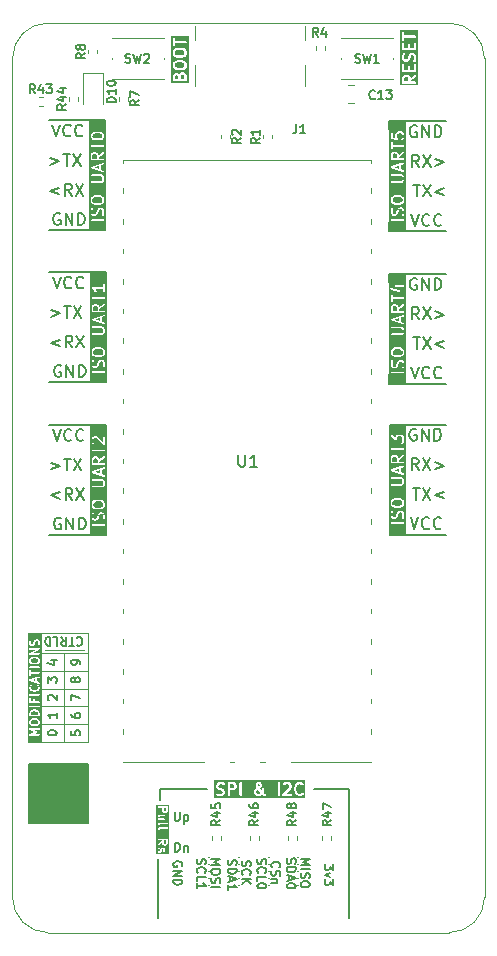
<source format=gbr>
%TF.GenerationSoftware,KiCad,Pcbnew,7.0.7*%
%TF.CreationDate,2024-10-30T15:42:32+00:00*%
%TF.ProjectId,Ponder-Pico2,506f6e64-6572-42d5-9069-636f322e6b69,0.1*%
%TF.SameCoordinates,Original*%
%TF.FileFunction,Legend,Top*%
%TF.FilePolarity,Positive*%
%FSLAX46Y46*%
G04 Gerber Fmt 4.6, Leading zero omitted, Abs format (unit mm)*
G04 Created by KiCad (PCBNEW 7.0.7) date 2024-10-30 15:42:32*
%MOMM*%
%LPD*%
G01*
G04 APERTURE LIST*
%ADD10C,0.150000*%
%ADD11C,0.200000*%
%ADD12C,0.120000*%
%ADD13C,0.100000*%
%TA.AperFunction,Profile*%
%ADD14C,0.100000*%
%TD*%
G04 APERTURE END LIST*
D10*
X133100000Y-138800000D02*
X133100000Y-137800000D01*
X152514986Y-94225200D02*
X153849760Y-94225200D01*
X153849760Y-94884144D01*
X152514986Y-94884144D01*
X152514986Y-94225200D01*
G36*
X152514986Y-94225200D02*
G01*
X153849760Y-94225200D01*
X153849760Y-94884144D01*
X152514986Y-94884144D01*
X152514986Y-94225200D01*
G37*
X123735000Y-106990000D02*
X127500000Y-106990000D01*
X157305450Y-94224372D02*
X153530450Y-94224372D01*
X123725000Y-116310000D02*
X127500000Y-116310000D01*
X157282500Y-116300000D02*
X153517500Y-116300000D01*
X127156653Y-89900000D02*
X128443346Y-89900000D01*
X128443346Y-90535761D01*
X127156653Y-90535761D01*
X127156653Y-89900000D01*
G36*
X127156653Y-89900000D02*
G01*
X128443346Y-89900000D01*
X128443346Y-90535761D01*
X127156653Y-90535761D01*
X127156653Y-89900000D01*
G37*
X123725000Y-103400000D02*
X127500000Y-103400000D01*
X127227185Y-94079252D02*
X128512524Y-94079252D01*
X128512524Y-94978450D01*
X127227185Y-94978450D01*
X127227185Y-94079252D01*
G36*
X127227185Y-94079252D02*
G01*
X128512524Y-94079252D01*
X128512524Y-94978450D01*
X127227185Y-94978450D01*
X127227185Y-94079252D01*
G37*
X152548786Y-106980828D02*
X153833588Y-106980828D01*
X153833588Y-107739772D01*
X152548786Y-107739772D01*
X152548786Y-106980828D01*
G36*
X152548786Y-106980828D02*
G01*
X153833588Y-106980828D01*
X153833588Y-107739772D01*
X152548786Y-107739772D01*
X152548786Y-106980828D01*
G37*
X123735000Y-94080000D02*
X127500000Y-94080000D01*
X127226203Y-102765628D02*
X128512896Y-102765628D01*
X128512896Y-103401389D01*
X127226203Y-103401389D01*
X127226203Y-102765628D01*
G36*
X127226203Y-102765628D02*
G01*
X128512896Y-102765628D01*
X128512896Y-103401389D01*
X127226203Y-103401389D01*
X127226203Y-102765628D01*
G37*
X152514842Y-89822840D02*
X153846325Y-89822840D01*
X153846325Y-90633915D01*
X152514842Y-90633915D01*
X152514842Y-89822840D01*
G36*
X152514842Y-89822840D02*
G01*
X153846325Y-89822840D01*
X153846325Y-90633915D01*
X152514842Y-90633915D01*
X152514842Y-89822840D01*
G37*
X127157635Y-81213624D02*
X128442974Y-81213624D01*
X128442974Y-82112822D01*
X127157635Y-82112822D01*
X127157635Y-81213624D01*
G36*
X127157635Y-81213624D02*
G01*
X128442974Y-81213624D01*
X128442974Y-82112822D01*
X127157635Y-82112822D01*
X127157635Y-81213624D01*
G37*
X142300888Y-143600000D02*
X142300888Y-143600000D01*
X142300888Y-144200000D02*
X142300888Y-144200000D01*
X142300888Y-144800000D02*
X142300888Y-144800000D01*
X142300888Y-145400000D02*
X142300888Y-145400000D01*
X142300888Y-146000000D02*
X142300888Y-146000000D01*
X123665450Y-81214372D02*
X127430450Y-81214372D01*
X149100000Y-148800000D02*
X149100000Y-137800000D01*
X132900000Y-148800000D02*
X132900000Y-143800000D01*
X157292500Y-106980000D02*
X153517500Y-106980000D01*
X139800888Y-143600000D02*
X139800888Y-143600000D01*
X139800888Y-144200000D02*
X139800888Y-144200000D01*
X139800888Y-144800000D02*
X139800888Y-144800000D01*
X139800888Y-145400000D02*
X139800888Y-145400000D01*
X139800888Y-146000000D02*
X139800888Y-146000000D01*
X152514842Y-102732840D02*
X153846325Y-102732840D01*
X153846325Y-103543915D01*
X152514842Y-103543915D01*
X152514842Y-102732840D01*
G36*
X152514842Y-102732840D02*
G01*
X153846325Y-102732840D01*
X153846325Y-103543915D01*
X152514842Y-103543915D01*
X152514842Y-102732840D01*
G37*
X149100000Y-137800000D02*
X146100000Y-137800000D01*
X152547089Y-115488468D02*
X153833375Y-115488468D01*
X153833375Y-116299543D01*
X152547089Y-116299543D01*
X152547089Y-115488468D01*
G36*
X152547089Y-115488468D02*
G01*
X153833375Y-115488468D01*
X153833375Y-116299543D01*
X152547089Y-116299543D01*
X152547089Y-115488468D01*
G37*
X127227185Y-106989252D02*
X128512524Y-106989252D01*
X128512524Y-107888450D01*
X127227185Y-107888450D01*
X127227185Y-106989252D01*
G36*
X127227185Y-106989252D02*
G01*
X128512524Y-106989252D01*
X128512524Y-107888450D01*
X127227185Y-107888450D01*
X127227185Y-106989252D01*
G37*
X137200888Y-143600000D02*
X137200888Y-143600000D01*
X137200888Y-144200000D02*
X137200888Y-144200000D01*
X137200888Y-144800000D02*
X137200888Y-144800000D01*
X137200888Y-145400000D02*
X137200888Y-145400000D01*
X137200888Y-146000000D02*
X137200888Y-146000000D01*
X123655450Y-90534372D02*
X127430450Y-90534372D01*
X152514986Y-81315200D02*
X153849760Y-81315200D01*
X153849760Y-81974144D01*
X152514986Y-81974144D01*
X152514986Y-81315200D01*
G36*
X152514986Y-81315200D02*
G01*
X153849760Y-81315200D01*
X153849760Y-81974144D01*
X152514986Y-81974144D01*
X152514986Y-81315200D01*
G37*
X157295450Y-90634372D02*
X153530450Y-90634372D01*
X144800888Y-143600000D02*
X144800888Y-143600000D01*
X144800888Y-144200000D02*
X144800888Y-144200000D01*
X144800888Y-144800000D02*
X144800888Y-144800000D01*
X144800888Y-145400000D02*
X144800888Y-145400000D01*
X144800888Y-146000000D02*
X144800888Y-146000000D01*
X157295450Y-103544372D02*
X153530450Y-103544372D01*
X133100000Y-137800000D02*
X137100000Y-137800000D01*
X122000000Y-135750000D02*
X127000000Y-135750000D01*
X127000000Y-140750000D01*
X122000000Y-140750000D01*
X122000000Y-135750000D01*
G36*
X122000000Y-135750000D02*
G01*
X127000000Y-135750000D01*
X127000000Y-140750000D01*
X122000000Y-140750000D01*
X122000000Y-135750000D01*
G37*
X157305450Y-81314372D02*
X153530450Y-81314372D01*
X127226203Y-115675628D02*
X128512896Y-115675628D01*
X128512896Y-116311389D01*
X127226203Y-116311389D01*
X127226203Y-115675628D01*
G36*
X127226203Y-115675628D02*
G01*
X128512896Y-115675628D01*
X128512896Y-116311389D01*
X127226203Y-116311389D01*
X127226203Y-115675628D01*
G37*
D11*
X154541729Y-99571591D02*
X155113157Y-99571591D01*
X154827443Y-100571591D02*
X154827443Y-99571591D01*
X155351253Y-99571591D02*
X156017919Y-100571591D01*
X156017919Y-99571591D02*
X155351253Y-100571591D01*
X157160777Y-99904924D02*
X156398872Y-100190638D01*
X156398872Y-100190638D02*
X157160777Y-100476352D01*
X123957266Y-81591591D02*
X124290599Y-82591591D01*
X124290599Y-82591591D02*
X124623932Y-81591591D01*
X125528694Y-82496352D02*
X125481075Y-82543972D01*
X125481075Y-82543972D02*
X125338218Y-82591591D01*
X125338218Y-82591591D02*
X125242980Y-82591591D01*
X125242980Y-82591591D02*
X125100123Y-82543972D01*
X125100123Y-82543972D02*
X125004885Y-82448733D01*
X125004885Y-82448733D02*
X124957266Y-82353495D01*
X124957266Y-82353495D02*
X124909647Y-82163019D01*
X124909647Y-82163019D02*
X124909647Y-82020162D01*
X124909647Y-82020162D02*
X124957266Y-81829686D01*
X124957266Y-81829686D02*
X125004885Y-81734448D01*
X125004885Y-81734448D02*
X125100123Y-81639210D01*
X125100123Y-81639210D02*
X125242980Y-81591591D01*
X125242980Y-81591591D02*
X125338218Y-81591591D01*
X125338218Y-81591591D02*
X125481075Y-81639210D01*
X125481075Y-81639210D02*
X125528694Y-81686829D01*
X126528694Y-82496352D02*
X126481075Y-82543972D01*
X126481075Y-82543972D02*
X126338218Y-82591591D01*
X126338218Y-82591591D02*
X126242980Y-82591591D01*
X126242980Y-82591591D02*
X126100123Y-82543972D01*
X126100123Y-82543972D02*
X126004885Y-82448733D01*
X126004885Y-82448733D02*
X125957266Y-82353495D01*
X125957266Y-82353495D02*
X125909647Y-82163019D01*
X125909647Y-82163019D02*
X125909647Y-82020162D01*
X125909647Y-82020162D02*
X125957266Y-81829686D01*
X125957266Y-81829686D02*
X126004885Y-81734448D01*
X126004885Y-81734448D02*
X126100123Y-81639210D01*
X126100123Y-81639210D02*
X126242980Y-81591591D01*
X126242980Y-81591591D02*
X126338218Y-81591591D01*
X126338218Y-81591591D02*
X126481075Y-81639210D01*
X126481075Y-81639210D02*
X126528694Y-81686829D01*
X154782707Y-107384838D02*
X154687469Y-107337219D01*
X154687469Y-107337219D02*
X154544612Y-107337219D01*
X154544612Y-107337219D02*
X154401755Y-107384838D01*
X154401755Y-107384838D02*
X154306517Y-107480076D01*
X154306517Y-107480076D02*
X154258898Y-107575314D01*
X154258898Y-107575314D02*
X154211279Y-107765790D01*
X154211279Y-107765790D02*
X154211279Y-107908647D01*
X154211279Y-107908647D02*
X154258898Y-108099123D01*
X154258898Y-108099123D02*
X154306517Y-108194361D01*
X154306517Y-108194361D02*
X154401755Y-108289600D01*
X154401755Y-108289600D02*
X154544612Y-108337219D01*
X154544612Y-108337219D02*
X154639850Y-108337219D01*
X154639850Y-108337219D02*
X154782707Y-108289600D01*
X154782707Y-108289600D02*
X154830326Y-108241980D01*
X154830326Y-108241980D02*
X154830326Y-107908647D01*
X154830326Y-107908647D02*
X154639850Y-107908647D01*
X155258898Y-108337219D02*
X155258898Y-107337219D01*
X155258898Y-107337219D02*
X155830326Y-108337219D01*
X155830326Y-108337219D02*
X155830326Y-107337219D01*
X156306517Y-108337219D02*
X156306517Y-107337219D01*
X156306517Y-107337219D02*
X156544612Y-107337219D01*
X156544612Y-107337219D02*
X156687469Y-107384838D01*
X156687469Y-107384838D02*
X156782707Y-107480076D01*
X156782707Y-107480076D02*
X156830326Y-107575314D01*
X156830326Y-107575314D02*
X156877945Y-107765790D01*
X156877945Y-107765790D02*
X156877945Y-107908647D01*
X156877945Y-107908647D02*
X156830326Y-108099123D01*
X156830326Y-108099123D02*
X156782707Y-108194361D01*
X156782707Y-108194361D02*
X156687469Y-108289600D01*
X156687469Y-108289600D02*
X156544612Y-108337219D01*
X156544612Y-108337219D02*
X156306517Y-108337219D01*
X154813157Y-81709210D02*
X154717919Y-81661591D01*
X154717919Y-81661591D02*
X154575062Y-81661591D01*
X154575062Y-81661591D02*
X154432205Y-81709210D01*
X154432205Y-81709210D02*
X154336967Y-81804448D01*
X154336967Y-81804448D02*
X154289348Y-81899686D01*
X154289348Y-81899686D02*
X154241729Y-82090162D01*
X154241729Y-82090162D02*
X154241729Y-82233019D01*
X154241729Y-82233019D02*
X154289348Y-82423495D01*
X154289348Y-82423495D02*
X154336967Y-82518733D01*
X154336967Y-82518733D02*
X154432205Y-82613972D01*
X154432205Y-82613972D02*
X154575062Y-82661591D01*
X154575062Y-82661591D02*
X154670300Y-82661591D01*
X154670300Y-82661591D02*
X154813157Y-82613972D01*
X154813157Y-82613972D02*
X154860776Y-82566352D01*
X154860776Y-82566352D02*
X154860776Y-82233019D01*
X154860776Y-82233019D02*
X154670300Y-82233019D01*
X155289348Y-82661591D02*
X155289348Y-81661591D01*
X155289348Y-81661591D02*
X155860776Y-82661591D01*
X155860776Y-82661591D02*
X155860776Y-81661591D01*
X156336967Y-82661591D02*
X156336967Y-81661591D01*
X156336967Y-81661591D02*
X156575062Y-81661591D01*
X156575062Y-81661591D02*
X156717919Y-81709210D01*
X156717919Y-81709210D02*
X156813157Y-81804448D01*
X156813157Y-81804448D02*
X156860776Y-81899686D01*
X156860776Y-81899686D02*
X156908395Y-82090162D01*
X156908395Y-82090162D02*
X156908395Y-82233019D01*
X156908395Y-82233019D02*
X156860776Y-82423495D01*
X156860776Y-82423495D02*
X156813157Y-82518733D01*
X156813157Y-82518733D02*
X156717919Y-82613972D01*
X156717919Y-82613972D02*
X156575062Y-82661591D01*
X156575062Y-82661591D02*
X156336967Y-82661591D01*
X124562028Y-86924924D02*
X123800123Y-87210638D01*
X123800123Y-87210638D02*
X124562028Y-87496352D01*
X125609646Y-87591591D02*
X125276313Y-87115400D01*
X125038218Y-87591591D02*
X125038218Y-86591591D01*
X125038218Y-86591591D02*
X125419170Y-86591591D01*
X125419170Y-86591591D02*
X125514408Y-86639210D01*
X125514408Y-86639210D02*
X125562027Y-86686829D01*
X125562027Y-86686829D02*
X125609646Y-86782067D01*
X125609646Y-86782067D02*
X125609646Y-86924924D01*
X125609646Y-86924924D02*
X125562027Y-87020162D01*
X125562027Y-87020162D02*
X125514408Y-87067781D01*
X125514408Y-87067781D02*
X125419170Y-87115400D01*
X125419170Y-87115400D02*
X125038218Y-87115400D01*
X125942980Y-86591591D02*
X126609646Y-87591591D01*
X126609646Y-86591591D02*
X125942980Y-87591591D01*
X155017919Y-85161591D02*
X154684586Y-84685400D01*
X154446491Y-85161591D02*
X154446491Y-84161591D01*
X154446491Y-84161591D02*
X154827443Y-84161591D01*
X154827443Y-84161591D02*
X154922681Y-84209210D01*
X154922681Y-84209210D02*
X154970300Y-84256829D01*
X154970300Y-84256829D02*
X155017919Y-84352067D01*
X155017919Y-84352067D02*
X155017919Y-84494924D01*
X155017919Y-84494924D02*
X154970300Y-84590162D01*
X154970300Y-84590162D02*
X154922681Y-84637781D01*
X154922681Y-84637781D02*
X154827443Y-84685400D01*
X154827443Y-84685400D02*
X154446491Y-84685400D01*
X155351253Y-84161591D02*
X156017919Y-85161591D01*
X156017919Y-84161591D02*
X155351253Y-85161591D01*
X156398872Y-84494924D02*
X157160777Y-84780638D01*
X157160777Y-84780638D02*
X156398872Y-85066352D01*
X123869673Y-110200552D02*
X124631578Y-110486266D01*
X124631578Y-110486266D02*
X123869673Y-110771980D01*
X124964911Y-109867219D02*
X125536339Y-109867219D01*
X125250625Y-110867219D02*
X125250625Y-109867219D01*
X125774435Y-109867219D02*
X126441101Y-110867219D01*
X126441101Y-109867219D02*
X125774435Y-110867219D01*
X124026816Y-94457219D02*
X124360149Y-95457219D01*
X124360149Y-95457219D02*
X124693482Y-94457219D01*
X125598244Y-95361980D02*
X125550625Y-95409600D01*
X125550625Y-95409600D02*
X125407768Y-95457219D01*
X125407768Y-95457219D02*
X125312530Y-95457219D01*
X125312530Y-95457219D02*
X125169673Y-95409600D01*
X125169673Y-95409600D02*
X125074435Y-95314361D01*
X125074435Y-95314361D02*
X125026816Y-95219123D01*
X125026816Y-95219123D02*
X124979197Y-95028647D01*
X124979197Y-95028647D02*
X124979197Y-94885790D01*
X124979197Y-94885790D02*
X125026816Y-94695314D01*
X125026816Y-94695314D02*
X125074435Y-94600076D01*
X125074435Y-94600076D02*
X125169673Y-94504838D01*
X125169673Y-94504838D02*
X125312530Y-94457219D01*
X125312530Y-94457219D02*
X125407768Y-94457219D01*
X125407768Y-94457219D02*
X125550625Y-94504838D01*
X125550625Y-94504838D02*
X125598244Y-94552457D01*
X126598244Y-95361980D02*
X126550625Y-95409600D01*
X126550625Y-95409600D02*
X126407768Y-95457219D01*
X126407768Y-95457219D02*
X126312530Y-95457219D01*
X126312530Y-95457219D02*
X126169673Y-95409600D01*
X126169673Y-95409600D02*
X126074435Y-95314361D01*
X126074435Y-95314361D02*
X126026816Y-95219123D01*
X126026816Y-95219123D02*
X125979197Y-95028647D01*
X125979197Y-95028647D02*
X125979197Y-94885790D01*
X125979197Y-94885790D02*
X126026816Y-94695314D01*
X126026816Y-94695314D02*
X126074435Y-94600076D01*
X126074435Y-94600076D02*
X126169673Y-94504838D01*
X126169673Y-94504838D02*
X126312530Y-94457219D01*
X126312530Y-94457219D02*
X126407768Y-94457219D01*
X126407768Y-94457219D02*
X126550625Y-94504838D01*
X126550625Y-94504838D02*
X126598244Y-94552457D01*
D10*
G36*
X153510667Y-113396571D02*
G01*
X153582611Y-113468514D01*
X153616869Y-113537029D01*
X153616869Y-113692096D01*
X153582611Y-113760611D01*
X153510667Y-113832554D01*
X153349301Y-113872896D01*
X153034436Y-113872896D01*
X152873069Y-113832554D01*
X152801127Y-113760612D01*
X152766869Y-113692096D01*
X152766869Y-113537029D01*
X152801127Y-113468514D01*
X152873069Y-113396571D01*
X153034436Y-113356230D01*
X153349301Y-113356230D01*
X153510667Y-113396571D01*
G37*
G36*
X153331154Y-110986696D02*
G01*
X152929039Y-110852658D01*
X153331154Y-110718619D01*
X153331154Y-110986696D01*
G37*
G36*
X153076013Y-109723821D02*
G01*
X153106420Y-109754227D01*
X153140678Y-109822744D01*
X153140678Y-110110991D01*
X152766869Y-110110991D01*
X152766869Y-109822744D01*
X152801127Y-109754227D01*
X152831533Y-109723821D01*
X152900050Y-109689563D01*
X153007497Y-109689563D01*
X153076013Y-109723821D01*
G37*
G36*
X153909726Y-115546705D02*
G01*
X152474012Y-115546705D01*
X152474012Y-115315824D01*
X152618008Y-115315824D01*
X152626917Y-115366348D01*
X152666217Y-115399325D01*
X152691869Y-115403848D01*
X153691869Y-115403848D01*
X153740078Y-115386301D01*
X153765730Y-115341872D01*
X153756821Y-115291348D01*
X153717521Y-115258371D01*
X153691869Y-115253848D01*
X152691869Y-115253848D01*
X152643660Y-115271395D01*
X152618008Y-115315824D01*
X152474012Y-115315824D01*
X152474012Y-114709801D01*
X152616869Y-114709801D01*
X152618402Y-114714014D01*
X152617361Y-114718375D01*
X152624787Y-114743342D01*
X152672406Y-114838580D01*
X152673595Y-114839705D01*
X152686455Y-114858072D01*
X152734074Y-114905691D01*
X152735555Y-114906382D01*
X152753566Y-114919740D01*
X152848804Y-114967359D01*
X152853257Y-114967871D01*
X152856693Y-114970754D01*
X152882345Y-114975277D01*
X152977583Y-114975277D01*
X152981796Y-114973743D01*
X152986157Y-114974785D01*
X153011124Y-114967359D01*
X153106362Y-114919740D01*
X153107487Y-114918550D01*
X153125854Y-114905691D01*
X153173473Y-114858072D01*
X153174164Y-114856590D01*
X153187522Y-114838580D01*
X153235141Y-114743342D01*
X153235547Y-114739813D01*
X153240820Y-114727991D01*
X153286442Y-114545501D01*
X153324936Y-114468513D01*
X153355343Y-114438106D01*
X153423859Y-114403849D01*
X153483687Y-114403849D01*
X153552203Y-114438107D01*
X153582611Y-114468514D01*
X153616869Y-114537030D01*
X153616869Y-114745250D01*
X153573099Y-114876560D01*
X153574500Y-114927844D01*
X153608537Y-114966229D01*
X153659286Y-114973754D01*
X153702998Y-114946899D01*
X153715401Y-114923994D01*
X153763020Y-114781138D01*
X153762975Y-114779502D01*
X153766869Y-114757420D01*
X153766869Y-114519325D01*
X153765335Y-114515111D01*
X153766377Y-114510750D01*
X153758951Y-114485784D01*
X153711332Y-114390546D01*
X153710144Y-114389421D01*
X153697282Y-114371053D01*
X153649662Y-114323434D01*
X153648179Y-114322742D01*
X153630171Y-114309386D01*
X153534933Y-114261767D01*
X153530479Y-114261254D01*
X153527044Y-114258372D01*
X153501392Y-114253849D01*
X153406154Y-114253849D01*
X153401940Y-114255382D01*
X153397579Y-114254341D01*
X153372613Y-114261767D01*
X153277375Y-114309386D01*
X153276249Y-114310575D01*
X153257883Y-114323435D01*
X153210264Y-114371054D01*
X153209573Y-114372535D01*
X153196215Y-114390546D01*
X153148596Y-114485784D01*
X153148189Y-114489312D01*
X153142917Y-114501135D01*
X153097294Y-114683624D01*
X153058801Y-114760611D01*
X153028393Y-114791019D01*
X152959878Y-114825277D01*
X152900050Y-114825277D01*
X152831534Y-114791019D01*
X152801127Y-114760612D01*
X152766869Y-114692096D01*
X152766869Y-114483876D01*
X152810639Y-114352567D01*
X152809238Y-114301283D01*
X152775200Y-114262897D01*
X152724452Y-114255372D01*
X152680739Y-114282227D01*
X152668337Y-114305132D01*
X152620718Y-114447989D01*
X152620762Y-114449623D01*
X152616869Y-114471706D01*
X152616869Y-114709801D01*
X152474012Y-114709801D01*
X152474012Y-113709801D01*
X152616869Y-113709801D01*
X152618402Y-113714014D01*
X152617361Y-113718375D01*
X152624787Y-113743342D01*
X152672406Y-113838580D01*
X152673595Y-113839705D01*
X152686455Y-113858072D01*
X152781693Y-113953310D01*
X152788400Y-113956437D01*
X152792747Y-113962428D01*
X152816536Y-113973038D01*
X153007012Y-114020657D01*
X153010460Y-114020296D01*
X153025202Y-114022896D01*
X153358535Y-114022896D01*
X153361792Y-114021710D01*
X153376725Y-114020657D01*
X153567201Y-113973038D01*
X153573333Y-113968895D01*
X153580707Y-113968251D01*
X153602044Y-113953310D01*
X153697283Y-113858072D01*
X153697974Y-113856589D01*
X153711332Y-113838580D01*
X153758951Y-113743342D01*
X153759463Y-113738888D01*
X153762346Y-113735453D01*
X153766869Y-113709801D01*
X153766869Y-113519325D01*
X153765335Y-113515111D01*
X153766377Y-113510750D01*
X153758951Y-113485784D01*
X153711332Y-113390546D01*
X153710145Y-113389422D01*
X153697283Y-113371054D01*
X153602044Y-113275816D01*
X153595336Y-113272688D01*
X153590990Y-113266698D01*
X153567201Y-113256088D01*
X153376725Y-113208469D01*
X153373276Y-113208829D01*
X153358535Y-113206230D01*
X153025202Y-113206230D01*
X153021944Y-113207415D01*
X153007012Y-113208469D01*
X152816536Y-113256088D01*
X152810403Y-113260229D01*
X152803030Y-113260875D01*
X152781693Y-113275816D01*
X152686455Y-113371054D01*
X152685764Y-113372535D01*
X152672406Y-113390546D01*
X152624787Y-113485784D01*
X152624274Y-113490237D01*
X152621392Y-113493673D01*
X152616869Y-113519325D01*
X152616869Y-113709801D01*
X152474012Y-113709801D01*
X152474012Y-112077729D01*
X152618008Y-112077729D01*
X152626917Y-112128253D01*
X152666217Y-112161230D01*
X152691869Y-112165753D01*
X153501392Y-112165753D01*
X153505605Y-112164219D01*
X153509966Y-112165261D01*
X153534933Y-112157835D01*
X153630171Y-112110216D01*
X153631296Y-112109027D01*
X153649662Y-112096168D01*
X153697282Y-112048549D01*
X153697972Y-112047067D01*
X153711332Y-112029056D01*
X153758951Y-111933818D01*
X153759463Y-111929364D01*
X153762346Y-111925929D01*
X153766869Y-111900277D01*
X153766869Y-111709801D01*
X153765335Y-111705587D01*
X153766377Y-111701226D01*
X153758951Y-111676260D01*
X153711332Y-111581022D01*
X153710144Y-111579897D01*
X153697282Y-111561529D01*
X153649662Y-111513910D01*
X153648179Y-111513218D01*
X153630171Y-111499862D01*
X153534933Y-111452243D01*
X153530479Y-111451730D01*
X153527044Y-111448848D01*
X153501392Y-111444325D01*
X152691869Y-111444325D01*
X152643660Y-111461872D01*
X152618008Y-111506301D01*
X152626917Y-111556825D01*
X152666217Y-111589802D01*
X152691869Y-111594325D01*
X153483687Y-111594325D01*
X153552203Y-111628583D01*
X153582611Y-111658990D01*
X153616869Y-111727505D01*
X153616869Y-111882572D01*
X153582611Y-111951087D01*
X153552203Y-111981494D01*
X153483687Y-112015753D01*
X152691869Y-112015753D01*
X152643660Y-112033300D01*
X152618008Y-112077729D01*
X152474012Y-112077729D01*
X152474012Y-110863659D01*
X152617680Y-110863659D01*
X152618708Y-110865558D01*
X152618392Y-110867694D01*
X152630810Y-110887907D01*
X152642109Y-110908773D01*
X152644116Y-110909566D01*
X152645247Y-110911406D01*
X152668152Y-110923809D01*
X153668152Y-111257142D01*
X153719435Y-111255741D01*
X153757821Y-111221703D01*
X153765346Y-111170955D01*
X153738491Y-111127242D01*
X153715586Y-111114840D01*
X153481154Y-111036696D01*
X153481154Y-110668619D01*
X153715586Y-110590476D01*
X153755772Y-110558585D01*
X153766058Y-110508324D01*
X153741629Y-110463210D01*
X153693917Y-110444353D01*
X153668152Y-110448174D01*
X152668152Y-110781507D01*
X152666460Y-110782849D01*
X152664302Y-110782908D01*
X152646540Y-110798657D01*
X152627966Y-110813398D01*
X152627533Y-110815511D01*
X152625917Y-110816945D01*
X152622436Y-110840415D01*
X152617680Y-110863659D01*
X152474012Y-110863659D01*
X152474012Y-110185991D01*
X152616869Y-110185991D01*
X152623532Y-110204299D01*
X152626917Y-110223491D01*
X152632101Y-110227841D01*
X152634416Y-110234200D01*
X152651289Y-110243942D01*
X152666217Y-110256468D01*
X152675959Y-110258185D01*
X152678845Y-110259852D01*
X152682127Y-110259273D01*
X152691869Y-110260991D01*
X153691869Y-110260991D01*
X153740078Y-110243444D01*
X153765730Y-110199015D01*
X153756821Y-110148491D01*
X153717521Y-110115514D01*
X153691869Y-110110991D01*
X153290678Y-110110991D01*
X153290678Y-109986945D01*
X153734879Y-109676005D01*
X153764311Y-109633984D01*
X153759847Y-109582876D01*
X153723575Y-109546594D01*
X153672468Y-109542115D01*
X153648860Y-109553120D01*
X153290332Y-109804089D01*
X153289144Y-109800825D01*
X153290186Y-109796464D01*
X153282760Y-109771498D01*
X153235141Y-109676260D01*
X153233951Y-109675134D01*
X153221092Y-109656768D01*
X153173473Y-109609149D01*
X153171991Y-109608458D01*
X153153981Y-109595100D01*
X153058743Y-109547481D01*
X153054289Y-109546968D01*
X153050854Y-109544086D01*
X153025202Y-109539563D01*
X152882345Y-109539563D01*
X152878131Y-109541096D01*
X152873770Y-109540055D01*
X152848804Y-109547481D01*
X152753566Y-109595100D01*
X152752440Y-109596289D01*
X152734074Y-109609149D01*
X152686455Y-109656768D01*
X152685764Y-109658249D01*
X152672406Y-109676260D01*
X152624787Y-109771498D01*
X152624274Y-109775951D01*
X152621392Y-109779387D01*
X152616869Y-109805039D01*
X152616869Y-110185991D01*
X152474012Y-110185991D01*
X152474012Y-109328848D01*
X152616869Y-109328848D01*
X152634416Y-109377057D01*
X152678845Y-109402709D01*
X152729369Y-109393800D01*
X152762346Y-109354500D01*
X152766869Y-109328848D01*
X152766869Y-109118134D01*
X153691869Y-109118134D01*
X153740078Y-109100587D01*
X153765730Y-109056158D01*
X153756821Y-109005634D01*
X153717521Y-108972657D01*
X153691869Y-108968134D01*
X152766869Y-108968134D01*
X152766869Y-108757420D01*
X152749322Y-108709211D01*
X152704893Y-108683559D01*
X152654369Y-108692468D01*
X152621392Y-108731768D01*
X152616869Y-108757420D01*
X152616869Y-109328848D01*
X152474012Y-109328848D01*
X152474012Y-108519324D01*
X152616869Y-108519324D01*
X152634416Y-108567533D01*
X152678845Y-108593185D01*
X152729369Y-108584276D01*
X152762346Y-108544976D01*
X152766869Y-108519324D01*
X152766869Y-108065559D01*
X153023433Y-108290053D01*
X153042284Y-108297359D01*
X153059797Y-108307471D01*
X153065690Y-108306431D01*
X153071269Y-108308594D01*
X153090408Y-108302073D01*
X153110321Y-108298562D01*
X153114166Y-108293978D01*
X153119831Y-108292049D01*
X153130301Y-108274750D01*
X153143298Y-108259262D01*
X153144786Y-108250818D01*
X153146396Y-108248160D01*
X153145862Y-108244718D01*
X153147821Y-108233610D01*
X153147821Y-108108458D01*
X153182079Y-108039941D01*
X153212485Y-108009535D01*
X153281002Y-107975277D01*
X153483687Y-107975277D01*
X153552203Y-108009535D01*
X153582611Y-108039942D01*
X153616869Y-108108458D01*
X153616869Y-108358762D01*
X153582611Y-108427277D01*
X153543598Y-108466290D01*
X153521916Y-108512787D01*
X153535193Y-108562342D01*
X153577218Y-108591768D01*
X153628325Y-108587298D01*
X153649662Y-108572358D01*
X153697282Y-108524739D01*
X153697972Y-108523257D01*
X153711332Y-108505246D01*
X153758951Y-108410008D01*
X153759463Y-108405554D01*
X153762346Y-108402119D01*
X153766869Y-108376467D01*
X153766869Y-108090753D01*
X153765335Y-108086539D01*
X153766377Y-108082178D01*
X153758951Y-108057212D01*
X153711332Y-107961974D01*
X153710144Y-107960849D01*
X153697282Y-107942481D01*
X153649662Y-107894862D01*
X153648179Y-107894170D01*
X153630171Y-107880814D01*
X153534933Y-107833195D01*
X153530479Y-107832682D01*
X153527044Y-107829800D01*
X153501392Y-107825277D01*
X153263297Y-107825277D01*
X153259083Y-107826810D01*
X153254722Y-107825769D01*
X153229756Y-107833195D01*
X153134518Y-107880814D01*
X153133392Y-107882003D01*
X153115026Y-107894863D01*
X153067407Y-107942482D01*
X153066716Y-107943963D01*
X153053358Y-107961974D01*
X153005739Y-108057212D01*
X153005226Y-108061665D01*
X153002344Y-108065101D01*
X153001246Y-108071324D01*
X152741257Y-107843834D01*
X152722405Y-107836527D01*
X152704893Y-107826416D01*
X152698999Y-107827455D01*
X152693421Y-107825293D01*
X152674281Y-107831813D01*
X152654369Y-107835325D01*
X152650523Y-107839908D01*
X152644859Y-107841838D01*
X152634388Y-107859136D01*
X152621392Y-107874625D01*
X152619903Y-107883068D01*
X152618294Y-107885727D01*
X152618827Y-107889168D01*
X152616869Y-107900277D01*
X152616869Y-108519324D01*
X152474012Y-108519324D01*
X152474012Y-107682420D01*
X153909726Y-107682420D01*
X153909726Y-115546705D01*
G37*
X140058688Y-143929887D02*
X140022973Y-144037030D01*
X140022973Y-144037030D02*
X140022973Y-144215601D01*
X140022973Y-144215601D02*
X140058688Y-144287030D01*
X140058688Y-144287030D02*
X140094402Y-144322744D01*
X140094402Y-144322744D02*
X140165830Y-144358458D01*
X140165830Y-144358458D02*
X140237259Y-144358458D01*
X140237259Y-144358458D02*
X140308688Y-144322744D01*
X140308688Y-144322744D02*
X140344402Y-144287030D01*
X140344402Y-144287030D02*
X140380116Y-144215601D01*
X140380116Y-144215601D02*
X140415830Y-144072744D01*
X140415830Y-144072744D02*
X140451545Y-144001315D01*
X140451545Y-144001315D02*
X140487259Y-143965601D01*
X140487259Y-143965601D02*
X140558688Y-143929887D01*
X140558688Y-143929887D02*
X140630116Y-143929887D01*
X140630116Y-143929887D02*
X140701545Y-143965601D01*
X140701545Y-143965601D02*
X140737259Y-144001315D01*
X140737259Y-144001315D02*
X140772973Y-144072744D01*
X140772973Y-144072744D02*
X140772973Y-144251315D01*
X140772973Y-144251315D02*
X140737259Y-144358458D01*
X140094402Y-145108458D02*
X140058688Y-145072744D01*
X140058688Y-145072744D02*
X140022973Y-144965601D01*
X140022973Y-144965601D02*
X140022973Y-144894173D01*
X140022973Y-144894173D02*
X140058688Y-144787030D01*
X140058688Y-144787030D02*
X140130116Y-144715601D01*
X140130116Y-144715601D02*
X140201545Y-144679887D01*
X140201545Y-144679887D02*
X140344402Y-144644173D01*
X140344402Y-144644173D02*
X140451545Y-144644173D01*
X140451545Y-144644173D02*
X140594402Y-144679887D01*
X140594402Y-144679887D02*
X140665830Y-144715601D01*
X140665830Y-144715601D02*
X140737259Y-144787030D01*
X140737259Y-144787030D02*
X140772973Y-144894173D01*
X140772973Y-144894173D02*
X140772973Y-144965601D01*
X140772973Y-144965601D02*
X140737259Y-145072744D01*
X140737259Y-145072744D02*
X140701545Y-145108458D01*
X140022973Y-145429887D02*
X140772973Y-145429887D01*
X140022973Y-145858458D02*
X140451545Y-145537030D01*
X140772973Y-145858458D02*
X140344402Y-145429887D01*
X145022973Y-143765601D02*
X145772973Y-143765601D01*
X145772973Y-143765601D02*
X145237259Y-144015601D01*
X145237259Y-144015601D02*
X145772973Y-144265601D01*
X145772973Y-144265601D02*
X145022973Y-144265601D01*
X145022973Y-144622744D02*
X145772973Y-144622744D01*
X145058688Y-144944173D02*
X145022973Y-145051316D01*
X145022973Y-145051316D02*
X145022973Y-145229887D01*
X145022973Y-145229887D02*
X145058688Y-145301316D01*
X145058688Y-145301316D02*
X145094402Y-145337030D01*
X145094402Y-145337030D02*
X145165830Y-145372744D01*
X145165830Y-145372744D02*
X145237259Y-145372744D01*
X145237259Y-145372744D02*
X145308688Y-145337030D01*
X145308688Y-145337030D02*
X145344402Y-145301316D01*
X145344402Y-145301316D02*
X145380116Y-145229887D01*
X145380116Y-145229887D02*
X145415830Y-145087030D01*
X145415830Y-145087030D02*
X145451545Y-145015601D01*
X145451545Y-145015601D02*
X145487259Y-144979887D01*
X145487259Y-144979887D02*
X145558688Y-144944173D01*
X145558688Y-144944173D02*
X145630116Y-144944173D01*
X145630116Y-144944173D02*
X145701545Y-144979887D01*
X145701545Y-144979887D02*
X145737259Y-145015601D01*
X145737259Y-145015601D02*
X145772973Y-145087030D01*
X145772973Y-145087030D02*
X145772973Y-145265601D01*
X145772973Y-145265601D02*
X145737259Y-145372744D01*
X145772973Y-145837030D02*
X145772973Y-145979887D01*
X145772973Y-145979887D02*
X145737259Y-146051316D01*
X145737259Y-146051316D02*
X145665830Y-146122744D01*
X145665830Y-146122744D02*
X145522973Y-146158459D01*
X145522973Y-146158459D02*
X145272973Y-146158459D01*
X145272973Y-146158459D02*
X145130116Y-146122744D01*
X145130116Y-146122744D02*
X145058688Y-146051316D01*
X145058688Y-146051316D02*
X145022973Y-145979887D01*
X145022973Y-145979887D02*
X145022973Y-145837030D01*
X145022973Y-145837030D02*
X145058688Y-145765602D01*
X145058688Y-145765602D02*
X145130116Y-145694173D01*
X145130116Y-145694173D02*
X145272973Y-145658459D01*
X145272973Y-145658459D02*
X145522973Y-145658459D01*
X145522973Y-145658459D02*
X145665830Y-145694173D01*
X145665830Y-145694173D02*
X145737259Y-145765602D01*
X145737259Y-145765602D02*
X145772973Y-145837030D01*
D11*
X154541729Y-86661591D02*
X155113157Y-86661591D01*
X154827443Y-87661591D02*
X154827443Y-86661591D01*
X155351253Y-86661591D02*
X156017919Y-87661591D01*
X156017919Y-86661591D02*
X155351253Y-87661591D01*
X157160777Y-86994924D02*
X156398872Y-87280638D01*
X156398872Y-87280638D02*
X157160777Y-87566352D01*
D10*
X137422973Y-143765601D02*
X138172973Y-143765601D01*
X138172973Y-143765601D02*
X137637259Y-144015601D01*
X137637259Y-144015601D02*
X138172973Y-144265601D01*
X138172973Y-144265601D02*
X137422973Y-144265601D01*
X138172973Y-144765601D02*
X138172973Y-144908458D01*
X138172973Y-144908458D02*
X138137259Y-144979887D01*
X138137259Y-144979887D02*
X138065830Y-145051315D01*
X138065830Y-145051315D02*
X137922973Y-145087030D01*
X137922973Y-145087030D02*
X137672973Y-145087030D01*
X137672973Y-145087030D02*
X137530116Y-145051315D01*
X137530116Y-145051315D02*
X137458688Y-144979887D01*
X137458688Y-144979887D02*
X137422973Y-144908458D01*
X137422973Y-144908458D02*
X137422973Y-144765601D01*
X137422973Y-144765601D02*
X137458688Y-144694173D01*
X137458688Y-144694173D02*
X137530116Y-144622744D01*
X137530116Y-144622744D02*
X137672973Y-144587030D01*
X137672973Y-144587030D02*
X137922973Y-144587030D01*
X137922973Y-144587030D02*
X138065830Y-144622744D01*
X138065830Y-144622744D02*
X138137259Y-144694173D01*
X138137259Y-144694173D02*
X138172973Y-144765601D01*
X137458688Y-145372744D02*
X137422973Y-145479887D01*
X137422973Y-145479887D02*
X137422973Y-145658458D01*
X137422973Y-145658458D02*
X137458688Y-145729887D01*
X137458688Y-145729887D02*
X137494402Y-145765601D01*
X137494402Y-145765601D02*
X137565830Y-145801315D01*
X137565830Y-145801315D02*
X137637259Y-145801315D01*
X137637259Y-145801315D02*
X137708688Y-145765601D01*
X137708688Y-145765601D02*
X137744402Y-145729887D01*
X137744402Y-145729887D02*
X137780116Y-145658458D01*
X137780116Y-145658458D02*
X137815830Y-145515601D01*
X137815830Y-145515601D02*
X137851545Y-145444172D01*
X137851545Y-145444172D02*
X137887259Y-145408458D01*
X137887259Y-145408458D02*
X137958688Y-145372744D01*
X137958688Y-145372744D02*
X138030116Y-145372744D01*
X138030116Y-145372744D02*
X138101545Y-145408458D01*
X138101545Y-145408458D02*
X138137259Y-145444172D01*
X138137259Y-145444172D02*
X138172973Y-145515601D01*
X138172973Y-145515601D02*
X138172973Y-145694172D01*
X138172973Y-145694172D02*
X138137259Y-145801315D01*
X137422973Y-146122744D02*
X138172973Y-146122744D01*
G36*
X153523617Y-100640943D02*
G01*
X153595561Y-100712886D01*
X153629819Y-100781401D01*
X153629819Y-100936468D01*
X153595561Y-101004983D01*
X153523617Y-101076926D01*
X153362251Y-101117268D01*
X153047386Y-101117268D01*
X152886019Y-101076926D01*
X152814076Y-101004983D01*
X152779819Y-100936468D01*
X152779819Y-100781401D01*
X152814076Y-100712886D01*
X152886019Y-100640943D01*
X153047386Y-100600602D01*
X153362251Y-100600602D01*
X153523617Y-100640943D01*
G37*
G36*
X153344104Y-98231068D02*
G01*
X152941989Y-98097030D01*
X153344104Y-97962991D01*
X153344104Y-98231068D01*
G37*
G36*
X153088963Y-96968193D02*
G01*
X153119370Y-96998600D01*
X153153628Y-97067116D01*
X153153628Y-97355363D01*
X152779819Y-97355363D01*
X152779819Y-97067116D01*
X152814077Y-96998600D01*
X152844484Y-96968193D01*
X152913000Y-96933935D01*
X153020447Y-96933935D01*
X153088963Y-96968193D01*
G37*
G36*
X153922676Y-102791077D02*
G01*
X152440866Y-102791077D01*
X152440866Y-102560196D01*
X152630958Y-102560196D01*
X152639867Y-102610720D01*
X152679167Y-102643697D01*
X152704819Y-102648220D01*
X153704819Y-102648220D01*
X153753028Y-102630673D01*
X153778680Y-102586244D01*
X153769771Y-102535720D01*
X153730471Y-102502743D01*
X153704819Y-102498220D01*
X152704819Y-102498220D01*
X152656610Y-102515767D01*
X152630958Y-102560196D01*
X152440866Y-102560196D01*
X152440866Y-101954173D01*
X152629819Y-101954173D01*
X152631352Y-101958386D01*
X152630311Y-101962747D01*
X152637737Y-101987714D01*
X152685356Y-102082952D01*
X152686545Y-102084077D01*
X152699405Y-102102444D01*
X152747024Y-102150063D01*
X152748505Y-102150754D01*
X152766516Y-102164112D01*
X152861754Y-102211731D01*
X152866207Y-102212243D01*
X152869643Y-102215126D01*
X152895295Y-102219649D01*
X152990533Y-102219649D01*
X152994746Y-102218115D01*
X152999107Y-102219157D01*
X153024074Y-102211731D01*
X153119312Y-102164112D01*
X153120437Y-102162922D01*
X153138804Y-102150063D01*
X153186423Y-102102444D01*
X153187114Y-102100962D01*
X153200472Y-102082952D01*
X153248091Y-101987714D01*
X153248497Y-101984185D01*
X153253770Y-101972363D01*
X153299392Y-101789873D01*
X153337886Y-101712885D01*
X153368292Y-101682479D01*
X153436809Y-101648221D01*
X153496637Y-101648221D01*
X153565153Y-101682479D01*
X153595561Y-101712886D01*
X153629819Y-101781402D01*
X153629819Y-101989622D01*
X153586049Y-102120932D01*
X153587450Y-102172216D01*
X153621487Y-102210601D01*
X153672236Y-102218126D01*
X153715948Y-102191271D01*
X153728351Y-102168366D01*
X153775970Y-102025510D01*
X153775925Y-102023874D01*
X153779819Y-102001792D01*
X153779819Y-101763697D01*
X153778285Y-101759483D01*
X153779327Y-101755122D01*
X153771901Y-101730156D01*
X153724282Y-101634918D01*
X153723094Y-101633793D01*
X153710232Y-101615425D01*
X153662612Y-101567806D01*
X153661129Y-101567114D01*
X153643121Y-101553758D01*
X153547883Y-101506139D01*
X153543429Y-101505626D01*
X153539994Y-101502744D01*
X153514342Y-101498221D01*
X153419104Y-101498221D01*
X153414890Y-101499754D01*
X153410529Y-101498713D01*
X153385563Y-101506139D01*
X153290325Y-101553758D01*
X153289199Y-101554947D01*
X153270833Y-101567807D01*
X153223214Y-101615426D01*
X153222523Y-101616907D01*
X153209165Y-101634918D01*
X153161546Y-101730156D01*
X153161139Y-101733684D01*
X153155867Y-101745507D01*
X153110244Y-101927996D01*
X153071750Y-102004984D01*
X153041344Y-102035390D01*
X152972828Y-102069649D01*
X152913000Y-102069649D01*
X152844484Y-102035391D01*
X152814076Y-102004983D01*
X152779819Y-101936468D01*
X152779819Y-101728248D01*
X152823589Y-101596939D01*
X152822188Y-101545655D01*
X152788150Y-101507269D01*
X152737402Y-101499744D01*
X152693689Y-101526599D01*
X152681287Y-101549504D01*
X152633668Y-101692361D01*
X152633712Y-101693995D01*
X152629819Y-101716078D01*
X152629819Y-101954173D01*
X152440866Y-101954173D01*
X152440866Y-100954173D01*
X152629819Y-100954173D01*
X152631352Y-100958386D01*
X152630311Y-100962747D01*
X152637737Y-100987714D01*
X152685356Y-101082952D01*
X152686545Y-101084077D01*
X152699405Y-101102444D01*
X152794643Y-101197682D01*
X152801350Y-101200809D01*
X152805697Y-101206800D01*
X152829486Y-101217410D01*
X153019962Y-101265029D01*
X153023410Y-101264668D01*
X153038152Y-101267268D01*
X153371485Y-101267268D01*
X153374742Y-101266082D01*
X153389675Y-101265029D01*
X153580151Y-101217410D01*
X153586283Y-101213267D01*
X153593657Y-101212623D01*
X153614994Y-101197682D01*
X153710233Y-101102444D01*
X153710924Y-101100961D01*
X153724282Y-101082952D01*
X153771901Y-100987714D01*
X153772413Y-100983260D01*
X153775296Y-100979825D01*
X153779819Y-100954173D01*
X153779819Y-100763697D01*
X153778285Y-100759483D01*
X153779327Y-100755122D01*
X153771901Y-100730156D01*
X153724282Y-100634918D01*
X153723095Y-100633794D01*
X153710233Y-100615426D01*
X153614994Y-100520188D01*
X153608286Y-100517060D01*
X153603940Y-100511070D01*
X153580151Y-100500460D01*
X153389675Y-100452841D01*
X153386226Y-100453201D01*
X153371485Y-100450602D01*
X153038152Y-100450602D01*
X153034894Y-100451787D01*
X153019962Y-100452841D01*
X152829486Y-100500460D01*
X152823353Y-100504601D01*
X152815980Y-100505247D01*
X152794643Y-100520188D01*
X152699405Y-100615426D01*
X152698714Y-100616907D01*
X152685356Y-100634918D01*
X152637737Y-100730156D01*
X152637224Y-100734609D01*
X152634342Y-100738045D01*
X152629819Y-100763697D01*
X152629819Y-100954173D01*
X152440866Y-100954173D01*
X152440866Y-99322101D01*
X152630958Y-99322101D01*
X152639867Y-99372625D01*
X152679167Y-99405602D01*
X152704819Y-99410125D01*
X153514342Y-99410125D01*
X153518555Y-99408591D01*
X153522916Y-99409633D01*
X153547883Y-99402207D01*
X153643121Y-99354588D01*
X153644246Y-99353399D01*
X153662612Y-99340540D01*
X153710232Y-99292921D01*
X153710922Y-99291439D01*
X153724282Y-99273428D01*
X153771901Y-99178190D01*
X153772413Y-99173736D01*
X153775296Y-99170301D01*
X153779819Y-99144649D01*
X153779819Y-98954173D01*
X153778285Y-98949959D01*
X153779327Y-98945598D01*
X153771901Y-98920632D01*
X153724282Y-98825394D01*
X153723094Y-98824269D01*
X153710232Y-98805901D01*
X153662612Y-98758282D01*
X153661129Y-98757590D01*
X153643121Y-98744234D01*
X153547883Y-98696615D01*
X153543429Y-98696102D01*
X153539994Y-98693220D01*
X153514342Y-98688697D01*
X152704819Y-98688697D01*
X152656610Y-98706244D01*
X152630958Y-98750673D01*
X152639867Y-98801197D01*
X152679167Y-98834174D01*
X152704819Y-98838697D01*
X153496637Y-98838697D01*
X153565153Y-98872955D01*
X153595561Y-98903362D01*
X153629819Y-98971877D01*
X153629819Y-99126944D01*
X153595561Y-99195459D01*
X153565153Y-99225866D01*
X153496637Y-99260125D01*
X152704819Y-99260125D01*
X152656610Y-99277672D01*
X152630958Y-99322101D01*
X152440866Y-99322101D01*
X152440866Y-98108031D01*
X152630630Y-98108031D01*
X152631658Y-98109930D01*
X152631342Y-98112066D01*
X152643760Y-98132279D01*
X152655059Y-98153145D01*
X152657066Y-98153938D01*
X152658197Y-98155778D01*
X152681102Y-98168181D01*
X153681102Y-98501514D01*
X153732385Y-98500113D01*
X153770771Y-98466075D01*
X153778296Y-98415327D01*
X153751441Y-98371614D01*
X153728536Y-98359212D01*
X153494104Y-98281068D01*
X153494104Y-97912991D01*
X153728536Y-97834848D01*
X153768722Y-97802957D01*
X153779008Y-97752696D01*
X153754579Y-97707582D01*
X153706867Y-97688725D01*
X153681102Y-97692546D01*
X152681102Y-98025879D01*
X152679410Y-98027221D01*
X152677252Y-98027280D01*
X152659490Y-98043029D01*
X152640916Y-98057770D01*
X152640483Y-98059883D01*
X152638867Y-98061317D01*
X152635386Y-98084787D01*
X152630630Y-98108031D01*
X152440866Y-98108031D01*
X152440866Y-97430363D01*
X152629819Y-97430363D01*
X152636482Y-97448671D01*
X152639867Y-97467863D01*
X152645051Y-97472213D01*
X152647366Y-97478572D01*
X152664239Y-97488314D01*
X152679167Y-97500840D01*
X152688909Y-97502557D01*
X152691795Y-97504224D01*
X152695077Y-97503645D01*
X152704819Y-97505363D01*
X153704819Y-97505363D01*
X153753028Y-97487816D01*
X153778680Y-97443387D01*
X153769771Y-97392863D01*
X153730471Y-97359886D01*
X153704819Y-97355363D01*
X153303628Y-97355363D01*
X153303628Y-97231317D01*
X153747829Y-96920377D01*
X153777261Y-96878356D01*
X153772797Y-96827248D01*
X153736525Y-96790966D01*
X153685418Y-96786487D01*
X153661810Y-96797492D01*
X153303282Y-97048461D01*
X153302094Y-97045197D01*
X153303136Y-97040836D01*
X153295710Y-97015870D01*
X153248091Y-96920632D01*
X153246901Y-96919506D01*
X153234042Y-96901140D01*
X153186423Y-96853521D01*
X153184941Y-96852830D01*
X153166931Y-96839472D01*
X153071693Y-96791853D01*
X153067239Y-96791340D01*
X153063804Y-96788458D01*
X153038152Y-96783935D01*
X152895295Y-96783935D01*
X152891081Y-96785468D01*
X152886720Y-96784427D01*
X152861754Y-96791853D01*
X152766516Y-96839472D01*
X152765390Y-96840661D01*
X152747024Y-96853521D01*
X152699405Y-96901140D01*
X152698714Y-96902621D01*
X152685356Y-96920632D01*
X152637737Y-97015870D01*
X152637224Y-97020323D01*
X152634342Y-97023759D01*
X152629819Y-97049411D01*
X152629819Y-97430363D01*
X152440866Y-97430363D01*
X152440866Y-96573220D01*
X152629819Y-96573220D01*
X152647366Y-96621429D01*
X152691795Y-96647081D01*
X152742319Y-96638172D01*
X152775296Y-96598872D01*
X152779819Y-96573220D01*
X152779819Y-96362506D01*
X153704819Y-96362506D01*
X153753028Y-96344959D01*
X153778680Y-96300530D01*
X153769771Y-96250006D01*
X153730471Y-96217029D01*
X153704819Y-96212506D01*
X152779819Y-96212506D01*
X152779819Y-96001792D01*
X152762272Y-95953583D01*
X152717843Y-95927931D01*
X152667319Y-95936840D01*
X152634342Y-95976140D01*
X152629819Y-96001792D01*
X152629819Y-96573220D01*
X152440866Y-96573220D01*
X152440866Y-95493018D01*
X152583723Y-95493018D01*
X152610578Y-95536730D01*
X152633483Y-95549133D01*
X153347767Y-95787228D01*
X153353496Y-95787071D01*
X153358461Y-95789938D01*
X153378607Y-95786385D01*
X153399051Y-95785827D01*
X153403339Y-95782024D01*
X153408985Y-95781029D01*
X153422134Y-95765358D01*
X153437437Y-95751789D01*
X153438277Y-95746119D01*
X153441962Y-95741729D01*
X153446485Y-95716077D01*
X153446485Y-95314887D01*
X153704819Y-95314887D01*
X153753028Y-95297340D01*
X153778680Y-95252911D01*
X153769771Y-95202387D01*
X153730471Y-95169410D01*
X153704819Y-95164887D01*
X153446485Y-95164887D01*
X153446485Y-95097030D01*
X153428938Y-95048821D01*
X153384509Y-95023169D01*
X153333985Y-95032078D01*
X153301008Y-95071378D01*
X153296485Y-95097030D01*
X153296485Y-95164887D01*
X153038152Y-95164887D01*
X152989943Y-95182434D01*
X152964291Y-95226863D01*
X152973200Y-95277387D01*
X153012500Y-95310364D01*
X153038152Y-95314887D01*
X153296485Y-95314887D01*
X153296485Y-95612020D01*
X152680917Y-95406831D01*
X152629633Y-95408232D01*
X152591248Y-95442269D01*
X152583723Y-95493018D01*
X152440866Y-95493018D01*
X152440866Y-94880312D01*
X153922676Y-94880312D01*
X153922676Y-102791077D01*
G37*
D11*
X154987469Y-110837219D02*
X154654136Y-110361028D01*
X154416041Y-110837219D02*
X154416041Y-109837219D01*
X154416041Y-109837219D02*
X154796993Y-109837219D01*
X154796993Y-109837219D02*
X154892231Y-109884838D01*
X154892231Y-109884838D02*
X154939850Y-109932457D01*
X154939850Y-109932457D02*
X154987469Y-110027695D01*
X154987469Y-110027695D02*
X154987469Y-110170552D01*
X154987469Y-110170552D02*
X154939850Y-110265790D01*
X154939850Y-110265790D02*
X154892231Y-110313409D01*
X154892231Y-110313409D02*
X154796993Y-110361028D01*
X154796993Y-110361028D02*
X154416041Y-110361028D01*
X155320803Y-109837219D02*
X155987469Y-110837219D01*
X155987469Y-109837219D02*
X155320803Y-110837219D01*
X156368422Y-110170552D02*
X157130327Y-110456266D01*
X157130327Y-110456266D02*
X156368422Y-110741980D01*
X124026816Y-107367219D02*
X124360149Y-108367219D01*
X124360149Y-108367219D02*
X124693482Y-107367219D01*
X125598244Y-108271980D02*
X125550625Y-108319600D01*
X125550625Y-108319600D02*
X125407768Y-108367219D01*
X125407768Y-108367219D02*
X125312530Y-108367219D01*
X125312530Y-108367219D02*
X125169673Y-108319600D01*
X125169673Y-108319600D02*
X125074435Y-108224361D01*
X125074435Y-108224361D02*
X125026816Y-108129123D01*
X125026816Y-108129123D02*
X124979197Y-107938647D01*
X124979197Y-107938647D02*
X124979197Y-107795790D01*
X124979197Y-107795790D02*
X125026816Y-107605314D01*
X125026816Y-107605314D02*
X125074435Y-107510076D01*
X125074435Y-107510076D02*
X125169673Y-107414838D01*
X125169673Y-107414838D02*
X125312530Y-107367219D01*
X125312530Y-107367219D02*
X125407768Y-107367219D01*
X125407768Y-107367219D02*
X125550625Y-107414838D01*
X125550625Y-107414838D02*
X125598244Y-107462457D01*
X126598244Y-108271980D02*
X126550625Y-108319600D01*
X126550625Y-108319600D02*
X126407768Y-108367219D01*
X126407768Y-108367219D02*
X126312530Y-108367219D01*
X126312530Y-108367219D02*
X126169673Y-108319600D01*
X126169673Y-108319600D02*
X126074435Y-108224361D01*
X126074435Y-108224361D02*
X126026816Y-108129123D01*
X126026816Y-108129123D02*
X125979197Y-107938647D01*
X125979197Y-107938647D02*
X125979197Y-107795790D01*
X125979197Y-107795790D02*
X126026816Y-107605314D01*
X126026816Y-107605314D02*
X126074435Y-107510076D01*
X126074435Y-107510076D02*
X126169673Y-107414838D01*
X126169673Y-107414838D02*
X126312530Y-107367219D01*
X126312530Y-107367219D02*
X126407768Y-107367219D01*
X126407768Y-107367219D02*
X126550625Y-107414838D01*
X126550625Y-107414838D02*
X126598244Y-107462457D01*
X124693482Y-114914838D02*
X124598244Y-114867219D01*
X124598244Y-114867219D02*
X124455387Y-114867219D01*
X124455387Y-114867219D02*
X124312530Y-114914838D01*
X124312530Y-114914838D02*
X124217292Y-115010076D01*
X124217292Y-115010076D02*
X124169673Y-115105314D01*
X124169673Y-115105314D02*
X124122054Y-115295790D01*
X124122054Y-115295790D02*
X124122054Y-115438647D01*
X124122054Y-115438647D02*
X124169673Y-115629123D01*
X124169673Y-115629123D02*
X124217292Y-115724361D01*
X124217292Y-115724361D02*
X124312530Y-115819600D01*
X124312530Y-115819600D02*
X124455387Y-115867219D01*
X124455387Y-115867219D02*
X124550625Y-115867219D01*
X124550625Y-115867219D02*
X124693482Y-115819600D01*
X124693482Y-115819600D02*
X124741101Y-115771980D01*
X124741101Y-115771980D02*
X124741101Y-115438647D01*
X124741101Y-115438647D02*
X124550625Y-115438647D01*
X125169673Y-115867219D02*
X125169673Y-114867219D01*
X125169673Y-114867219D02*
X125741101Y-115867219D01*
X125741101Y-115867219D02*
X125741101Y-114867219D01*
X126217292Y-115867219D02*
X126217292Y-114867219D01*
X126217292Y-114867219D02*
X126455387Y-114867219D01*
X126455387Y-114867219D02*
X126598244Y-114914838D01*
X126598244Y-114914838D02*
X126693482Y-115010076D01*
X126693482Y-115010076D02*
X126741101Y-115105314D01*
X126741101Y-115105314D02*
X126788720Y-115295790D01*
X126788720Y-115295790D02*
X126788720Y-115438647D01*
X126788720Y-115438647D02*
X126741101Y-115629123D01*
X126741101Y-115629123D02*
X126693482Y-115724361D01*
X126693482Y-115724361D02*
X126598244Y-115819600D01*
X126598244Y-115819600D02*
X126455387Y-115867219D01*
X126455387Y-115867219D02*
X126217292Y-115867219D01*
X123800123Y-84424924D02*
X124562028Y-84710638D01*
X124562028Y-84710638D02*
X123800123Y-84996352D01*
X124895361Y-84091591D02*
X125466789Y-84091591D01*
X125181075Y-85091591D02*
X125181075Y-84091591D01*
X125704885Y-84091591D02*
X126371551Y-85091591D01*
X126371551Y-84091591D02*
X125704885Y-85091591D01*
X123869673Y-97290552D02*
X124631578Y-97576266D01*
X124631578Y-97576266D02*
X123869673Y-97861980D01*
X124964911Y-96957219D02*
X125536339Y-96957219D01*
X125250625Y-97957219D02*
X125250625Y-96957219D01*
X125774435Y-96957219D02*
X126441101Y-97957219D01*
X126441101Y-96957219D02*
X125774435Y-97957219D01*
G36*
X134588935Y-77436322D02*
G01*
X134613604Y-77460990D01*
X134643409Y-77520599D01*
X134643409Y-77730326D01*
X134367219Y-77730326D01*
X134367219Y-77520600D01*
X134397024Y-77460990D01*
X134421692Y-77436321D01*
X134481302Y-77406517D01*
X134529326Y-77406517D01*
X134588935Y-77436322D01*
G37*
G36*
X135112746Y-77388704D02*
G01*
X135137414Y-77413371D01*
X135167219Y-77472981D01*
X135167219Y-77730326D01*
X134843409Y-77730326D01*
X134843409Y-77513220D01*
X134878430Y-77408154D01*
X134897882Y-77388702D01*
X134957492Y-77358898D01*
X135053135Y-77358898D01*
X135112746Y-77388704D01*
G37*
G36*
X135073236Y-76349194D02*
G01*
X135137414Y-76413371D01*
X135167219Y-76472981D01*
X135167219Y-76616243D01*
X135137414Y-76675852D01*
X135073236Y-76740029D01*
X134921575Y-76777945D01*
X134612861Y-76777945D01*
X134461202Y-76740030D01*
X134397023Y-76675851D01*
X134367219Y-76616242D01*
X134367219Y-76472981D01*
X134397023Y-76413372D01*
X134461202Y-76349193D01*
X134612861Y-76311279D01*
X134921575Y-76311279D01*
X135073236Y-76349194D01*
G37*
G36*
X135073236Y-75301575D02*
G01*
X135137414Y-75365752D01*
X135167219Y-75425361D01*
X135167219Y-75568624D01*
X135137414Y-75628233D01*
X135073236Y-75692410D01*
X134921575Y-75730326D01*
X134612861Y-75730326D01*
X134461202Y-75692411D01*
X134397023Y-75628232D01*
X134367219Y-75568623D01*
X134367219Y-75425362D01*
X134397023Y-75365753D01*
X134461202Y-75301574D01*
X134612861Y-75263660D01*
X134921575Y-75263660D01*
X135073236Y-75301575D01*
G37*
G36*
X135510076Y-78073183D02*
G01*
X134024362Y-78073183D01*
X134024362Y-77830326D01*
X134167219Y-77830326D01*
X134172113Y-77845388D01*
X134172113Y-77861228D01*
X134181422Y-77874041D01*
X134186317Y-77889105D01*
X134199130Y-77898414D01*
X134208440Y-77911228D01*
X134223503Y-77916122D01*
X134236317Y-77925432D01*
X134252156Y-77925432D01*
X134267219Y-77930326D01*
X135267219Y-77930326D01*
X135282282Y-77925432D01*
X135298121Y-77925432D01*
X135310934Y-77916122D01*
X135325998Y-77911228D01*
X135335307Y-77898414D01*
X135348121Y-77889105D01*
X135353015Y-77874041D01*
X135362325Y-77861228D01*
X135362325Y-77845388D01*
X135367219Y-77830326D01*
X135367219Y-77449374D01*
X135360095Y-77427450D01*
X135356662Y-77404652D01*
X135309043Y-77309415D01*
X135297669Y-77297867D01*
X135290310Y-77283424D01*
X135242690Y-77235806D01*
X135228248Y-77228447D01*
X135216701Y-77217074D01*
X135121463Y-77169455D01*
X135098665Y-77166021D01*
X135076742Y-77158898D01*
X134933885Y-77158898D01*
X134911961Y-77166021D01*
X134889163Y-77169455D01*
X134793926Y-77217074D01*
X134782377Y-77228448D01*
X134767936Y-77235807D01*
X134720317Y-77283425D01*
X134719832Y-77284375D01*
X134718882Y-77283425D01*
X134704439Y-77276066D01*
X134692892Y-77264693D01*
X134597654Y-77217074D01*
X134574856Y-77213640D01*
X134552933Y-77206517D01*
X134457695Y-77206517D01*
X134435771Y-77213640D01*
X134412973Y-77217074D01*
X134317736Y-77264693D01*
X134306187Y-77276067D01*
X134291746Y-77283426D01*
X134244127Y-77331044D01*
X134236768Y-77345486D01*
X134225395Y-77357034D01*
X134177776Y-77452272D01*
X134174342Y-77475069D01*
X134167219Y-77496993D01*
X134167219Y-77830326D01*
X134024362Y-77830326D01*
X134024362Y-76639850D01*
X134167219Y-76639850D01*
X134174342Y-76661773D01*
X134177776Y-76684571D01*
X134225395Y-76779809D01*
X134236768Y-76791356D01*
X134244127Y-76805799D01*
X134339365Y-76901037D01*
X134363173Y-76913167D01*
X134385822Y-76927340D01*
X134576298Y-76974959D01*
X134588714Y-76974098D01*
X134600552Y-76977945D01*
X134933885Y-76977945D01*
X134945722Y-76974098D01*
X134958139Y-76974959D01*
X135148614Y-76927340D01*
X135171264Y-76913166D01*
X135195071Y-76901037D01*
X135290311Y-76805799D01*
X135297670Y-76791355D01*
X135309043Y-76779809D01*
X135356662Y-76684572D01*
X135360095Y-76661773D01*
X135367219Y-76639850D01*
X135367219Y-76449374D01*
X135360095Y-76427450D01*
X135356662Y-76404652D01*
X135309043Y-76309415D01*
X135297670Y-76297868D01*
X135290311Y-76283425D01*
X135195071Y-76188187D01*
X135171264Y-76176057D01*
X135148614Y-76161884D01*
X134958139Y-76114265D01*
X134945722Y-76115125D01*
X134933885Y-76111279D01*
X134600552Y-76111279D01*
X134588714Y-76115125D01*
X134576298Y-76114265D01*
X134385822Y-76161884D01*
X134363173Y-76176056D01*
X134339365Y-76188187D01*
X134244127Y-76283425D01*
X134236768Y-76297867D01*
X134225395Y-76309415D01*
X134177776Y-76404653D01*
X134174342Y-76427450D01*
X134167219Y-76449374D01*
X134167219Y-76639850D01*
X134024362Y-76639850D01*
X134024362Y-75592231D01*
X134167219Y-75592231D01*
X134174342Y-75614154D01*
X134177776Y-75636952D01*
X134225395Y-75732190D01*
X134236768Y-75743737D01*
X134244127Y-75758180D01*
X134339365Y-75853418D01*
X134363173Y-75865548D01*
X134385822Y-75879721D01*
X134576298Y-75927340D01*
X134588714Y-75926479D01*
X134600552Y-75930326D01*
X134933885Y-75930326D01*
X134945722Y-75926479D01*
X134958139Y-75927340D01*
X135148614Y-75879721D01*
X135171264Y-75865547D01*
X135195071Y-75853418D01*
X135290311Y-75758180D01*
X135297670Y-75743736D01*
X135309043Y-75732190D01*
X135356662Y-75636953D01*
X135360095Y-75614154D01*
X135367219Y-75592231D01*
X135367219Y-75401755D01*
X135360095Y-75379831D01*
X135356662Y-75357033D01*
X135309043Y-75261796D01*
X135297670Y-75250249D01*
X135290311Y-75235806D01*
X135195071Y-75140568D01*
X135171264Y-75128438D01*
X135148614Y-75114265D01*
X134958139Y-75066646D01*
X134945722Y-75067506D01*
X134933885Y-75063660D01*
X134600552Y-75063660D01*
X134588714Y-75067506D01*
X134576298Y-75066646D01*
X134385822Y-75114265D01*
X134363173Y-75128437D01*
X134339365Y-75140568D01*
X134244127Y-75235806D01*
X134236768Y-75250248D01*
X134225395Y-75261796D01*
X134177776Y-75357034D01*
X134174342Y-75379831D01*
X134167219Y-75401755D01*
X134167219Y-75592231D01*
X134024362Y-75592231D01*
X134024362Y-74877945D01*
X134167219Y-74877945D01*
X134186317Y-74936724D01*
X134236317Y-74973051D01*
X134298121Y-74973051D01*
X134348121Y-74936724D01*
X134367219Y-74877945D01*
X134367219Y-74692231D01*
X135267219Y-74692231D01*
X135325998Y-74673133D01*
X135362325Y-74623133D01*
X135362325Y-74561329D01*
X135325998Y-74511329D01*
X135267219Y-74492231D01*
X134367219Y-74492231D01*
X134367219Y-74306517D01*
X134348121Y-74247738D01*
X134298121Y-74211411D01*
X134236317Y-74211411D01*
X134186317Y-74247738D01*
X134167219Y-74306517D01*
X134167219Y-74877945D01*
X134024362Y-74877945D01*
X134024362Y-74068554D01*
X135510076Y-74068554D01*
X135510076Y-78073183D01*
G37*
D10*
G36*
X128188617Y-113530943D02*
G01*
X128260561Y-113602886D01*
X128294819Y-113671402D01*
X128294819Y-113826467D01*
X128260561Y-113894983D01*
X128188617Y-113966926D01*
X128027251Y-114007268D01*
X127712386Y-114007268D01*
X127551019Y-113966926D01*
X127479077Y-113894984D01*
X127444819Y-113826468D01*
X127444819Y-113671401D01*
X127479077Y-113602886D01*
X127551019Y-113530943D01*
X127712386Y-113490602D01*
X128027251Y-113490602D01*
X128188617Y-113530943D01*
G37*
G36*
X128009104Y-111121068D02*
G01*
X127606989Y-110987030D01*
X128009104Y-110852991D01*
X128009104Y-111121068D01*
G37*
G36*
X127753963Y-109858192D02*
G01*
X127784370Y-109888600D01*
X127818628Y-109957116D01*
X127818628Y-110245363D01*
X127444819Y-110245363D01*
X127444819Y-109957115D01*
X127479076Y-109888600D01*
X127509484Y-109858192D01*
X127578000Y-109823935D01*
X127685447Y-109823935D01*
X127753963Y-109858192D01*
G37*
G36*
X128587676Y-115681077D02*
G01*
X127151962Y-115681077D01*
X127151962Y-115450196D01*
X127295958Y-115450196D01*
X127304867Y-115500720D01*
X127344167Y-115533697D01*
X127369819Y-115538220D01*
X128369819Y-115538220D01*
X128418028Y-115520673D01*
X128443680Y-115476244D01*
X128434771Y-115425720D01*
X128395471Y-115392743D01*
X128369819Y-115388220D01*
X127369819Y-115388220D01*
X127321610Y-115405767D01*
X127295958Y-115450196D01*
X127151962Y-115450196D01*
X127151962Y-114844173D01*
X127294819Y-114844173D01*
X127296352Y-114848386D01*
X127295311Y-114852747D01*
X127302737Y-114877714D01*
X127350356Y-114972952D01*
X127351545Y-114974077D01*
X127364405Y-114992444D01*
X127412024Y-115040063D01*
X127413505Y-115040754D01*
X127431516Y-115054112D01*
X127526754Y-115101731D01*
X127531207Y-115102243D01*
X127534643Y-115105126D01*
X127560295Y-115109649D01*
X127655533Y-115109649D01*
X127659746Y-115108115D01*
X127664107Y-115109157D01*
X127689074Y-115101731D01*
X127784312Y-115054112D01*
X127785437Y-115052922D01*
X127803804Y-115040063D01*
X127851423Y-114992444D01*
X127852114Y-114990962D01*
X127865472Y-114972952D01*
X127913091Y-114877714D01*
X127913497Y-114874185D01*
X127918770Y-114862363D01*
X127964392Y-114679872D01*
X128002885Y-114602886D01*
X128033293Y-114572479D01*
X128101809Y-114538221D01*
X128161637Y-114538221D01*
X128230153Y-114572479D01*
X128260561Y-114602886D01*
X128294819Y-114671402D01*
X128294819Y-114879622D01*
X128251049Y-115010932D01*
X128252450Y-115062216D01*
X128286487Y-115100601D01*
X128337236Y-115108126D01*
X128380948Y-115081271D01*
X128393351Y-115058366D01*
X128440970Y-114915510D01*
X128440925Y-114913874D01*
X128444819Y-114891792D01*
X128444819Y-114653697D01*
X128443285Y-114649483D01*
X128444327Y-114645122D01*
X128436901Y-114620156D01*
X128389282Y-114524918D01*
X128388094Y-114523793D01*
X128375232Y-114505425D01*
X128327612Y-114457806D01*
X128326129Y-114457114D01*
X128308121Y-114443758D01*
X128212883Y-114396139D01*
X128208429Y-114395626D01*
X128204994Y-114392744D01*
X128179342Y-114388221D01*
X128084104Y-114388221D01*
X128079890Y-114389754D01*
X128075529Y-114388713D01*
X128050563Y-114396139D01*
X127955325Y-114443758D01*
X127954199Y-114444947D01*
X127935833Y-114457807D01*
X127888214Y-114505426D01*
X127887523Y-114506907D01*
X127874165Y-114524918D01*
X127826546Y-114620156D01*
X127826139Y-114623684D01*
X127820867Y-114635507D01*
X127775244Y-114817996D01*
X127736750Y-114894984D01*
X127706344Y-114925390D01*
X127637828Y-114959649D01*
X127578000Y-114959649D01*
X127509484Y-114925391D01*
X127479077Y-114894984D01*
X127444819Y-114826468D01*
X127444819Y-114618248D01*
X127488589Y-114486939D01*
X127487188Y-114435655D01*
X127453150Y-114397269D01*
X127402402Y-114389744D01*
X127358689Y-114416599D01*
X127346287Y-114439504D01*
X127298668Y-114582361D01*
X127298712Y-114583995D01*
X127294819Y-114606078D01*
X127294819Y-114844173D01*
X127151962Y-114844173D01*
X127151962Y-113844173D01*
X127294819Y-113844173D01*
X127296352Y-113848386D01*
X127295311Y-113852747D01*
X127302737Y-113877714D01*
X127350356Y-113972952D01*
X127351545Y-113974077D01*
X127364405Y-113992444D01*
X127459643Y-114087682D01*
X127466350Y-114090809D01*
X127470697Y-114096800D01*
X127494486Y-114107410D01*
X127684962Y-114155029D01*
X127688410Y-114154668D01*
X127703152Y-114157268D01*
X128036485Y-114157268D01*
X128039742Y-114156082D01*
X128054675Y-114155029D01*
X128245151Y-114107410D01*
X128251283Y-114103267D01*
X128258657Y-114102623D01*
X128279994Y-114087682D01*
X128375233Y-113992444D01*
X128375924Y-113990961D01*
X128389282Y-113972952D01*
X128436901Y-113877714D01*
X128437413Y-113873260D01*
X128440296Y-113869825D01*
X128444819Y-113844173D01*
X128444819Y-113653697D01*
X128443285Y-113649483D01*
X128444327Y-113645122D01*
X128436901Y-113620156D01*
X128389282Y-113524918D01*
X128388095Y-113523794D01*
X128375233Y-113505426D01*
X128279994Y-113410188D01*
X128273286Y-113407060D01*
X128268940Y-113401070D01*
X128245151Y-113390460D01*
X128054675Y-113342841D01*
X128051226Y-113343201D01*
X128036485Y-113340602D01*
X127703152Y-113340602D01*
X127699894Y-113341787D01*
X127684962Y-113342841D01*
X127494486Y-113390460D01*
X127488353Y-113394601D01*
X127480980Y-113395247D01*
X127459643Y-113410188D01*
X127364405Y-113505426D01*
X127363714Y-113506907D01*
X127350356Y-113524918D01*
X127302737Y-113620156D01*
X127302224Y-113624609D01*
X127299342Y-113628045D01*
X127294819Y-113653697D01*
X127294819Y-113844173D01*
X127151962Y-113844173D01*
X127151962Y-112212101D01*
X127295958Y-112212101D01*
X127304867Y-112262625D01*
X127344167Y-112295602D01*
X127369819Y-112300125D01*
X128179342Y-112300125D01*
X128183555Y-112298591D01*
X128187916Y-112299633D01*
X128212883Y-112292207D01*
X128308121Y-112244588D01*
X128309246Y-112243399D01*
X128327612Y-112230540D01*
X128375232Y-112182921D01*
X128375922Y-112181439D01*
X128389282Y-112163428D01*
X128436901Y-112068190D01*
X128437413Y-112063736D01*
X128440296Y-112060301D01*
X128444819Y-112034649D01*
X128444819Y-111844173D01*
X128443285Y-111839959D01*
X128444327Y-111835598D01*
X128436901Y-111810632D01*
X128389282Y-111715394D01*
X128388094Y-111714269D01*
X128375232Y-111695901D01*
X128327612Y-111648282D01*
X128326129Y-111647590D01*
X128308121Y-111634234D01*
X128212883Y-111586615D01*
X128208429Y-111586102D01*
X128204994Y-111583220D01*
X128179342Y-111578697D01*
X127369819Y-111578697D01*
X127321610Y-111596244D01*
X127295958Y-111640673D01*
X127304867Y-111691197D01*
X127344167Y-111724174D01*
X127369819Y-111728697D01*
X128161637Y-111728697D01*
X128230153Y-111762955D01*
X128260561Y-111793362D01*
X128294819Y-111861878D01*
X128294819Y-112016943D01*
X128260561Y-112085459D01*
X128230153Y-112115866D01*
X128161637Y-112150125D01*
X127369819Y-112150125D01*
X127321610Y-112167672D01*
X127295958Y-112212101D01*
X127151962Y-112212101D01*
X127151962Y-110998031D01*
X127295630Y-110998031D01*
X127296658Y-110999930D01*
X127296342Y-111002066D01*
X127308760Y-111022279D01*
X127320059Y-111043145D01*
X127322066Y-111043938D01*
X127323197Y-111045778D01*
X127346102Y-111058181D01*
X128346102Y-111391514D01*
X128397385Y-111390113D01*
X128435771Y-111356075D01*
X128443296Y-111305327D01*
X128416441Y-111261614D01*
X128393536Y-111249212D01*
X128159104Y-111171068D01*
X128159104Y-110802991D01*
X128393536Y-110724848D01*
X128433722Y-110692957D01*
X128444008Y-110642696D01*
X128419579Y-110597582D01*
X128371867Y-110578725D01*
X128346102Y-110582546D01*
X127346102Y-110915879D01*
X127344410Y-110917221D01*
X127342252Y-110917280D01*
X127324490Y-110933029D01*
X127305916Y-110947770D01*
X127305483Y-110949883D01*
X127303867Y-110951317D01*
X127300386Y-110974787D01*
X127295630Y-110998031D01*
X127151962Y-110998031D01*
X127151962Y-110320363D01*
X127294819Y-110320363D01*
X127301482Y-110338671D01*
X127304867Y-110357863D01*
X127310051Y-110362213D01*
X127312366Y-110368572D01*
X127329239Y-110378314D01*
X127344167Y-110390840D01*
X127353909Y-110392557D01*
X127356795Y-110394224D01*
X127360077Y-110393645D01*
X127369819Y-110395363D01*
X128369819Y-110395363D01*
X128418028Y-110377816D01*
X128443680Y-110333387D01*
X128434771Y-110282863D01*
X128395471Y-110249886D01*
X128369819Y-110245363D01*
X127968628Y-110245363D01*
X127968628Y-110121317D01*
X128412829Y-109810377D01*
X128442261Y-109768356D01*
X128437797Y-109717248D01*
X128401525Y-109680966D01*
X128350418Y-109676487D01*
X128326810Y-109687492D01*
X127968282Y-109938461D01*
X127967094Y-109935197D01*
X127968136Y-109930836D01*
X127960710Y-109905870D01*
X127913091Y-109810632D01*
X127911901Y-109809506D01*
X127899042Y-109791140D01*
X127851423Y-109743521D01*
X127849941Y-109742830D01*
X127831931Y-109729472D01*
X127736693Y-109681853D01*
X127732239Y-109681340D01*
X127728804Y-109678458D01*
X127703152Y-109673935D01*
X127560295Y-109673935D01*
X127556081Y-109675468D01*
X127551720Y-109674427D01*
X127526754Y-109681853D01*
X127431516Y-109729472D01*
X127430390Y-109730661D01*
X127412024Y-109743521D01*
X127364405Y-109791140D01*
X127363714Y-109792621D01*
X127350356Y-109810632D01*
X127302737Y-109905870D01*
X127302224Y-109910323D01*
X127299342Y-109913759D01*
X127294819Y-109939411D01*
X127294819Y-110320363D01*
X127151962Y-110320363D01*
X127151962Y-109463220D01*
X127294819Y-109463220D01*
X127312366Y-109511429D01*
X127356795Y-109537081D01*
X127407319Y-109528172D01*
X127440296Y-109488872D01*
X127444819Y-109463220D01*
X127444819Y-109252506D01*
X128369819Y-109252506D01*
X128418028Y-109234959D01*
X128443680Y-109190530D01*
X128434771Y-109140006D01*
X128395471Y-109107029D01*
X128369819Y-109102506D01*
X127444819Y-109102506D01*
X127444819Y-108891792D01*
X127427272Y-108843583D01*
X127382843Y-108817931D01*
X127332319Y-108826840D01*
X127299342Y-108866140D01*
X127294819Y-108891792D01*
X127294819Y-109463220D01*
X127151962Y-109463220D01*
X127151962Y-108463220D01*
X127294819Y-108463220D01*
X127296352Y-108467433D01*
X127295311Y-108471794D01*
X127302737Y-108496761D01*
X127350356Y-108591999D01*
X127351545Y-108593124D01*
X127364405Y-108611491D01*
X127412024Y-108659110D01*
X127458520Y-108680791D01*
X127508075Y-108667514D01*
X127537501Y-108625488D01*
X127533030Y-108574381D01*
X127518090Y-108553044D01*
X127479077Y-108514031D01*
X127444819Y-108445515D01*
X127444819Y-108242830D01*
X127479077Y-108174313D01*
X127509483Y-108143907D01*
X127578000Y-108109649D01*
X127643363Y-108109649D01*
X127757876Y-108147820D01*
X128316786Y-108706729D01*
X128337239Y-108716266D01*
X128356795Y-108727557D01*
X128360175Y-108726960D01*
X128363283Y-108728410D01*
X128385085Y-108722568D01*
X128407319Y-108718648D01*
X128409523Y-108716020D01*
X128412837Y-108715133D01*
X128425785Y-108696641D01*
X128440296Y-108679348D01*
X128441104Y-108674763D01*
X128442264Y-108673107D01*
X128441976Y-108669818D01*
X128444819Y-108653696D01*
X128444819Y-108034649D01*
X128427272Y-107986440D01*
X128382843Y-107960788D01*
X128332319Y-107969697D01*
X128299342Y-108008997D01*
X128294819Y-108034649D01*
X128294819Y-108472630D01*
X127851423Y-108029235D01*
X127847359Y-108027340D01*
X127845012Y-108023519D01*
X127822107Y-108011117D01*
X127679250Y-107963498D01*
X127677615Y-107963542D01*
X127655533Y-107959649D01*
X127560295Y-107959649D01*
X127556081Y-107961182D01*
X127551720Y-107960141D01*
X127526754Y-107967567D01*
X127431516Y-108015186D01*
X127430390Y-108016375D01*
X127412024Y-108029235D01*
X127364405Y-108076854D01*
X127363714Y-108078335D01*
X127350356Y-108096346D01*
X127302737Y-108191584D01*
X127302224Y-108196037D01*
X127299342Y-108199473D01*
X127294819Y-108225125D01*
X127294819Y-108463220D01*
X127151962Y-108463220D01*
X127151962Y-107816792D01*
X128587676Y-107816792D01*
X128587676Y-115681077D01*
G37*
X134364286Y-143139164D02*
X134364286Y-142389164D01*
X134364286Y-142389164D02*
X134542857Y-142389164D01*
X134542857Y-142389164D02*
X134650000Y-142424878D01*
X134650000Y-142424878D02*
X134721429Y-142496307D01*
X134721429Y-142496307D02*
X134757143Y-142567735D01*
X134757143Y-142567735D02*
X134792857Y-142710592D01*
X134792857Y-142710592D02*
X134792857Y-142817735D01*
X134792857Y-142817735D02*
X134757143Y-142960592D01*
X134757143Y-142960592D02*
X134721429Y-143032021D01*
X134721429Y-143032021D02*
X134650000Y-143103450D01*
X134650000Y-143103450D02*
X134542857Y-143139164D01*
X134542857Y-143139164D02*
X134364286Y-143139164D01*
X135114286Y-142639164D02*
X135114286Y-143139164D01*
X135114286Y-142710592D02*
X135150000Y-142674878D01*
X135150000Y-142674878D02*
X135221429Y-142639164D01*
X135221429Y-142639164D02*
X135328572Y-142639164D01*
X135328572Y-142639164D02*
X135400000Y-142674878D01*
X135400000Y-142674878D02*
X135435715Y-142746307D01*
X135435715Y-142746307D02*
X135435715Y-143139164D01*
D11*
G36*
X141360787Y-137909833D02*
G01*
X141365119Y-137913255D01*
X141367170Y-137918381D01*
X141567169Y-138158380D01*
X141558733Y-138169627D01*
X141527613Y-138200748D01*
X141468004Y-138230554D01*
X141372361Y-138230554D01*
X141312751Y-138200749D01*
X141288084Y-138176081D01*
X141258278Y-138116469D01*
X141258278Y-138020827D01*
X141288083Y-137961217D01*
X141317224Y-137932075D01*
X141357649Y-137905126D01*
X141360787Y-137909833D01*
G37*
G36*
X141512313Y-137452709D02*
G01*
X141534468Y-137497018D01*
X141534468Y-137497422D01*
X141504663Y-137557032D01*
X141475519Y-137586175D01*
X141423865Y-137620612D01*
X141401135Y-137552422D01*
X141401135Y-137497018D01*
X141423290Y-137452708D01*
X141467599Y-137430554D01*
X141468004Y-137430554D01*
X141512313Y-137452709D01*
G37*
G36*
X139337137Y-137460359D02*
G01*
X139361806Y-137485027D01*
X139391611Y-137544637D01*
X139391611Y-137640280D01*
X139361806Y-137699889D01*
X139337137Y-137724557D01*
X139277528Y-137754363D01*
X139020183Y-137754363D01*
X139020183Y-137430554D01*
X139277528Y-137430554D01*
X139337137Y-137460359D01*
G37*
G36*
X145399903Y-138573411D02*
G01*
X137677326Y-138573411D01*
X137677326Y-137616268D01*
X137820183Y-137616268D01*
X137827306Y-137638191D01*
X137830740Y-137660989D01*
X137878359Y-137756227D01*
X137889732Y-137767774D01*
X137897091Y-137782217D01*
X137944710Y-137829835D01*
X137959151Y-137837193D01*
X137970700Y-137848568D01*
X138065937Y-137896187D01*
X138076958Y-137897847D01*
X138086405Y-137903758D01*
X138266230Y-137948714D01*
X138337137Y-137984168D01*
X138361806Y-138008836D01*
X138391611Y-138068446D01*
X138391611Y-138116470D01*
X138361806Y-138176078D01*
X138337137Y-138200748D01*
X138277528Y-138230554D01*
X138079266Y-138230554D01*
X137951806Y-138188067D01*
X137890004Y-138187597D01*
X137839730Y-138223544D01*
X137820185Y-138282176D01*
X137838837Y-138341098D01*
X137888560Y-138377803D01*
X138031417Y-138425422D01*
X138047624Y-138425545D01*
X138063040Y-138430554D01*
X138301135Y-138430554D01*
X138323058Y-138423430D01*
X138345856Y-138419997D01*
X138441094Y-138372378D01*
X138452642Y-138361003D01*
X138467084Y-138353645D01*
X138490175Y-138330554D01*
X138820183Y-138330554D01*
X138839281Y-138389333D01*
X138889281Y-138425660D01*
X138951085Y-138425660D01*
X139001085Y-138389333D01*
X139020183Y-138330554D01*
X139820183Y-138330554D01*
X139839281Y-138389333D01*
X139889281Y-138425660D01*
X139951085Y-138425660D01*
X140001085Y-138389333D01*
X140020183Y-138330554D01*
X140020183Y-138140077D01*
X141058278Y-138140077D01*
X141065401Y-138162000D01*
X141068835Y-138184798D01*
X141116454Y-138280036D01*
X141127827Y-138291583D01*
X141135186Y-138306025D01*
X141182804Y-138353645D01*
X141197247Y-138361004D01*
X141208795Y-138372378D01*
X141304032Y-138419997D01*
X141326830Y-138423430D01*
X141348754Y-138430554D01*
X141491611Y-138430554D01*
X141513534Y-138423430D01*
X141536332Y-138419997D01*
X141631570Y-138372378D01*
X141643118Y-138361003D01*
X141657560Y-138353645D01*
X141705179Y-138306025D01*
X141705663Y-138305074D01*
X141754233Y-138353645D01*
X141768673Y-138361003D01*
X141780223Y-138372378D01*
X141875462Y-138419997D01*
X141898259Y-138423430D01*
X141920183Y-138430554D01*
X141967802Y-138430554D01*
X142026581Y-138411456D01*
X142062908Y-138361456D01*
X142062908Y-138330554D01*
X143058278Y-138330554D01*
X143077376Y-138389333D01*
X143127376Y-138425660D01*
X143189180Y-138425660D01*
X143239180Y-138389333D01*
X143258278Y-138330554D01*
X143258278Y-138314911D01*
X143440461Y-138314911D01*
X143444124Y-138338038D01*
X143444124Y-138361456D01*
X143448866Y-138367983D01*
X143450129Y-138375953D01*
X143466685Y-138392509D01*
X143480451Y-138411456D01*
X143488125Y-138413949D01*
X143493831Y-138419655D01*
X143516960Y-138423318D01*
X143539230Y-138430554D01*
X144158277Y-138430554D01*
X144217056Y-138411456D01*
X144253383Y-138361456D01*
X144253383Y-138299652D01*
X144217056Y-138249652D01*
X144158277Y-138230554D01*
X143780652Y-138230554D01*
X144109223Y-137901982D01*
X144439230Y-137901982D01*
X144443076Y-137913819D01*
X144442216Y-137926236D01*
X144489835Y-138116711D01*
X144495745Y-138126157D01*
X144497406Y-138137179D01*
X144545025Y-138232417D01*
X144556399Y-138243965D01*
X144563757Y-138258406D01*
X144658995Y-138353646D01*
X144679539Y-138364114D01*
X144698083Y-138377803D01*
X144840940Y-138425422D01*
X144857147Y-138425545D01*
X144872563Y-138430554D01*
X144967801Y-138430554D01*
X144983216Y-138425545D01*
X144999424Y-138425422D01*
X145142280Y-138377803D01*
X145160827Y-138364111D01*
X145181369Y-138353645D01*
X145228988Y-138306025D01*
X145257046Y-138250957D01*
X145247378Y-138189915D01*
X145203675Y-138146214D01*
X145142633Y-138136546D01*
X145087565Y-138164605D01*
X145056638Y-138195532D01*
X144951574Y-138230554D01*
X144888789Y-138230554D01*
X144783724Y-138195532D01*
X144716654Y-138128462D01*
X144681200Y-138057553D01*
X144639230Y-137889672D01*
X144639230Y-137771434D01*
X144681200Y-137603553D01*
X144716653Y-137532647D01*
X144783725Y-137465575D01*
X144888789Y-137430554D01*
X144951574Y-137430554D01*
X145056639Y-137465575D01*
X145087566Y-137496502D01*
X145142633Y-137524561D01*
X145203676Y-137514893D01*
X145247378Y-137471191D01*
X145257046Y-137410148D01*
X145228987Y-137355081D01*
X145181369Y-137307462D01*
X145160825Y-137296994D01*
X145142280Y-137283305D01*
X144999424Y-137235686D01*
X144983216Y-137235562D01*
X144967801Y-137230554D01*
X144872563Y-137230554D01*
X144857147Y-137235562D01*
X144840940Y-137235686D01*
X144698083Y-137283305D01*
X144679536Y-137296995D01*
X144658995Y-137307462D01*
X144563757Y-137402700D01*
X144556398Y-137417142D01*
X144545025Y-137428690D01*
X144497406Y-137523928D01*
X144495745Y-137534949D01*
X144489835Y-137544396D01*
X144442216Y-137734871D01*
X144443076Y-137747287D01*
X144439230Y-137759125D01*
X144439230Y-137901982D01*
X144109223Y-137901982D01*
X144181369Y-137829836D01*
X144191835Y-137809294D01*
X144205526Y-137790748D01*
X144253145Y-137647891D01*
X144253268Y-137631683D01*
X144258277Y-137616268D01*
X144258277Y-137521030D01*
X144251153Y-137499106D01*
X144247720Y-137476308D01*
X144200101Y-137381071D01*
X144188726Y-137369522D01*
X144181368Y-137355081D01*
X144133750Y-137307462D01*
X144119307Y-137300103D01*
X144107760Y-137288730D01*
X144012522Y-137241111D01*
X143989724Y-137237677D01*
X143967801Y-137230554D01*
X143729706Y-137230554D01*
X143707782Y-137237677D01*
X143684984Y-137241111D01*
X143589747Y-137288730D01*
X143578198Y-137300104D01*
X143563757Y-137307463D01*
X143516138Y-137355081D01*
X143488080Y-137410149D01*
X143497748Y-137471191D01*
X143541450Y-137514893D01*
X143602492Y-137524561D01*
X143657560Y-137496503D01*
X143693703Y-137460358D01*
X143753313Y-137430554D01*
X143944194Y-137430554D01*
X144003803Y-137460359D01*
X144028472Y-137485027D01*
X144058277Y-137544636D01*
X144058277Y-137600041D01*
X144023255Y-137705105D01*
X143468519Y-138259843D01*
X143457888Y-138280706D01*
X143444124Y-138299652D01*
X143444124Y-138307721D01*
X143440461Y-138314911D01*
X143258278Y-138314911D01*
X143258278Y-137330554D01*
X143239180Y-137271775D01*
X143189180Y-137235448D01*
X143127376Y-137235448D01*
X143077376Y-137271775D01*
X143058278Y-137330554D01*
X143058278Y-138330554D01*
X142062908Y-138330554D01*
X142062908Y-138299652D01*
X142026581Y-138249652D01*
X141967802Y-138230554D01*
X141943790Y-138230554D01*
X141884179Y-138200748D01*
X141827729Y-138144299D01*
X141857325Y-138104839D01*
X141862567Y-138089501D01*
X141872193Y-138076462D01*
X141919812Y-137933605D01*
X141919935Y-137917397D01*
X141924944Y-137901982D01*
X141924944Y-137806744D01*
X141905846Y-137747965D01*
X141855846Y-137711638D01*
X141794042Y-137711638D01*
X141744042Y-137747965D01*
X141724944Y-137806744D01*
X141724944Y-137885755D01*
X141689338Y-137992573D01*
X141524235Y-137794450D01*
X141524059Y-137794186D01*
X141594700Y-137747092D01*
X141600952Y-137739177D01*
X141609941Y-137734598D01*
X141657559Y-137686979D01*
X141664917Y-137672537D01*
X141676292Y-137660989D01*
X141723911Y-137565752D01*
X141727344Y-137542953D01*
X141734468Y-137521030D01*
X141734468Y-137473411D01*
X141727344Y-137451487D01*
X141723911Y-137428689D01*
X141676292Y-137333452D01*
X141675733Y-137332885D01*
X141675603Y-137332099D01*
X141654100Y-137310921D01*
X141632923Y-137289419D01*
X141632136Y-137289288D01*
X141631570Y-137288730D01*
X141536332Y-137241111D01*
X141513534Y-137237677D01*
X141491611Y-137230554D01*
X141443992Y-137230554D01*
X141422068Y-137237677D01*
X141399270Y-137241111D01*
X141304033Y-137288730D01*
X141303466Y-137289288D01*
X141302680Y-137289419D01*
X141281502Y-137310921D01*
X141260000Y-137332099D01*
X141259869Y-137332885D01*
X141259311Y-137333452D01*
X141211692Y-137428690D01*
X141208258Y-137451487D01*
X141201135Y-137473411D01*
X141201135Y-137568649D01*
X141206143Y-137584064D01*
X141206267Y-137600272D01*
X141251377Y-137735603D01*
X141198046Y-137771158D01*
X141191792Y-137779073D01*
X141182805Y-137783653D01*
X141135186Y-137831271D01*
X141127827Y-137845713D01*
X141116454Y-137857261D01*
X141068835Y-137952499D01*
X141065401Y-137975296D01*
X141058278Y-137997220D01*
X141058278Y-138140077D01*
X140020183Y-138140077D01*
X140020183Y-137330554D01*
X140001085Y-137271775D01*
X139951085Y-137235448D01*
X139889281Y-137235448D01*
X139839281Y-137271775D01*
X139820183Y-137330554D01*
X139820183Y-138330554D01*
X139020183Y-138330554D01*
X139020183Y-137954363D01*
X139301135Y-137954363D01*
X139323058Y-137947239D01*
X139345856Y-137943806D01*
X139441094Y-137896187D01*
X139452641Y-137884813D01*
X139467084Y-137877455D01*
X139514702Y-137829836D01*
X139522060Y-137815394D01*
X139533435Y-137803846D01*
X139581054Y-137708609D01*
X139584487Y-137685810D01*
X139591611Y-137663887D01*
X139591611Y-137521030D01*
X139584487Y-137499106D01*
X139581054Y-137476308D01*
X139533435Y-137381071D01*
X139522060Y-137369522D01*
X139514702Y-137355081D01*
X139467084Y-137307462D01*
X139452641Y-137300103D01*
X139441094Y-137288730D01*
X139345856Y-137241111D01*
X139323058Y-137237677D01*
X139301135Y-137230554D01*
X138920183Y-137230554D01*
X138905120Y-137235448D01*
X138889281Y-137235448D01*
X138876467Y-137244757D01*
X138861404Y-137249652D01*
X138852094Y-137262465D01*
X138839281Y-137271775D01*
X138834386Y-137286838D01*
X138825077Y-137299652D01*
X138825077Y-137315491D01*
X138820183Y-137330554D01*
X138820183Y-138330554D01*
X138490175Y-138330554D01*
X138514703Y-138306025D01*
X138522060Y-138291584D01*
X138533435Y-138280036D01*
X138581054Y-138184799D01*
X138584487Y-138162000D01*
X138591611Y-138140077D01*
X138591611Y-138044839D01*
X138584487Y-138022915D01*
X138581054Y-138000117D01*
X138533435Y-137904880D01*
X138522060Y-137893331D01*
X138514702Y-137878890D01*
X138467084Y-137831271D01*
X138452641Y-137823912D01*
X138441094Y-137812539D01*
X138345856Y-137764920D01*
X138334834Y-137763259D01*
X138325388Y-137757349D01*
X138145563Y-137712392D01*
X138074656Y-137676939D01*
X138049988Y-137652270D01*
X138020183Y-137592660D01*
X138020183Y-137544637D01*
X138049988Y-137485027D01*
X138074656Y-137460358D01*
X138134266Y-137430554D01*
X138332527Y-137430554D01*
X138459988Y-137473041D01*
X138521790Y-137473511D01*
X138572064Y-137437564D01*
X138591608Y-137378932D01*
X138572957Y-137320010D01*
X138523233Y-137283305D01*
X138380377Y-137235686D01*
X138364169Y-137235562D01*
X138348754Y-137230554D01*
X138110659Y-137230554D01*
X138088735Y-137237677D01*
X138065937Y-137241111D01*
X137970700Y-137288730D01*
X137959151Y-137300104D01*
X137944710Y-137307463D01*
X137897091Y-137355081D01*
X137889732Y-137369523D01*
X137878359Y-137381071D01*
X137830740Y-137476309D01*
X137827306Y-137499106D01*
X137820183Y-137521030D01*
X137820183Y-137616268D01*
X137677326Y-137616268D01*
X137677326Y-137087697D01*
X145399903Y-137087697D01*
X145399903Y-138573411D01*
G37*
D10*
X142594402Y-144465601D02*
X142558688Y-144429887D01*
X142558688Y-144429887D02*
X142522973Y-144322744D01*
X142522973Y-144322744D02*
X142522973Y-144251316D01*
X142522973Y-144251316D02*
X142558688Y-144144173D01*
X142558688Y-144144173D02*
X142630116Y-144072744D01*
X142630116Y-144072744D02*
X142701545Y-144037030D01*
X142701545Y-144037030D02*
X142844402Y-144001316D01*
X142844402Y-144001316D02*
X142951545Y-144001316D01*
X142951545Y-144001316D02*
X143094402Y-144037030D01*
X143094402Y-144037030D02*
X143165830Y-144072744D01*
X143165830Y-144072744D02*
X143237259Y-144144173D01*
X143237259Y-144144173D02*
X143272973Y-144251316D01*
X143272973Y-144251316D02*
X143272973Y-144322744D01*
X143272973Y-144322744D02*
X143237259Y-144429887D01*
X143237259Y-144429887D02*
X143201545Y-144465601D01*
X142558688Y-144751316D02*
X142522973Y-144858459D01*
X142522973Y-144858459D02*
X142522973Y-145037030D01*
X142522973Y-145037030D02*
X142558688Y-145108459D01*
X142558688Y-145108459D02*
X142594402Y-145144173D01*
X142594402Y-145144173D02*
X142665830Y-145179887D01*
X142665830Y-145179887D02*
X142737259Y-145179887D01*
X142737259Y-145179887D02*
X142808688Y-145144173D01*
X142808688Y-145144173D02*
X142844402Y-145108459D01*
X142844402Y-145108459D02*
X142880116Y-145037030D01*
X142880116Y-145037030D02*
X142915830Y-144894173D01*
X142915830Y-144894173D02*
X142951545Y-144822744D01*
X142951545Y-144822744D02*
X142987259Y-144787030D01*
X142987259Y-144787030D02*
X143058688Y-144751316D01*
X143058688Y-144751316D02*
X143130116Y-144751316D01*
X143130116Y-144751316D02*
X143201545Y-144787030D01*
X143201545Y-144787030D02*
X143237259Y-144822744D01*
X143237259Y-144822744D02*
X143272973Y-144894173D01*
X143272973Y-144894173D02*
X143272973Y-145072744D01*
X143272973Y-145072744D02*
X143237259Y-145179887D01*
X143022973Y-145501316D02*
X142522973Y-145501316D01*
X142951545Y-145501316D02*
X142987259Y-145537030D01*
X142987259Y-145537030D02*
X143022973Y-145608459D01*
X143022973Y-145608459D02*
X143022973Y-145715602D01*
X143022973Y-145715602D02*
X142987259Y-145787030D01*
X142987259Y-145787030D02*
X142915830Y-145822745D01*
X142915830Y-145822745D02*
X142522973Y-145822745D01*
G36*
X128188617Y-100620943D02*
G01*
X128260561Y-100692886D01*
X128294819Y-100761402D01*
X128294819Y-100916467D01*
X128260561Y-100984983D01*
X128188617Y-101056926D01*
X128027251Y-101097268D01*
X127712386Y-101097268D01*
X127551019Y-101056926D01*
X127479077Y-100984983D01*
X127444819Y-100916468D01*
X127444819Y-100761402D01*
X127479077Y-100692885D01*
X127551019Y-100620943D01*
X127712386Y-100580602D01*
X128027251Y-100580602D01*
X128188617Y-100620943D01*
G37*
G36*
X128009104Y-98211068D02*
G01*
X127606989Y-98077030D01*
X128009104Y-97942991D01*
X128009104Y-98211068D01*
G37*
G36*
X127753963Y-96948193D02*
G01*
X127784370Y-96978599D01*
X127818628Y-97047116D01*
X127818628Y-97335363D01*
X127444819Y-97335363D01*
X127444819Y-97047115D01*
X127479077Y-96978600D01*
X127509484Y-96948192D01*
X127578000Y-96913935D01*
X127685447Y-96913935D01*
X127753963Y-96948193D01*
G37*
G36*
X128587676Y-102771077D02*
G01*
X127151962Y-102771077D01*
X127151962Y-102540196D01*
X127295958Y-102540196D01*
X127304867Y-102590720D01*
X127344167Y-102623697D01*
X127369819Y-102628220D01*
X128369819Y-102628220D01*
X128418028Y-102610673D01*
X128443680Y-102566244D01*
X128434771Y-102515720D01*
X128395471Y-102482743D01*
X128369819Y-102478220D01*
X127369819Y-102478220D01*
X127321610Y-102495767D01*
X127295958Y-102540196D01*
X127151962Y-102540196D01*
X127151962Y-101934173D01*
X127294819Y-101934173D01*
X127296352Y-101938386D01*
X127295311Y-101942747D01*
X127302737Y-101967714D01*
X127350356Y-102062952D01*
X127351545Y-102064077D01*
X127364405Y-102082444D01*
X127412024Y-102130063D01*
X127413505Y-102130754D01*
X127431516Y-102144112D01*
X127526754Y-102191731D01*
X127531207Y-102192243D01*
X127534643Y-102195126D01*
X127560295Y-102199649D01*
X127655533Y-102199649D01*
X127659746Y-102198115D01*
X127664107Y-102199157D01*
X127689074Y-102191731D01*
X127784312Y-102144112D01*
X127785437Y-102142922D01*
X127803804Y-102130063D01*
X127851423Y-102082444D01*
X127852114Y-102080962D01*
X127865472Y-102062952D01*
X127913091Y-101967714D01*
X127913497Y-101964185D01*
X127918770Y-101952363D01*
X127964392Y-101769872D01*
X128002886Y-101692886D01*
X128033293Y-101662479D01*
X128101809Y-101628221D01*
X128161637Y-101628221D01*
X128230153Y-101662479D01*
X128260561Y-101692886D01*
X128294819Y-101761402D01*
X128294819Y-101969622D01*
X128251049Y-102100932D01*
X128252450Y-102152216D01*
X128286487Y-102190601D01*
X128337236Y-102198126D01*
X128380948Y-102171271D01*
X128393351Y-102148366D01*
X128440970Y-102005510D01*
X128440925Y-102003874D01*
X128444819Y-101981792D01*
X128444819Y-101743697D01*
X128443285Y-101739483D01*
X128444327Y-101735122D01*
X128436901Y-101710156D01*
X128389282Y-101614918D01*
X128388094Y-101613793D01*
X128375232Y-101595425D01*
X128327612Y-101547806D01*
X128326129Y-101547114D01*
X128308121Y-101533758D01*
X128212883Y-101486139D01*
X128208429Y-101485626D01*
X128204994Y-101482744D01*
X128179342Y-101478221D01*
X128084104Y-101478221D01*
X128079890Y-101479754D01*
X128075529Y-101478713D01*
X128050563Y-101486139D01*
X127955325Y-101533758D01*
X127954199Y-101534947D01*
X127935833Y-101547807D01*
X127888214Y-101595426D01*
X127887523Y-101596907D01*
X127874165Y-101614918D01*
X127826546Y-101710156D01*
X127826139Y-101713684D01*
X127820867Y-101725507D01*
X127775244Y-101907997D01*
X127736751Y-101984983D01*
X127706343Y-102015391D01*
X127637828Y-102049649D01*
X127578000Y-102049649D01*
X127509484Y-102015391D01*
X127479077Y-101984983D01*
X127444819Y-101916468D01*
X127444819Y-101708248D01*
X127488589Y-101576939D01*
X127487188Y-101525655D01*
X127453150Y-101487269D01*
X127402402Y-101479744D01*
X127358689Y-101506599D01*
X127346287Y-101529504D01*
X127298668Y-101672361D01*
X127298712Y-101673995D01*
X127294819Y-101696078D01*
X127294819Y-101934173D01*
X127151962Y-101934173D01*
X127151962Y-100934173D01*
X127294819Y-100934173D01*
X127296352Y-100938386D01*
X127295311Y-100942747D01*
X127302737Y-100967714D01*
X127350356Y-101062952D01*
X127351545Y-101064077D01*
X127364405Y-101082444D01*
X127459643Y-101177682D01*
X127466350Y-101180809D01*
X127470697Y-101186800D01*
X127494486Y-101197410D01*
X127684962Y-101245029D01*
X127688410Y-101244668D01*
X127703152Y-101247268D01*
X128036485Y-101247268D01*
X128039742Y-101246082D01*
X128054675Y-101245029D01*
X128245151Y-101197410D01*
X128251283Y-101193267D01*
X128258657Y-101192623D01*
X128279994Y-101177682D01*
X128375233Y-101082444D01*
X128375924Y-101080961D01*
X128389282Y-101062952D01*
X128436901Y-100967714D01*
X128437413Y-100963260D01*
X128440296Y-100959825D01*
X128444819Y-100934173D01*
X128444819Y-100743697D01*
X128443285Y-100739483D01*
X128444327Y-100735122D01*
X128436901Y-100710156D01*
X128389282Y-100614918D01*
X128388095Y-100613794D01*
X128375233Y-100595426D01*
X128279994Y-100500188D01*
X128273286Y-100497060D01*
X128268940Y-100491070D01*
X128245151Y-100480460D01*
X128054675Y-100432841D01*
X128051226Y-100433201D01*
X128036485Y-100430602D01*
X127703152Y-100430602D01*
X127699894Y-100431787D01*
X127684962Y-100432841D01*
X127494486Y-100480460D01*
X127488353Y-100484601D01*
X127480980Y-100485247D01*
X127459643Y-100500188D01*
X127364405Y-100595426D01*
X127363714Y-100596907D01*
X127350356Y-100614918D01*
X127302737Y-100710156D01*
X127302224Y-100714609D01*
X127299342Y-100718045D01*
X127294819Y-100743697D01*
X127294819Y-100934173D01*
X127151962Y-100934173D01*
X127151962Y-99302101D01*
X127295958Y-99302101D01*
X127304867Y-99352625D01*
X127344167Y-99385602D01*
X127369819Y-99390125D01*
X128179342Y-99390125D01*
X128183555Y-99388591D01*
X128187916Y-99389633D01*
X128212883Y-99382207D01*
X128308121Y-99334588D01*
X128309246Y-99333399D01*
X128327612Y-99320540D01*
X128375232Y-99272921D01*
X128375922Y-99271439D01*
X128389282Y-99253428D01*
X128436901Y-99158190D01*
X128437413Y-99153736D01*
X128440296Y-99150301D01*
X128444819Y-99124649D01*
X128444819Y-98934173D01*
X128443285Y-98929959D01*
X128444327Y-98925598D01*
X128436901Y-98900632D01*
X128389282Y-98805394D01*
X128388094Y-98804269D01*
X128375232Y-98785901D01*
X128327612Y-98738282D01*
X128326129Y-98737590D01*
X128308121Y-98724234D01*
X128212883Y-98676615D01*
X128208429Y-98676102D01*
X128204994Y-98673220D01*
X128179342Y-98668697D01*
X127369819Y-98668697D01*
X127321610Y-98686244D01*
X127295958Y-98730673D01*
X127304867Y-98781197D01*
X127344167Y-98814174D01*
X127369819Y-98818697D01*
X128161637Y-98818697D01*
X128230153Y-98852955D01*
X128260561Y-98883362D01*
X128294819Y-98951878D01*
X128294819Y-99106944D01*
X128260561Y-99175459D01*
X128230153Y-99205866D01*
X128161637Y-99240125D01*
X127369819Y-99240125D01*
X127321610Y-99257672D01*
X127295958Y-99302101D01*
X127151962Y-99302101D01*
X127151962Y-98088031D01*
X127295630Y-98088031D01*
X127296658Y-98089930D01*
X127296342Y-98092066D01*
X127308760Y-98112279D01*
X127320059Y-98133145D01*
X127322066Y-98133938D01*
X127323197Y-98135778D01*
X127346102Y-98148181D01*
X128346102Y-98481514D01*
X128397385Y-98480113D01*
X128435771Y-98446075D01*
X128443296Y-98395327D01*
X128416441Y-98351614D01*
X128393536Y-98339212D01*
X128159104Y-98261068D01*
X128159104Y-97892991D01*
X128393536Y-97814848D01*
X128433722Y-97782957D01*
X128444008Y-97732696D01*
X128419579Y-97687582D01*
X128371867Y-97668725D01*
X128346102Y-97672546D01*
X127346102Y-98005879D01*
X127344410Y-98007221D01*
X127342252Y-98007280D01*
X127324490Y-98023029D01*
X127305916Y-98037770D01*
X127305483Y-98039883D01*
X127303867Y-98041317D01*
X127300386Y-98064787D01*
X127295630Y-98088031D01*
X127151962Y-98088031D01*
X127151962Y-97410363D01*
X127294819Y-97410363D01*
X127301482Y-97428671D01*
X127304867Y-97447863D01*
X127310051Y-97452213D01*
X127312366Y-97458572D01*
X127329239Y-97468314D01*
X127344167Y-97480840D01*
X127353909Y-97482557D01*
X127356795Y-97484224D01*
X127360077Y-97483645D01*
X127369819Y-97485363D01*
X128369819Y-97485363D01*
X128418028Y-97467816D01*
X128443680Y-97423387D01*
X128434771Y-97372863D01*
X128395471Y-97339886D01*
X128369819Y-97335363D01*
X127968628Y-97335363D01*
X127968628Y-97211317D01*
X128412829Y-96900377D01*
X128442261Y-96858356D01*
X128437797Y-96807248D01*
X128401525Y-96770966D01*
X128350418Y-96766487D01*
X128326810Y-96777492D01*
X127968282Y-97028461D01*
X127967094Y-97025197D01*
X127968136Y-97020836D01*
X127960710Y-96995870D01*
X127913091Y-96900632D01*
X127911901Y-96899506D01*
X127899042Y-96881140D01*
X127851423Y-96833521D01*
X127849941Y-96832830D01*
X127831931Y-96819472D01*
X127736693Y-96771853D01*
X127732239Y-96771340D01*
X127728804Y-96768458D01*
X127703152Y-96763935D01*
X127560295Y-96763935D01*
X127556081Y-96765468D01*
X127551720Y-96764427D01*
X127526754Y-96771853D01*
X127431516Y-96819472D01*
X127430390Y-96820661D01*
X127412024Y-96833521D01*
X127364405Y-96881140D01*
X127363714Y-96882621D01*
X127350356Y-96900632D01*
X127302737Y-96995870D01*
X127302224Y-97000323D01*
X127299342Y-97003759D01*
X127294819Y-97029411D01*
X127294819Y-97410363D01*
X127151962Y-97410363D01*
X127151962Y-96553220D01*
X127294819Y-96553220D01*
X127312366Y-96601429D01*
X127356795Y-96627081D01*
X127407319Y-96618172D01*
X127440296Y-96578872D01*
X127444819Y-96553220D01*
X127444819Y-96342506D01*
X128369819Y-96342506D01*
X128418028Y-96324959D01*
X128443680Y-96280530D01*
X128434771Y-96230006D01*
X128395471Y-96197029D01*
X128369819Y-96192506D01*
X127444819Y-96192506D01*
X127444819Y-95981792D01*
X127427272Y-95933583D01*
X127382843Y-95907931D01*
X127332319Y-95916840D01*
X127299342Y-95956140D01*
X127294819Y-95981792D01*
X127294819Y-96553220D01*
X127151962Y-96553220D01*
X127151962Y-95405536D01*
X127294974Y-95405536D01*
X127301087Y-95426427D01*
X127304867Y-95447863D01*
X127308170Y-95450635D01*
X127309382Y-95454774D01*
X127328216Y-95472767D01*
X127464894Y-95563885D01*
X127546274Y-95645265D01*
X127588451Y-95729618D01*
X127625705Y-95764890D01*
X127676915Y-95767965D01*
X127718121Y-95737401D01*
X127730041Y-95687502D01*
X127722615Y-95662536D01*
X127674996Y-95567298D01*
X127673809Y-95566174D01*
X127660947Y-95547806D01*
X127598504Y-95485363D01*
X128294819Y-95485363D01*
X128294819Y-95696077D01*
X128312366Y-95744286D01*
X128356795Y-95769938D01*
X128407319Y-95761029D01*
X128440296Y-95721729D01*
X128444819Y-95696077D01*
X128444819Y-95124649D01*
X128427272Y-95076440D01*
X128382843Y-95050788D01*
X128332319Y-95059697D01*
X128299342Y-95098997D01*
X128294819Y-95124649D01*
X128294819Y-95335363D01*
X127369819Y-95335363D01*
X127365765Y-95336838D01*
X127361576Y-95335818D01*
X127342063Y-95345465D01*
X127321610Y-95352910D01*
X127319454Y-95356644D01*
X127315587Y-95358556D01*
X127306840Y-95378490D01*
X127295958Y-95397339D01*
X127296706Y-95401586D01*
X127294974Y-95405536D01*
X127151962Y-95405536D01*
X127151962Y-94907931D01*
X128587676Y-94907931D01*
X128587676Y-102771077D01*
G37*
D11*
G36*
X154061554Y-77588703D02*
G01*
X154086223Y-77613371D01*
X154116028Y-77672980D01*
X154116028Y-77930326D01*
X153792219Y-77930326D01*
X153792219Y-77672981D01*
X153822024Y-77613371D01*
X153846692Y-77588702D01*
X153906302Y-77558898D01*
X154001945Y-77558898D01*
X154061554Y-77588703D01*
G37*
G36*
X154935076Y-78273183D02*
G01*
X153449362Y-78273183D01*
X153449362Y-78030326D01*
X153592219Y-78030326D01*
X153597113Y-78045388D01*
X153597113Y-78061228D01*
X153606422Y-78074041D01*
X153611317Y-78089105D01*
X153624130Y-78098414D01*
X153633440Y-78111228D01*
X153648503Y-78116122D01*
X153661317Y-78125432D01*
X153677156Y-78125432D01*
X153692219Y-78130326D01*
X154692219Y-78130326D01*
X154750998Y-78111228D01*
X154787325Y-78061228D01*
X154787325Y-77999424D01*
X154750998Y-77949424D01*
X154692219Y-77930326D01*
X154316028Y-77930326D01*
X154316028Y-77844296D01*
X154749565Y-77540821D01*
X154786767Y-77491468D01*
X154787854Y-77429674D01*
X154752412Y-77379042D01*
X154693979Y-77358913D01*
X154634873Y-77376975D01*
X154305866Y-77607278D01*
X154305471Y-77604652D01*
X154257852Y-77509415D01*
X154246477Y-77497866D01*
X154239119Y-77483425D01*
X154191501Y-77435806D01*
X154177058Y-77428447D01*
X154165511Y-77417074D01*
X154070273Y-77369455D01*
X154047475Y-77366021D01*
X154025552Y-77358898D01*
X153882695Y-77358898D01*
X153860771Y-77366021D01*
X153837973Y-77369455D01*
X153742736Y-77417074D01*
X153731187Y-77428448D01*
X153716746Y-77435807D01*
X153669127Y-77483425D01*
X153661768Y-77497867D01*
X153650395Y-77509415D01*
X153602776Y-77604653D01*
X153599342Y-77627450D01*
X153592219Y-77649374D01*
X153592219Y-78030326D01*
X153449362Y-78030326D01*
X153449362Y-77030326D01*
X153592219Y-77030326D01*
X153597113Y-77045388D01*
X153597113Y-77061228D01*
X153606422Y-77074041D01*
X153611317Y-77089105D01*
X153624130Y-77098414D01*
X153633440Y-77111228D01*
X153648503Y-77116122D01*
X153661317Y-77125432D01*
X153677156Y-77125432D01*
X153692219Y-77130326D01*
X154692219Y-77130326D01*
X154707282Y-77125432D01*
X154723121Y-77125432D01*
X154735934Y-77116122D01*
X154750998Y-77111228D01*
X154760307Y-77098414D01*
X154773121Y-77089105D01*
X154778015Y-77074041D01*
X154787325Y-77061228D01*
X154787325Y-77045388D01*
X154792219Y-77030326D01*
X154792219Y-76554136D01*
X154773121Y-76495357D01*
X154723121Y-76459030D01*
X154661317Y-76459030D01*
X154611317Y-76495357D01*
X154592219Y-76554136D01*
X154592219Y-76930326D01*
X154268409Y-76930326D01*
X154268409Y-76696993D01*
X154249311Y-76638214D01*
X154199311Y-76601887D01*
X154137507Y-76601887D01*
X154087507Y-76638214D01*
X154068409Y-76696993D01*
X154068409Y-76930326D01*
X153792219Y-76930326D01*
X153792219Y-76554136D01*
X153773121Y-76495357D01*
X153723121Y-76459030D01*
X153661317Y-76459030D01*
X153611317Y-76495357D01*
X153592219Y-76554136D01*
X153592219Y-77030326D01*
X153449362Y-77030326D01*
X153449362Y-75982707D01*
X153592219Y-75982707D01*
X153599342Y-76004630D01*
X153602776Y-76027428D01*
X153650395Y-76122666D01*
X153661768Y-76134213D01*
X153669127Y-76148656D01*
X153716746Y-76196274D01*
X153731187Y-76203632D01*
X153742736Y-76215007D01*
X153837973Y-76262626D01*
X153860771Y-76266059D01*
X153882695Y-76273183D01*
X153977933Y-76273183D01*
X153999856Y-76266059D01*
X154022654Y-76262626D01*
X154117892Y-76215007D01*
X154129439Y-76203633D01*
X154143882Y-76196275D01*
X154191500Y-76148656D01*
X154198858Y-76134214D01*
X154210233Y-76122666D01*
X154257852Y-76027429D01*
X154259512Y-76016407D01*
X154265423Y-76006961D01*
X154310379Y-75827135D01*
X154345833Y-75756228D01*
X154370501Y-75731559D01*
X154430111Y-75701755D01*
X154478135Y-75701755D01*
X154537746Y-75731561D01*
X154562414Y-75756228D01*
X154592219Y-75815837D01*
X154592219Y-76014099D01*
X154549732Y-76141560D01*
X154549262Y-76203362D01*
X154585209Y-76253636D01*
X154643841Y-76273181D01*
X154702763Y-76254529D01*
X154739468Y-76204806D01*
X154787087Y-76061949D01*
X154787210Y-76045741D01*
X154792219Y-76030326D01*
X154792219Y-75792231D01*
X154785095Y-75770307D01*
X154781662Y-75747509D01*
X154734043Y-75652272D01*
X154722669Y-75640724D01*
X154715310Y-75626281D01*
X154667690Y-75578663D01*
X154653248Y-75571304D01*
X154641701Y-75559931D01*
X154546463Y-75512312D01*
X154523665Y-75508878D01*
X154501742Y-75501755D01*
X154406504Y-75501755D01*
X154384580Y-75508878D01*
X154361782Y-75512312D01*
X154266545Y-75559931D01*
X154254996Y-75571305D01*
X154240555Y-75578664D01*
X154192936Y-75626282D01*
X154185577Y-75640724D01*
X154174204Y-75652272D01*
X154126585Y-75747510D01*
X154124924Y-75758531D01*
X154119014Y-75767978D01*
X154074057Y-75947802D01*
X154038604Y-76018709D01*
X154013935Y-76043377D01*
X153954326Y-76073183D01*
X153906302Y-76073183D01*
X153846692Y-76043378D01*
X153822024Y-76018709D01*
X153792219Y-75959099D01*
X153792219Y-75760839D01*
X153834706Y-75633378D01*
X153835176Y-75571576D01*
X153799229Y-75521302D01*
X153740597Y-75501758D01*
X153681675Y-75520409D01*
X153644970Y-75570133D01*
X153597351Y-75712989D01*
X153597227Y-75729196D01*
X153592219Y-75744612D01*
X153592219Y-75982707D01*
X153449362Y-75982707D01*
X153449362Y-75173183D01*
X153592219Y-75173183D01*
X153597113Y-75188245D01*
X153597113Y-75204085D01*
X153606422Y-75216898D01*
X153611317Y-75231962D01*
X153624130Y-75241271D01*
X153633440Y-75254085D01*
X153648503Y-75258979D01*
X153661317Y-75268289D01*
X153677156Y-75268289D01*
X153692219Y-75273183D01*
X154692219Y-75273183D01*
X154707282Y-75268289D01*
X154723121Y-75268289D01*
X154735934Y-75258979D01*
X154750998Y-75254085D01*
X154760307Y-75241271D01*
X154773121Y-75231962D01*
X154778015Y-75216898D01*
X154787325Y-75204085D01*
X154787325Y-75188245D01*
X154792219Y-75173183D01*
X154792219Y-74696993D01*
X154773121Y-74638214D01*
X154723121Y-74601887D01*
X154661317Y-74601887D01*
X154611317Y-74638214D01*
X154592219Y-74696993D01*
X154592219Y-75073183D01*
X154268409Y-75073183D01*
X154268409Y-74839850D01*
X154249311Y-74781071D01*
X154199311Y-74744744D01*
X154137507Y-74744744D01*
X154087507Y-74781071D01*
X154068409Y-74839850D01*
X154068409Y-75073183D01*
X153792219Y-75073183D01*
X153792219Y-74696993D01*
X153773121Y-74638214D01*
X153723121Y-74601887D01*
X153661317Y-74601887D01*
X153611317Y-74638214D01*
X153592219Y-74696993D01*
X153592219Y-75173183D01*
X153449362Y-75173183D01*
X153449362Y-74411278D01*
X153592219Y-74411278D01*
X153611317Y-74470057D01*
X153661317Y-74506384D01*
X153723121Y-74506384D01*
X153773121Y-74470057D01*
X153792219Y-74411278D01*
X153792219Y-74225564D01*
X154692219Y-74225564D01*
X154750998Y-74206466D01*
X154787325Y-74156466D01*
X154787325Y-74094662D01*
X154750998Y-74044662D01*
X154692219Y-74025564D01*
X153792219Y-74025564D01*
X153792219Y-73839850D01*
X153773121Y-73781071D01*
X153723121Y-73744744D01*
X153661317Y-73744744D01*
X153611317Y-73781071D01*
X153592219Y-73839850D01*
X153592219Y-74411278D01*
X153449362Y-74411278D01*
X153449362Y-73601887D01*
X154935076Y-73601887D01*
X154935076Y-78273183D01*
G37*
X154336967Y-89161591D02*
X154670300Y-90161591D01*
X154670300Y-90161591D02*
X155003633Y-89161591D01*
X155908395Y-90066352D02*
X155860776Y-90113972D01*
X155860776Y-90113972D02*
X155717919Y-90161591D01*
X155717919Y-90161591D02*
X155622681Y-90161591D01*
X155622681Y-90161591D02*
X155479824Y-90113972D01*
X155479824Y-90113972D02*
X155384586Y-90018733D01*
X155384586Y-90018733D02*
X155336967Y-89923495D01*
X155336967Y-89923495D02*
X155289348Y-89733019D01*
X155289348Y-89733019D02*
X155289348Y-89590162D01*
X155289348Y-89590162D02*
X155336967Y-89399686D01*
X155336967Y-89399686D02*
X155384586Y-89304448D01*
X155384586Y-89304448D02*
X155479824Y-89209210D01*
X155479824Y-89209210D02*
X155622681Y-89161591D01*
X155622681Y-89161591D02*
X155717919Y-89161591D01*
X155717919Y-89161591D02*
X155860776Y-89209210D01*
X155860776Y-89209210D02*
X155908395Y-89256829D01*
X156908395Y-90066352D02*
X156860776Y-90113972D01*
X156860776Y-90113972D02*
X156717919Y-90161591D01*
X156717919Y-90161591D02*
X156622681Y-90161591D01*
X156622681Y-90161591D02*
X156479824Y-90113972D01*
X156479824Y-90113972D02*
X156384586Y-90018733D01*
X156384586Y-90018733D02*
X156336967Y-89923495D01*
X156336967Y-89923495D02*
X156289348Y-89733019D01*
X156289348Y-89733019D02*
X156289348Y-89590162D01*
X156289348Y-89590162D02*
X156336967Y-89399686D01*
X156336967Y-89399686D02*
X156384586Y-89304448D01*
X156384586Y-89304448D02*
X156479824Y-89209210D01*
X156479824Y-89209210D02*
X156622681Y-89161591D01*
X156622681Y-89161591D02*
X156717919Y-89161591D01*
X156717919Y-89161591D02*
X156860776Y-89209210D01*
X156860776Y-89209210D02*
X156908395Y-89256829D01*
X155017919Y-98071591D02*
X154684586Y-97595400D01*
X154446491Y-98071591D02*
X154446491Y-97071591D01*
X154446491Y-97071591D02*
X154827443Y-97071591D01*
X154827443Y-97071591D02*
X154922681Y-97119210D01*
X154922681Y-97119210D02*
X154970300Y-97166829D01*
X154970300Y-97166829D02*
X155017919Y-97262067D01*
X155017919Y-97262067D02*
X155017919Y-97404924D01*
X155017919Y-97404924D02*
X154970300Y-97500162D01*
X154970300Y-97500162D02*
X154922681Y-97547781D01*
X154922681Y-97547781D02*
X154827443Y-97595400D01*
X154827443Y-97595400D02*
X154446491Y-97595400D01*
X155351253Y-97071591D02*
X156017919Y-98071591D01*
X156017919Y-97071591D02*
X155351253Y-98071591D01*
X156398872Y-97404924D02*
X157160777Y-97690638D01*
X157160777Y-97690638D02*
X156398872Y-97976352D01*
X124623932Y-89139210D02*
X124528694Y-89091591D01*
X124528694Y-89091591D02*
X124385837Y-89091591D01*
X124385837Y-89091591D02*
X124242980Y-89139210D01*
X124242980Y-89139210D02*
X124147742Y-89234448D01*
X124147742Y-89234448D02*
X124100123Y-89329686D01*
X124100123Y-89329686D02*
X124052504Y-89520162D01*
X124052504Y-89520162D02*
X124052504Y-89663019D01*
X124052504Y-89663019D02*
X124100123Y-89853495D01*
X124100123Y-89853495D02*
X124147742Y-89948733D01*
X124147742Y-89948733D02*
X124242980Y-90043972D01*
X124242980Y-90043972D02*
X124385837Y-90091591D01*
X124385837Y-90091591D02*
X124481075Y-90091591D01*
X124481075Y-90091591D02*
X124623932Y-90043972D01*
X124623932Y-90043972D02*
X124671551Y-89996352D01*
X124671551Y-89996352D02*
X124671551Y-89663019D01*
X124671551Y-89663019D02*
X124481075Y-89663019D01*
X125100123Y-90091591D02*
X125100123Y-89091591D01*
X125100123Y-89091591D02*
X125671551Y-90091591D01*
X125671551Y-90091591D02*
X125671551Y-89091591D01*
X126147742Y-90091591D02*
X126147742Y-89091591D01*
X126147742Y-89091591D02*
X126385837Y-89091591D01*
X126385837Y-89091591D02*
X126528694Y-89139210D01*
X126528694Y-89139210D02*
X126623932Y-89234448D01*
X126623932Y-89234448D02*
X126671551Y-89329686D01*
X126671551Y-89329686D02*
X126719170Y-89520162D01*
X126719170Y-89520162D02*
X126719170Y-89663019D01*
X126719170Y-89663019D02*
X126671551Y-89853495D01*
X126671551Y-89853495D02*
X126623932Y-89948733D01*
X126623932Y-89948733D02*
X126528694Y-90043972D01*
X126528694Y-90043972D02*
X126385837Y-90091591D01*
X126385837Y-90091591D02*
X126147742Y-90091591D01*
D10*
X138858688Y-143822744D02*
X138822973Y-143929887D01*
X138822973Y-143929887D02*
X138822973Y-144108458D01*
X138822973Y-144108458D02*
X138858688Y-144179887D01*
X138858688Y-144179887D02*
X138894402Y-144215601D01*
X138894402Y-144215601D02*
X138965830Y-144251315D01*
X138965830Y-144251315D02*
X139037259Y-144251315D01*
X139037259Y-144251315D02*
X139108688Y-144215601D01*
X139108688Y-144215601D02*
X139144402Y-144179887D01*
X139144402Y-144179887D02*
X139180116Y-144108458D01*
X139180116Y-144108458D02*
X139215830Y-143965601D01*
X139215830Y-143965601D02*
X139251545Y-143894172D01*
X139251545Y-143894172D02*
X139287259Y-143858458D01*
X139287259Y-143858458D02*
X139358688Y-143822744D01*
X139358688Y-143822744D02*
X139430116Y-143822744D01*
X139430116Y-143822744D02*
X139501545Y-143858458D01*
X139501545Y-143858458D02*
X139537259Y-143894172D01*
X139537259Y-143894172D02*
X139572973Y-143965601D01*
X139572973Y-143965601D02*
X139572973Y-144144172D01*
X139572973Y-144144172D02*
X139537259Y-144251315D01*
X138822973Y-144572744D02*
X139572973Y-144572744D01*
X139572973Y-144572744D02*
X139572973Y-144751315D01*
X139572973Y-144751315D02*
X139537259Y-144858458D01*
X139537259Y-144858458D02*
X139465830Y-144929887D01*
X139465830Y-144929887D02*
X139394402Y-144965601D01*
X139394402Y-144965601D02*
X139251545Y-145001315D01*
X139251545Y-145001315D02*
X139144402Y-145001315D01*
X139144402Y-145001315D02*
X139001545Y-144965601D01*
X139001545Y-144965601D02*
X138930116Y-144929887D01*
X138930116Y-144929887D02*
X138858688Y-144858458D01*
X138858688Y-144858458D02*
X138822973Y-144751315D01*
X138822973Y-144751315D02*
X138822973Y-144572744D01*
X139037259Y-145287030D02*
X139037259Y-145644173D01*
X138822973Y-145215601D02*
X139572973Y-145465601D01*
X139572973Y-145465601D02*
X138822973Y-145715601D01*
X138822973Y-146358458D02*
X138822973Y-145929887D01*
X138822973Y-146144172D02*
X139572973Y-146144172D01*
X139572973Y-146144172D02*
X139465830Y-146072744D01*
X139465830Y-146072744D02*
X139394402Y-146001315D01*
X139394402Y-146001315D02*
X139358688Y-145929887D01*
D11*
X154306517Y-114837219D02*
X154639850Y-115837219D01*
X154639850Y-115837219D02*
X154973183Y-114837219D01*
X155877945Y-115741980D02*
X155830326Y-115789600D01*
X155830326Y-115789600D02*
X155687469Y-115837219D01*
X155687469Y-115837219D02*
X155592231Y-115837219D01*
X155592231Y-115837219D02*
X155449374Y-115789600D01*
X155449374Y-115789600D02*
X155354136Y-115694361D01*
X155354136Y-115694361D02*
X155306517Y-115599123D01*
X155306517Y-115599123D02*
X155258898Y-115408647D01*
X155258898Y-115408647D02*
X155258898Y-115265790D01*
X155258898Y-115265790D02*
X155306517Y-115075314D01*
X155306517Y-115075314D02*
X155354136Y-114980076D01*
X155354136Y-114980076D02*
X155449374Y-114884838D01*
X155449374Y-114884838D02*
X155592231Y-114837219D01*
X155592231Y-114837219D02*
X155687469Y-114837219D01*
X155687469Y-114837219D02*
X155830326Y-114884838D01*
X155830326Y-114884838D02*
X155877945Y-114932457D01*
X156877945Y-115741980D02*
X156830326Y-115789600D01*
X156830326Y-115789600D02*
X156687469Y-115837219D01*
X156687469Y-115837219D02*
X156592231Y-115837219D01*
X156592231Y-115837219D02*
X156449374Y-115789600D01*
X156449374Y-115789600D02*
X156354136Y-115694361D01*
X156354136Y-115694361D02*
X156306517Y-115599123D01*
X156306517Y-115599123D02*
X156258898Y-115408647D01*
X156258898Y-115408647D02*
X156258898Y-115265790D01*
X156258898Y-115265790D02*
X156306517Y-115075314D01*
X156306517Y-115075314D02*
X156354136Y-114980076D01*
X156354136Y-114980076D02*
X156449374Y-114884838D01*
X156449374Y-114884838D02*
X156592231Y-114837219D01*
X156592231Y-114837219D02*
X156687469Y-114837219D01*
X156687469Y-114837219D02*
X156830326Y-114884838D01*
X156830326Y-114884838D02*
X156877945Y-114932457D01*
D10*
G36*
X133635835Y-142390753D02*
G01*
X133613481Y-142435460D01*
X133594979Y-142453962D01*
X133550273Y-142476315D01*
X133478540Y-142476315D01*
X133433833Y-142453961D01*
X133415330Y-142435458D01*
X133392978Y-142390753D01*
X133392978Y-142197744D01*
X133635835Y-142197744D01*
X133635835Y-142390753D01*
G37*
G36*
X133635835Y-139605039D02*
G01*
X133613481Y-139649746D01*
X133594979Y-139668248D01*
X133550273Y-139690601D01*
X133478540Y-139690601D01*
X133433833Y-139668247D01*
X133415330Y-139649744D01*
X133392978Y-139605039D01*
X133392978Y-139412030D01*
X133635835Y-139412030D01*
X133635835Y-139605039D01*
G37*
G36*
X133892978Y-143340601D02*
G01*
X132778692Y-143340601D01*
X132778692Y-143051315D01*
X132885835Y-143051315D01*
X132887368Y-143055528D01*
X132886327Y-143059890D01*
X132893753Y-143084856D01*
X132929468Y-143156285D01*
X132937621Y-143164004D01*
X132942088Y-143174309D01*
X132963009Y-143189826D01*
X133034437Y-143225540D01*
X133038890Y-143226052D01*
X133042326Y-143228935D01*
X133067978Y-143233458D01*
X133103692Y-143233458D01*
X133107904Y-143231924D01*
X133112266Y-143232967D01*
X133137233Y-143225540D01*
X133208662Y-143189826D01*
X133216381Y-143181672D01*
X133226686Y-143177206D01*
X133242203Y-143156285D01*
X133277917Y-143084855D01*
X133278429Y-143080402D01*
X133281312Y-143076967D01*
X133285835Y-143051315D01*
X133285835Y-142961878D01*
X133302451Y-142928645D01*
X133335683Y-142912030D01*
X133335987Y-142912030D01*
X133369219Y-142928645D01*
X133385835Y-142961877D01*
X133385835Y-143033610D01*
X133358039Y-143089203D01*
X133352174Y-143140170D01*
X133380441Y-143182983D01*
X133429615Y-143197609D01*
X133476686Y-143177206D01*
X133492203Y-143156285D01*
X133527917Y-143084855D01*
X133528429Y-143080402D01*
X133531312Y-143076967D01*
X133535835Y-143051315D01*
X133535835Y-142944173D01*
X133534301Y-142939960D01*
X133535344Y-142935599D01*
X133527917Y-142910633D01*
X133492203Y-142839203D01*
X133484049Y-142831483D01*
X133479583Y-142821179D01*
X133458662Y-142805662D01*
X133387233Y-142769948D01*
X133382779Y-142769435D01*
X133379344Y-142766553D01*
X133353692Y-142762030D01*
X133317978Y-142762030D01*
X133313764Y-142763563D01*
X133309404Y-142762522D01*
X133284437Y-142769948D01*
X133213009Y-142805662D01*
X133205288Y-142813816D01*
X133194986Y-142818282D01*
X133179468Y-142839203D01*
X133143753Y-142910632D01*
X133143240Y-142915085D01*
X133140358Y-142918521D01*
X133135835Y-142944173D01*
X133135835Y-143033610D01*
X133119219Y-143066842D01*
X133085987Y-143083458D01*
X133085683Y-143083458D01*
X133052451Y-143066842D01*
X133035834Y-143033609D01*
X133035835Y-142926164D01*
X133063631Y-142870572D01*
X133069497Y-142819605D01*
X133041231Y-142776792D01*
X132992057Y-142762165D01*
X132944986Y-142782568D01*
X132929468Y-142803489D01*
X132893753Y-142874916D01*
X132893240Y-142879370D01*
X132890358Y-142882806D01*
X132885835Y-142908458D01*
X132885835Y-143051315D01*
X132778692Y-143051315D01*
X132778692Y-142109720D01*
X132886974Y-142109720D01*
X132895883Y-142160244D01*
X132935183Y-142193221D01*
X132960835Y-142197744D01*
X133242978Y-142197744D01*
X133242978Y-142262265D01*
X132917825Y-142489873D01*
X132888394Y-142531894D01*
X132892857Y-142583002D01*
X132929129Y-142619284D01*
X132980236Y-142623762D01*
X133003845Y-142612757D01*
X133250359Y-142440196D01*
X133250896Y-142441999D01*
X133286610Y-142513428D01*
X133287797Y-142514552D01*
X133300660Y-142532921D01*
X133336375Y-142568635D01*
X133337857Y-142569326D01*
X133355866Y-142582683D01*
X133427294Y-142618397D01*
X133431747Y-142618909D01*
X133435183Y-142621792D01*
X133460835Y-142626315D01*
X133567978Y-142626315D01*
X133572190Y-142624781D01*
X133576552Y-142625824D01*
X133601519Y-142618397D01*
X133672948Y-142582683D01*
X133674073Y-142581493D01*
X133692440Y-142568634D01*
X133728154Y-142532920D01*
X133728845Y-142531438D01*
X133742203Y-142513428D01*
X133777917Y-142441998D01*
X133778429Y-142437545D01*
X133781312Y-142434110D01*
X133785835Y-142408458D01*
X133785835Y-142122744D01*
X133779171Y-142104435D01*
X133775787Y-142085244D01*
X133770602Y-142080893D01*
X133768288Y-142074535D01*
X133751414Y-142064792D01*
X133736487Y-142052267D01*
X133726744Y-142050549D01*
X133723859Y-142048883D01*
X133720576Y-142049461D01*
X133710835Y-142047744D01*
X132960835Y-142047744D01*
X132912626Y-142065291D01*
X132886974Y-142109720D01*
X132778692Y-142109720D01*
X132778692Y-141283026D01*
X132887888Y-141283026D01*
X132916154Y-141325840D01*
X132965328Y-141340466D01*
X133012399Y-141320063D01*
X133027917Y-141299142D01*
X133052451Y-141250073D01*
X133085683Y-141233458D01*
X133710835Y-141233458D01*
X133759044Y-141215911D01*
X133784696Y-141171482D01*
X133775787Y-141120958D01*
X133736487Y-141087981D01*
X133710835Y-141083458D01*
X133067978Y-141083458D01*
X133063764Y-141084991D01*
X133059404Y-141083950D01*
X133034437Y-141091376D01*
X132963009Y-141127090D01*
X132955288Y-141135244D01*
X132944986Y-141139710D01*
X132929468Y-141160631D01*
X132893753Y-141232060D01*
X132887888Y-141283026D01*
X132778692Y-141283026D01*
X132778692Y-140890169D01*
X132887888Y-140890169D01*
X132916154Y-140932983D01*
X132965328Y-140947609D01*
X133012399Y-140927206D01*
X133027917Y-140906285D01*
X133052451Y-140857216D01*
X133085683Y-140840601D01*
X133710835Y-140840601D01*
X133759044Y-140823054D01*
X133784696Y-140778625D01*
X133775787Y-140728101D01*
X133736487Y-140695124D01*
X133710835Y-140690601D01*
X133067978Y-140690601D01*
X133063764Y-140692134D01*
X133059404Y-140691093D01*
X133034437Y-140698519D01*
X132963009Y-140734233D01*
X132955288Y-140742387D01*
X132944986Y-140746853D01*
X132929468Y-140767774D01*
X132893753Y-140839203D01*
X132887888Y-140890169D01*
X132778692Y-140890169D01*
X132778692Y-140301316D01*
X132885835Y-140301316D01*
X132887368Y-140305529D01*
X132886327Y-140309891D01*
X132893753Y-140334858D01*
X132906839Y-140361028D01*
X132886974Y-140395435D01*
X132895883Y-140445959D01*
X132935183Y-140478936D01*
X132960835Y-140483459D01*
X133460835Y-140483459D01*
X133509044Y-140465912D01*
X133534696Y-140421483D01*
X133525787Y-140370959D01*
X133486487Y-140337982D01*
X133460835Y-140333459D01*
X133063331Y-140333459D01*
X133058188Y-140328316D01*
X133035835Y-140283610D01*
X133035835Y-140211878D01*
X133052451Y-140178645D01*
X133085683Y-140162030D01*
X133460835Y-140162030D01*
X133509044Y-140144483D01*
X133534696Y-140100054D01*
X133525787Y-140049530D01*
X133486487Y-140016553D01*
X133460835Y-140012030D01*
X133067978Y-140012030D01*
X133063764Y-140013563D01*
X133059404Y-140012522D01*
X133034437Y-140019948D01*
X132963009Y-140055662D01*
X132955288Y-140063816D01*
X132944986Y-140068282D01*
X132929468Y-140089203D01*
X132893753Y-140160632D01*
X132893240Y-140165085D01*
X132890358Y-140168521D01*
X132885835Y-140194173D01*
X132885835Y-140301316D01*
X132778692Y-140301316D01*
X132778692Y-139324006D01*
X132886974Y-139324006D01*
X132895883Y-139374530D01*
X132935183Y-139407507D01*
X132960835Y-139412030D01*
X133242978Y-139412030D01*
X133242978Y-139622744D01*
X133244511Y-139626956D01*
X133243469Y-139631318D01*
X133250896Y-139656285D01*
X133286610Y-139727714D01*
X133287797Y-139728838D01*
X133300660Y-139747207D01*
X133336375Y-139782921D01*
X133337857Y-139783612D01*
X133355866Y-139796969D01*
X133427294Y-139832683D01*
X133431747Y-139833195D01*
X133435183Y-139836078D01*
X133460835Y-139840601D01*
X133567978Y-139840601D01*
X133572190Y-139839067D01*
X133576552Y-139840110D01*
X133601519Y-139832683D01*
X133672948Y-139796969D01*
X133674073Y-139795779D01*
X133692440Y-139782920D01*
X133728154Y-139747206D01*
X133728845Y-139745724D01*
X133742203Y-139727714D01*
X133777917Y-139656284D01*
X133778429Y-139651831D01*
X133781312Y-139648396D01*
X133785835Y-139622744D01*
X133785835Y-139337030D01*
X133779171Y-139318721D01*
X133775787Y-139299530D01*
X133770602Y-139295179D01*
X133768288Y-139288821D01*
X133751414Y-139279078D01*
X133736487Y-139266553D01*
X133726744Y-139264835D01*
X133723859Y-139263169D01*
X133720576Y-139263747D01*
X133710835Y-139262030D01*
X132960835Y-139262030D01*
X132912626Y-139279577D01*
X132886974Y-139324006D01*
X132778692Y-139324006D01*
X132778692Y-139154887D01*
X133892978Y-139154887D01*
X133892978Y-143340601D01*
G37*
D11*
X154336967Y-102071591D02*
X154670300Y-103071591D01*
X154670300Y-103071591D02*
X155003633Y-102071591D01*
X155908395Y-102976352D02*
X155860776Y-103023972D01*
X155860776Y-103023972D02*
X155717919Y-103071591D01*
X155717919Y-103071591D02*
X155622681Y-103071591D01*
X155622681Y-103071591D02*
X155479824Y-103023972D01*
X155479824Y-103023972D02*
X155384586Y-102928733D01*
X155384586Y-102928733D02*
X155336967Y-102833495D01*
X155336967Y-102833495D02*
X155289348Y-102643019D01*
X155289348Y-102643019D02*
X155289348Y-102500162D01*
X155289348Y-102500162D02*
X155336967Y-102309686D01*
X155336967Y-102309686D02*
X155384586Y-102214448D01*
X155384586Y-102214448D02*
X155479824Y-102119210D01*
X155479824Y-102119210D02*
X155622681Y-102071591D01*
X155622681Y-102071591D02*
X155717919Y-102071591D01*
X155717919Y-102071591D02*
X155860776Y-102119210D01*
X155860776Y-102119210D02*
X155908395Y-102166829D01*
X156908395Y-102976352D02*
X156860776Y-103023972D01*
X156860776Y-103023972D02*
X156717919Y-103071591D01*
X156717919Y-103071591D02*
X156622681Y-103071591D01*
X156622681Y-103071591D02*
X156479824Y-103023972D01*
X156479824Y-103023972D02*
X156384586Y-102928733D01*
X156384586Y-102928733D02*
X156336967Y-102833495D01*
X156336967Y-102833495D02*
X156289348Y-102643019D01*
X156289348Y-102643019D02*
X156289348Y-102500162D01*
X156289348Y-102500162D02*
X156336967Y-102309686D01*
X156336967Y-102309686D02*
X156384586Y-102214448D01*
X156384586Y-102214448D02*
X156479824Y-102119210D01*
X156479824Y-102119210D02*
X156622681Y-102071591D01*
X156622681Y-102071591D02*
X156717919Y-102071591D01*
X156717919Y-102071591D02*
X156860776Y-102119210D01*
X156860776Y-102119210D02*
X156908395Y-102166829D01*
X124631578Y-112700552D02*
X123869673Y-112986266D01*
X123869673Y-112986266D02*
X124631578Y-113271980D01*
X125679196Y-113367219D02*
X125345863Y-112891028D01*
X125107768Y-113367219D02*
X125107768Y-112367219D01*
X125107768Y-112367219D02*
X125488720Y-112367219D01*
X125488720Y-112367219D02*
X125583958Y-112414838D01*
X125583958Y-112414838D02*
X125631577Y-112462457D01*
X125631577Y-112462457D02*
X125679196Y-112557695D01*
X125679196Y-112557695D02*
X125679196Y-112700552D01*
X125679196Y-112700552D02*
X125631577Y-112795790D01*
X125631577Y-112795790D02*
X125583958Y-112843409D01*
X125583958Y-112843409D02*
X125488720Y-112891028D01*
X125488720Y-112891028D02*
X125107768Y-112891028D01*
X126012530Y-112367219D02*
X126679196Y-113367219D01*
X126679196Y-112367219D02*
X126012530Y-113367219D01*
D10*
X147772973Y-144208457D02*
X147772973Y-144672743D01*
X147772973Y-144672743D02*
X147487259Y-144422743D01*
X147487259Y-144422743D02*
X147487259Y-144529886D01*
X147487259Y-144529886D02*
X147451545Y-144601315D01*
X147451545Y-144601315D02*
X147415830Y-144637029D01*
X147415830Y-144637029D02*
X147344402Y-144672743D01*
X147344402Y-144672743D02*
X147165830Y-144672743D01*
X147165830Y-144672743D02*
X147094402Y-144637029D01*
X147094402Y-144637029D02*
X147058688Y-144601315D01*
X147058688Y-144601315D02*
X147022973Y-144529886D01*
X147022973Y-144529886D02*
X147022973Y-144315600D01*
X147022973Y-144315600D02*
X147058688Y-144244172D01*
X147058688Y-144244172D02*
X147094402Y-144208457D01*
X147522973Y-144922743D02*
X147022973Y-145101315D01*
X147022973Y-145101315D02*
X147522973Y-145279886D01*
X147772973Y-145494172D02*
X147772973Y-145958458D01*
X147772973Y-145958458D02*
X147487259Y-145708458D01*
X147487259Y-145708458D02*
X147487259Y-145815601D01*
X147487259Y-145815601D02*
X147451545Y-145887030D01*
X147451545Y-145887030D02*
X147415830Y-145922744D01*
X147415830Y-145922744D02*
X147344402Y-145958458D01*
X147344402Y-145958458D02*
X147165830Y-145958458D01*
X147165830Y-145958458D02*
X147094402Y-145922744D01*
X147094402Y-145922744D02*
X147058688Y-145887030D01*
X147058688Y-145887030D02*
X147022973Y-145815601D01*
X147022973Y-145815601D02*
X147022973Y-145601315D01*
X147022973Y-145601315D02*
X147058688Y-145529887D01*
X147058688Y-145529887D02*
X147094402Y-145494172D01*
G36*
X153523617Y-87730943D02*
G01*
X153595561Y-87802886D01*
X153629819Y-87871401D01*
X153629819Y-88026468D01*
X153595561Y-88094983D01*
X153523617Y-88166926D01*
X153362251Y-88207268D01*
X153047386Y-88207268D01*
X152886019Y-88166926D01*
X152814077Y-88094984D01*
X152779819Y-88026468D01*
X152779819Y-87871402D01*
X152814077Y-87802885D01*
X152886019Y-87730943D01*
X153047386Y-87690602D01*
X153362251Y-87690602D01*
X153523617Y-87730943D01*
G37*
G36*
X153344104Y-85321068D02*
G01*
X152941989Y-85187030D01*
X153344104Y-85052991D01*
X153344104Y-85321068D01*
G37*
G36*
X153088963Y-84058193D02*
G01*
X153119370Y-84088599D01*
X153153628Y-84157116D01*
X153153628Y-84445363D01*
X152779819Y-84445363D01*
X152779819Y-84157115D01*
X152814076Y-84088600D01*
X152844484Y-84058192D01*
X152913000Y-84023935D01*
X153020447Y-84023935D01*
X153088963Y-84058193D01*
G37*
G36*
X153922676Y-89881077D02*
G01*
X152486962Y-89881077D01*
X152486962Y-89650196D01*
X152630958Y-89650196D01*
X152639867Y-89700720D01*
X152679167Y-89733697D01*
X152704819Y-89738220D01*
X153704819Y-89738220D01*
X153753028Y-89720673D01*
X153778680Y-89676244D01*
X153769771Y-89625720D01*
X153730471Y-89592743D01*
X153704819Y-89588220D01*
X152704819Y-89588220D01*
X152656610Y-89605767D01*
X152630958Y-89650196D01*
X152486962Y-89650196D01*
X152486962Y-89044173D01*
X152629819Y-89044173D01*
X152631352Y-89048386D01*
X152630311Y-89052747D01*
X152637737Y-89077714D01*
X152685356Y-89172952D01*
X152686545Y-89174077D01*
X152699405Y-89192444D01*
X152747024Y-89240063D01*
X152748505Y-89240754D01*
X152766516Y-89254112D01*
X152861754Y-89301731D01*
X152866207Y-89302243D01*
X152869643Y-89305126D01*
X152895295Y-89309649D01*
X152990533Y-89309649D01*
X152994746Y-89308115D01*
X152999107Y-89309157D01*
X153024074Y-89301731D01*
X153119312Y-89254112D01*
X153120437Y-89252922D01*
X153138804Y-89240063D01*
X153186423Y-89192444D01*
X153187114Y-89190962D01*
X153200472Y-89172952D01*
X153248091Y-89077714D01*
X153248497Y-89074185D01*
X153253770Y-89062363D01*
X153299392Y-88879873D01*
X153337886Y-88802886D01*
X153368293Y-88772479D01*
X153436809Y-88738221D01*
X153496637Y-88738221D01*
X153565153Y-88772479D01*
X153595561Y-88802886D01*
X153629819Y-88871402D01*
X153629819Y-89079622D01*
X153586049Y-89210932D01*
X153587450Y-89262216D01*
X153621487Y-89300601D01*
X153672236Y-89308126D01*
X153715948Y-89281271D01*
X153728351Y-89258366D01*
X153775970Y-89115510D01*
X153775925Y-89113874D01*
X153779819Y-89091792D01*
X153779819Y-88853697D01*
X153778285Y-88849483D01*
X153779327Y-88845122D01*
X153771901Y-88820156D01*
X153724282Y-88724918D01*
X153723094Y-88723793D01*
X153710232Y-88705425D01*
X153662612Y-88657806D01*
X153661129Y-88657114D01*
X153643121Y-88643758D01*
X153547883Y-88596139D01*
X153543429Y-88595626D01*
X153539994Y-88592744D01*
X153514342Y-88588221D01*
X153419104Y-88588221D01*
X153414890Y-88589754D01*
X153410529Y-88588713D01*
X153385563Y-88596139D01*
X153290325Y-88643758D01*
X153289199Y-88644947D01*
X153270833Y-88657807D01*
X153223214Y-88705426D01*
X153222523Y-88706907D01*
X153209165Y-88724918D01*
X153161546Y-88820156D01*
X153161139Y-88823684D01*
X153155867Y-88835507D01*
X153110244Y-89017997D01*
X153071751Y-89094984D01*
X153041343Y-89125391D01*
X152972828Y-89159649D01*
X152913000Y-89159649D01*
X152844484Y-89125391D01*
X152814077Y-89094984D01*
X152779819Y-89026468D01*
X152779819Y-88818248D01*
X152823589Y-88686939D01*
X152822188Y-88635655D01*
X152788150Y-88597269D01*
X152737402Y-88589744D01*
X152693689Y-88616599D01*
X152681287Y-88639504D01*
X152633668Y-88782361D01*
X152633712Y-88783995D01*
X152629819Y-88806078D01*
X152629819Y-89044173D01*
X152486962Y-89044173D01*
X152486962Y-88044173D01*
X152629819Y-88044173D01*
X152631352Y-88048386D01*
X152630311Y-88052747D01*
X152637737Y-88077714D01*
X152685356Y-88172952D01*
X152686545Y-88174077D01*
X152699405Y-88192444D01*
X152794643Y-88287682D01*
X152801350Y-88290809D01*
X152805697Y-88296800D01*
X152829486Y-88307410D01*
X153019962Y-88355029D01*
X153023410Y-88354668D01*
X153038152Y-88357268D01*
X153371485Y-88357268D01*
X153374742Y-88356082D01*
X153389675Y-88355029D01*
X153580151Y-88307410D01*
X153586283Y-88303267D01*
X153593657Y-88302623D01*
X153614994Y-88287682D01*
X153710233Y-88192444D01*
X153710924Y-88190961D01*
X153724282Y-88172952D01*
X153771901Y-88077714D01*
X153772413Y-88073260D01*
X153775296Y-88069825D01*
X153779819Y-88044173D01*
X153779819Y-87853697D01*
X153778285Y-87849483D01*
X153779327Y-87845122D01*
X153771901Y-87820156D01*
X153724282Y-87724918D01*
X153723095Y-87723794D01*
X153710233Y-87705426D01*
X153614994Y-87610188D01*
X153608286Y-87607060D01*
X153603940Y-87601070D01*
X153580151Y-87590460D01*
X153389675Y-87542841D01*
X153386226Y-87543201D01*
X153371485Y-87540602D01*
X153038152Y-87540602D01*
X153034894Y-87541787D01*
X153019962Y-87542841D01*
X152829486Y-87590460D01*
X152823353Y-87594601D01*
X152815980Y-87595247D01*
X152794643Y-87610188D01*
X152699405Y-87705426D01*
X152698714Y-87706907D01*
X152685356Y-87724918D01*
X152637737Y-87820156D01*
X152637224Y-87824609D01*
X152634342Y-87828045D01*
X152629819Y-87853697D01*
X152629819Y-88044173D01*
X152486962Y-88044173D01*
X152486962Y-86412101D01*
X152630958Y-86412101D01*
X152639867Y-86462625D01*
X152679167Y-86495602D01*
X152704819Y-86500125D01*
X153514342Y-86500125D01*
X153518555Y-86498591D01*
X153522916Y-86499633D01*
X153547883Y-86492207D01*
X153643121Y-86444588D01*
X153644246Y-86443399D01*
X153662612Y-86430540D01*
X153710232Y-86382921D01*
X153710922Y-86381439D01*
X153724282Y-86363428D01*
X153771901Y-86268190D01*
X153772413Y-86263736D01*
X153775296Y-86260301D01*
X153779819Y-86234649D01*
X153779819Y-86044173D01*
X153778285Y-86039959D01*
X153779327Y-86035598D01*
X153771901Y-86010632D01*
X153724282Y-85915394D01*
X153723094Y-85914269D01*
X153710232Y-85895901D01*
X153662612Y-85848282D01*
X153661129Y-85847590D01*
X153643121Y-85834234D01*
X153547883Y-85786615D01*
X153543429Y-85786102D01*
X153539994Y-85783220D01*
X153514342Y-85778697D01*
X152704819Y-85778697D01*
X152656610Y-85796244D01*
X152630958Y-85840673D01*
X152639867Y-85891197D01*
X152679167Y-85924174D01*
X152704819Y-85928697D01*
X153496637Y-85928697D01*
X153565153Y-85962955D01*
X153595561Y-85993362D01*
X153629819Y-86061877D01*
X153629819Y-86216944D01*
X153595561Y-86285459D01*
X153565153Y-86315866D01*
X153496637Y-86350125D01*
X152704819Y-86350125D01*
X152656610Y-86367672D01*
X152630958Y-86412101D01*
X152486962Y-86412101D01*
X152486962Y-85198031D01*
X152630630Y-85198031D01*
X152631658Y-85199930D01*
X152631342Y-85202066D01*
X152643760Y-85222279D01*
X152655059Y-85243145D01*
X152657066Y-85243938D01*
X152658197Y-85245778D01*
X152681102Y-85258181D01*
X153681102Y-85591514D01*
X153732385Y-85590113D01*
X153770771Y-85556075D01*
X153778296Y-85505327D01*
X153751441Y-85461614D01*
X153728536Y-85449212D01*
X153494104Y-85371068D01*
X153494104Y-85002991D01*
X153728536Y-84924848D01*
X153768722Y-84892957D01*
X153779008Y-84842696D01*
X153754579Y-84797582D01*
X153706867Y-84778725D01*
X153681102Y-84782546D01*
X152681102Y-85115879D01*
X152679410Y-85117221D01*
X152677252Y-85117280D01*
X152659490Y-85133029D01*
X152640916Y-85147770D01*
X152640483Y-85149883D01*
X152638867Y-85151317D01*
X152635386Y-85174787D01*
X152630630Y-85198031D01*
X152486962Y-85198031D01*
X152486962Y-84520363D01*
X152629819Y-84520363D01*
X152636482Y-84538671D01*
X152639867Y-84557863D01*
X152645051Y-84562213D01*
X152647366Y-84568572D01*
X152664239Y-84578314D01*
X152679167Y-84590840D01*
X152688909Y-84592557D01*
X152691795Y-84594224D01*
X152695077Y-84593645D01*
X152704819Y-84595363D01*
X153704819Y-84595363D01*
X153753028Y-84577816D01*
X153778680Y-84533387D01*
X153769771Y-84482863D01*
X153730471Y-84449886D01*
X153704819Y-84445363D01*
X153303628Y-84445363D01*
X153303628Y-84321317D01*
X153747829Y-84010377D01*
X153777261Y-83968356D01*
X153772797Y-83917248D01*
X153736525Y-83880966D01*
X153685418Y-83876487D01*
X153661810Y-83887492D01*
X153303282Y-84138461D01*
X153302094Y-84135197D01*
X153303136Y-84130836D01*
X153295710Y-84105870D01*
X153248091Y-84010632D01*
X153246901Y-84009506D01*
X153234042Y-83991140D01*
X153186423Y-83943521D01*
X153184941Y-83942830D01*
X153166931Y-83929472D01*
X153071693Y-83881853D01*
X153067239Y-83881340D01*
X153063804Y-83878458D01*
X153038152Y-83873935D01*
X152895295Y-83873935D01*
X152891081Y-83875468D01*
X152886720Y-83874427D01*
X152861754Y-83881853D01*
X152766516Y-83929472D01*
X152765390Y-83930661D01*
X152747024Y-83943521D01*
X152699405Y-83991140D01*
X152698714Y-83992621D01*
X152685356Y-84010632D01*
X152637737Y-84105870D01*
X152637224Y-84110323D01*
X152634342Y-84113759D01*
X152629819Y-84139411D01*
X152629819Y-84520363D01*
X152486962Y-84520363D01*
X152486962Y-83663220D01*
X152629819Y-83663220D01*
X152647366Y-83711429D01*
X152691795Y-83737081D01*
X152742319Y-83728172D01*
X152775296Y-83688872D01*
X152779819Y-83663220D01*
X152779819Y-83452506D01*
X153704819Y-83452506D01*
X153753028Y-83434959D01*
X153778680Y-83390530D01*
X153769771Y-83340006D01*
X153730471Y-83307029D01*
X153704819Y-83302506D01*
X152779819Y-83302506D01*
X152779819Y-83091792D01*
X152762272Y-83043583D01*
X152717843Y-83017931D01*
X152667319Y-83026840D01*
X152634342Y-83066140D01*
X152629819Y-83091792D01*
X152629819Y-83663220D01*
X152486962Y-83663220D01*
X152486962Y-82758458D01*
X152629819Y-82758458D01*
X152635266Y-82773424D01*
X152636458Y-82789309D01*
X152643780Y-82796815D01*
X152647366Y-82806667D01*
X152661159Y-82814630D01*
X152672282Y-82826033D01*
X152689102Y-82830764D01*
X152691795Y-82832319D01*
X152693537Y-82832011D01*
X152697356Y-82833086D01*
X153173546Y-82880705D01*
X153174025Y-82880582D01*
X153174472Y-82880791D01*
X153198822Y-82874266D01*
X153223262Y-82868042D01*
X153223549Y-82867641D01*
X153224027Y-82867514D01*
X153238475Y-82846878D01*
X153253207Y-82826386D01*
X153253169Y-82825892D01*
X153253453Y-82825488D01*
X153251257Y-82800386D01*
X153249370Y-82775226D01*
X153249024Y-82774872D01*
X153248982Y-82774381D01*
X153234042Y-82753044D01*
X153195028Y-82714030D01*
X153160771Y-82645515D01*
X153160771Y-82442830D01*
X153195029Y-82374314D01*
X153225436Y-82343906D01*
X153293952Y-82309649D01*
X153496637Y-82309649D01*
X153565153Y-82343907D01*
X153595561Y-82374314D01*
X153629819Y-82442830D01*
X153629819Y-82645515D01*
X153595561Y-82714030D01*
X153556548Y-82753043D01*
X153534866Y-82799540D01*
X153548143Y-82849095D01*
X153590168Y-82878521D01*
X153641275Y-82874051D01*
X153662612Y-82859111D01*
X153710232Y-82811492D01*
X153710922Y-82810010D01*
X153724282Y-82791999D01*
X153771901Y-82696761D01*
X153772413Y-82692307D01*
X153775296Y-82688872D01*
X153779819Y-82663220D01*
X153779819Y-82425125D01*
X153778285Y-82420911D01*
X153779327Y-82416550D01*
X153771901Y-82391584D01*
X153724282Y-82296346D01*
X153723094Y-82295221D01*
X153710232Y-82276853D01*
X153662612Y-82229234D01*
X153661129Y-82228542D01*
X153643121Y-82215186D01*
X153547883Y-82167567D01*
X153543429Y-82167054D01*
X153539994Y-82164172D01*
X153514342Y-82159649D01*
X153276247Y-82159649D01*
X153272033Y-82161182D01*
X153267672Y-82160141D01*
X153242706Y-82167567D01*
X153147468Y-82215186D01*
X153146342Y-82216375D01*
X153127976Y-82229235D01*
X153080357Y-82276854D01*
X153079666Y-82278335D01*
X153066308Y-82296346D01*
X153018689Y-82391584D01*
X153018176Y-82396037D01*
X153015294Y-82399473D01*
X153010771Y-82425125D01*
X153010771Y-82663220D01*
X153012304Y-82667433D01*
X153011263Y-82671794D01*
X153018689Y-82696761D01*
X153028009Y-82715402D01*
X152779819Y-82690583D01*
X152779819Y-82282268D01*
X152762272Y-82234059D01*
X152717843Y-82208407D01*
X152667319Y-82217316D01*
X152634342Y-82256616D01*
X152629819Y-82282268D01*
X152629819Y-82758458D01*
X152486962Y-82758458D01*
X152486962Y-82016792D01*
X153922676Y-82016792D01*
X153922676Y-89881077D01*
G37*
G36*
X128119067Y-87755315D02*
G01*
X128191011Y-87827258D01*
X128225268Y-87895773D01*
X128225268Y-88050840D01*
X128191011Y-88119355D01*
X128119067Y-88191298D01*
X127957701Y-88231640D01*
X127642836Y-88231640D01*
X127481469Y-88191298D01*
X127409527Y-88119356D01*
X127375269Y-88050839D01*
X127375269Y-87895774D01*
X127409527Y-87827258D01*
X127481469Y-87755315D01*
X127642836Y-87714974D01*
X127957701Y-87714974D01*
X128119067Y-87755315D01*
G37*
G36*
X127939554Y-85345440D02*
G01*
X127537439Y-85211402D01*
X127939554Y-85077363D01*
X127939554Y-85345440D01*
G37*
G36*
X127684413Y-84082565D02*
G01*
X127714819Y-84112971D01*
X127749078Y-84181488D01*
X127749078Y-84469735D01*
X127375269Y-84469735D01*
X127375269Y-84181488D01*
X127409527Y-84112971D01*
X127439933Y-84082565D01*
X127508450Y-84048307D01*
X127615897Y-84048307D01*
X127684413Y-84082565D01*
G37*
G36*
X128083616Y-82377404D02*
G01*
X128160603Y-82415898D01*
X128191011Y-82446305D01*
X128225268Y-82514820D01*
X128225268Y-82574649D01*
X128191011Y-82643164D01*
X128160603Y-82673571D01*
X128083615Y-82712065D01*
X127910082Y-82755449D01*
X127690455Y-82755449D01*
X127516921Y-82712065D01*
X127439934Y-82673572D01*
X127409526Y-82643164D01*
X127375269Y-82574649D01*
X127375269Y-82514821D01*
X127409527Y-82446304D01*
X127439933Y-82415898D01*
X127516920Y-82377404D01*
X127690455Y-82334021D01*
X127910082Y-82334021D01*
X128083616Y-82377404D01*
G37*
G36*
X128518126Y-89905449D02*
G01*
X127082412Y-89905449D01*
X127082412Y-89674568D01*
X127226408Y-89674568D01*
X127235317Y-89725092D01*
X127274617Y-89758069D01*
X127300269Y-89762592D01*
X128300269Y-89762592D01*
X128348478Y-89745045D01*
X128374130Y-89700616D01*
X128365221Y-89650092D01*
X128325921Y-89617115D01*
X128300269Y-89612592D01*
X127300269Y-89612592D01*
X127252060Y-89630139D01*
X127226408Y-89674568D01*
X127082412Y-89674568D01*
X127082412Y-89068545D01*
X127225269Y-89068545D01*
X127226802Y-89072758D01*
X127225761Y-89077119D01*
X127233187Y-89102086D01*
X127280806Y-89197324D01*
X127281995Y-89198449D01*
X127294855Y-89216816D01*
X127342474Y-89264435D01*
X127343955Y-89265126D01*
X127361966Y-89278484D01*
X127457204Y-89326103D01*
X127461657Y-89326615D01*
X127465093Y-89329498D01*
X127490745Y-89334021D01*
X127585983Y-89334021D01*
X127590196Y-89332487D01*
X127594557Y-89333529D01*
X127619524Y-89326103D01*
X127714762Y-89278484D01*
X127715887Y-89277294D01*
X127734254Y-89264435D01*
X127781873Y-89216816D01*
X127782564Y-89215334D01*
X127795922Y-89197324D01*
X127843541Y-89102086D01*
X127843947Y-89098557D01*
X127849220Y-89086735D01*
X127894842Y-88904245D01*
X127933335Y-88827258D01*
X127963743Y-88796851D01*
X128032259Y-88762593D01*
X128092087Y-88762593D01*
X128160603Y-88796851D01*
X128191011Y-88827258D01*
X128225269Y-88895774D01*
X128225269Y-89103993D01*
X128181499Y-89235304D01*
X128182900Y-89286588D01*
X128216937Y-89324973D01*
X128267686Y-89332498D01*
X128311398Y-89305643D01*
X128323801Y-89282738D01*
X128371420Y-89139882D01*
X128371375Y-89138246D01*
X128375269Y-89116164D01*
X128375269Y-88878069D01*
X128373735Y-88873855D01*
X128374777Y-88869494D01*
X128367351Y-88844528D01*
X128319732Y-88749290D01*
X128318544Y-88748165D01*
X128305682Y-88729797D01*
X128258062Y-88682178D01*
X128256579Y-88681486D01*
X128238571Y-88668130D01*
X128143333Y-88620511D01*
X128138879Y-88619998D01*
X128135444Y-88617116D01*
X128109792Y-88612593D01*
X128014554Y-88612593D01*
X128010340Y-88614126D01*
X128005979Y-88613085D01*
X127981013Y-88620511D01*
X127885775Y-88668130D01*
X127884649Y-88669319D01*
X127866283Y-88682179D01*
X127818664Y-88729798D01*
X127817973Y-88731279D01*
X127804615Y-88749290D01*
X127756996Y-88844528D01*
X127756589Y-88848056D01*
X127751317Y-88859879D01*
X127705694Y-89042369D01*
X127667201Y-89119356D01*
X127636794Y-89149763D01*
X127568278Y-89184021D01*
X127508450Y-89184021D01*
X127439933Y-89149762D01*
X127409527Y-89119356D01*
X127375269Y-89050840D01*
X127375269Y-88842620D01*
X127419039Y-88711311D01*
X127417638Y-88660027D01*
X127383600Y-88621641D01*
X127332852Y-88614116D01*
X127289139Y-88640971D01*
X127276737Y-88663876D01*
X127229118Y-88806733D01*
X127229162Y-88808367D01*
X127225269Y-88830450D01*
X127225269Y-89068545D01*
X127082412Y-89068545D01*
X127082412Y-88068545D01*
X127225269Y-88068545D01*
X127226802Y-88072758D01*
X127225761Y-88077119D01*
X127233187Y-88102086D01*
X127280806Y-88197324D01*
X127281995Y-88198449D01*
X127294855Y-88216816D01*
X127390093Y-88312054D01*
X127396800Y-88315181D01*
X127401147Y-88321172D01*
X127424936Y-88331782D01*
X127615412Y-88379401D01*
X127618860Y-88379040D01*
X127633602Y-88381640D01*
X127966935Y-88381640D01*
X127970192Y-88380454D01*
X127985125Y-88379401D01*
X128175601Y-88331782D01*
X128181733Y-88327639D01*
X128189107Y-88326995D01*
X128210444Y-88312054D01*
X128305683Y-88216816D01*
X128306374Y-88215333D01*
X128319732Y-88197324D01*
X128367351Y-88102086D01*
X128367863Y-88097632D01*
X128370746Y-88094197D01*
X128375269Y-88068545D01*
X128375269Y-87878069D01*
X128373735Y-87873855D01*
X128374777Y-87869494D01*
X128367351Y-87844528D01*
X128319732Y-87749290D01*
X128318545Y-87748166D01*
X128305683Y-87729798D01*
X128210444Y-87634560D01*
X128203736Y-87631432D01*
X128199390Y-87625442D01*
X128175601Y-87614832D01*
X127985125Y-87567213D01*
X127981676Y-87567573D01*
X127966935Y-87564974D01*
X127633602Y-87564974D01*
X127630344Y-87566159D01*
X127615412Y-87567213D01*
X127424936Y-87614832D01*
X127418803Y-87618973D01*
X127411430Y-87619619D01*
X127390093Y-87634560D01*
X127294855Y-87729798D01*
X127294164Y-87731279D01*
X127280806Y-87749290D01*
X127233187Y-87844528D01*
X127232674Y-87848981D01*
X127229792Y-87852417D01*
X127225269Y-87878069D01*
X127225269Y-88068545D01*
X127082412Y-88068545D01*
X127082412Y-86436473D01*
X127226408Y-86436473D01*
X127235317Y-86486997D01*
X127274617Y-86519974D01*
X127300269Y-86524497D01*
X128109792Y-86524497D01*
X128114005Y-86522963D01*
X128118366Y-86524005D01*
X128143333Y-86516579D01*
X128238571Y-86468960D01*
X128239696Y-86467771D01*
X128258062Y-86454912D01*
X128305682Y-86407293D01*
X128306372Y-86405811D01*
X128319732Y-86387800D01*
X128367351Y-86292562D01*
X128367863Y-86288108D01*
X128370746Y-86284673D01*
X128375269Y-86259021D01*
X128375269Y-86068545D01*
X128373735Y-86064331D01*
X128374777Y-86059970D01*
X128367351Y-86035004D01*
X128319732Y-85939766D01*
X128318544Y-85938641D01*
X128305682Y-85920273D01*
X128258062Y-85872654D01*
X128256579Y-85871962D01*
X128238571Y-85858606D01*
X128143333Y-85810987D01*
X128138879Y-85810474D01*
X128135444Y-85807592D01*
X128109792Y-85803069D01*
X127300269Y-85803069D01*
X127252060Y-85820616D01*
X127226408Y-85865045D01*
X127235317Y-85915569D01*
X127274617Y-85948546D01*
X127300269Y-85953069D01*
X128092087Y-85953069D01*
X128160603Y-85987327D01*
X128191011Y-86017734D01*
X128225268Y-86086249D01*
X128225268Y-86241316D01*
X128191011Y-86309831D01*
X128160603Y-86340238D01*
X128092087Y-86374497D01*
X127300269Y-86374497D01*
X127252060Y-86392044D01*
X127226408Y-86436473D01*
X127082412Y-86436473D01*
X127082412Y-85222403D01*
X127226080Y-85222403D01*
X127227108Y-85224302D01*
X127226792Y-85226438D01*
X127239210Y-85246651D01*
X127250509Y-85267517D01*
X127252516Y-85268310D01*
X127253647Y-85270150D01*
X127276552Y-85282553D01*
X128276552Y-85615886D01*
X128327835Y-85614485D01*
X128366221Y-85580447D01*
X128373746Y-85529699D01*
X128346891Y-85485986D01*
X128323986Y-85473584D01*
X128089554Y-85395440D01*
X128089554Y-85027363D01*
X128323986Y-84949220D01*
X128364172Y-84917329D01*
X128374458Y-84867068D01*
X128350029Y-84821954D01*
X128302317Y-84803097D01*
X128276552Y-84806918D01*
X127276552Y-85140251D01*
X127274860Y-85141593D01*
X127272702Y-85141652D01*
X127254940Y-85157401D01*
X127236366Y-85172142D01*
X127235933Y-85174255D01*
X127234317Y-85175689D01*
X127230836Y-85199159D01*
X127226080Y-85222403D01*
X127082412Y-85222403D01*
X127082412Y-84544735D01*
X127225269Y-84544735D01*
X127231932Y-84563043D01*
X127235317Y-84582235D01*
X127240501Y-84586585D01*
X127242816Y-84592944D01*
X127259689Y-84602686D01*
X127274617Y-84615212D01*
X127284359Y-84616929D01*
X127287245Y-84618596D01*
X127290527Y-84618017D01*
X127300269Y-84619735D01*
X128300269Y-84619735D01*
X128348478Y-84602188D01*
X128374130Y-84557759D01*
X128365221Y-84507235D01*
X128325921Y-84474258D01*
X128300269Y-84469735D01*
X127899078Y-84469735D01*
X127899077Y-84345689D01*
X128343279Y-84034749D01*
X128372711Y-83992728D01*
X128368247Y-83941620D01*
X128331975Y-83905338D01*
X128280868Y-83900859D01*
X128257260Y-83911864D01*
X127898732Y-84162833D01*
X127897544Y-84159569D01*
X127898586Y-84155208D01*
X127891160Y-84130242D01*
X127843541Y-84035004D01*
X127842351Y-84033878D01*
X127829492Y-84015512D01*
X127781873Y-83967893D01*
X127780391Y-83967202D01*
X127762381Y-83953844D01*
X127667143Y-83906225D01*
X127662689Y-83905712D01*
X127659254Y-83902830D01*
X127633602Y-83898307D01*
X127490745Y-83898307D01*
X127486531Y-83899840D01*
X127482170Y-83898799D01*
X127457204Y-83906225D01*
X127361966Y-83953844D01*
X127360840Y-83955033D01*
X127342474Y-83967893D01*
X127294855Y-84015512D01*
X127294164Y-84016993D01*
X127280806Y-84035004D01*
X127233187Y-84130242D01*
X127232674Y-84134695D01*
X127229792Y-84138131D01*
X127225269Y-84163783D01*
X127225269Y-84544735D01*
X127082412Y-84544735D01*
X127082412Y-83687592D01*
X127225269Y-83687592D01*
X127242816Y-83735801D01*
X127287245Y-83761453D01*
X127337769Y-83752544D01*
X127370746Y-83713244D01*
X127375269Y-83687592D01*
X127375269Y-83476878D01*
X128300269Y-83476878D01*
X128348478Y-83459331D01*
X128374130Y-83414902D01*
X128365221Y-83364378D01*
X128325921Y-83331401D01*
X128300269Y-83326878D01*
X127375269Y-83326878D01*
X127375269Y-83116164D01*
X127357722Y-83067955D01*
X127313293Y-83042303D01*
X127262769Y-83051212D01*
X127229792Y-83090512D01*
X127225269Y-83116164D01*
X127225269Y-83687592D01*
X127082412Y-83687592D01*
X127082412Y-82592354D01*
X127225269Y-82592354D01*
X127226802Y-82596567D01*
X127225761Y-82600928D01*
X127233187Y-82625895D01*
X127280806Y-82721133D01*
X127281995Y-82722258D01*
X127294855Y-82740625D01*
X127342474Y-82788244D01*
X127343955Y-82788935D01*
X127361966Y-82802293D01*
X127457204Y-82849912D01*
X127460732Y-82850318D01*
X127472555Y-82855591D01*
X127663031Y-82903210D01*
X127666479Y-82902849D01*
X127681221Y-82905449D01*
X127919316Y-82905449D01*
X127922573Y-82904263D01*
X127937506Y-82903210D01*
X128127982Y-82855591D01*
X128130926Y-82853602D01*
X128143333Y-82849912D01*
X128238571Y-82802293D01*
X128239696Y-82801104D01*
X128258062Y-82788245D01*
X128305682Y-82740626D01*
X128306372Y-82739144D01*
X128319732Y-82721133D01*
X128367351Y-82625895D01*
X128367863Y-82621441D01*
X128370746Y-82618006D01*
X128375269Y-82592354D01*
X128375269Y-82497116D01*
X128373735Y-82492902D01*
X128374777Y-82488541D01*
X128367351Y-82463575D01*
X128319732Y-82368337D01*
X128318544Y-82367212D01*
X128305682Y-82348844D01*
X128258062Y-82301225D01*
X128256579Y-82300533D01*
X128238571Y-82287177D01*
X128143333Y-82239558D01*
X128139804Y-82239151D01*
X128127982Y-82233879D01*
X127937506Y-82186260D01*
X127934057Y-82186620D01*
X127919316Y-82184021D01*
X127681221Y-82184021D01*
X127677963Y-82185206D01*
X127663031Y-82186260D01*
X127472555Y-82233879D01*
X127469610Y-82235867D01*
X127457204Y-82239558D01*
X127361966Y-82287177D01*
X127360840Y-82288366D01*
X127342474Y-82301226D01*
X127294855Y-82348845D01*
X127294164Y-82350326D01*
X127280806Y-82368337D01*
X127233187Y-82463575D01*
X127232674Y-82468028D01*
X127229792Y-82471464D01*
X127225269Y-82497116D01*
X127225269Y-82592354D01*
X127082412Y-82592354D01*
X127082412Y-82041164D01*
X128518126Y-82041164D01*
X128518126Y-89905449D01*
G37*
D11*
X154511279Y-112337219D02*
X155082707Y-112337219D01*
X154796993Y-113337219D02*
X154796993Y-112337219D01*
X155320803Y-112337219D02*
X155987469Y-113337219D01*
X155987469Y-112337219D02*
X155320803Y-113337219D01*
X157130327Y-112670552D02*
X156368422Y-112956266D01*
X156368422Y-112956266D02*
X157130327Y-113241980D01*
D10*
X143858688Y-143722744D02*
X143822973Y-143829887D01*
X143822973Y-143829887D02*
X143822973Y-144008458D01*
X143822973Y-144008458D02*
X143858688Y-144079887D01*
X143858688Y-144079887D02*
X143894402Y-144115601D01*
X143894402Y-144115601D02*
X143965830Y-144151315D01*
X143965830Y-144151315D02*
X144037259Y-144151315D01*
X144037259Y-144151315D02*
X144108688Y-144115601D01*
X144108688Y-144115601D02*
X144144402Y-144079887D01*
X144144402Y-144079887D02*
X144180116Y-144008458D01*
X144180116Y-144008458D02*
X144215830Y-143865601D01*
X144215830Y-143865601D02*
X144251545Y-143794172D01*
X144251545Y-143794172D02*
X144287259Y-143758458D01*
X144287259Y-143758458D02*
X144358688Y-143722744D01*
X144358688Y-143722744D02*
X144430116Y-143722744D01*
X144430116Y-143722744D02*
X144501545Y-143758458D01*
X144501545Y-143758458D02*
X144537259Y-143794172D01*
X144537259Y-143794172D02*
X144572973Y-143865601D01*
X144572973Y-143865601D02*
X144572973Y-144044172D01*
X144572973Y-144044172D02*
X144537259Y-144151315D01*
X143822973Y-144472744D02*
X144572973Y-144472744D01*
X144572973Y-144472744D02*
X144572973Y-144651315D01*
X144572973Y-144651315D02*
X144537259Y-144758458D01*
X144537259Y-144758458D02*
X144465830Y-144829887D01*
X144465830Y-144829887D02*
X144394402Y-144865601D01*
X144394402Y-144865601D02*
X144251545Y-144901315D01*
X144251545Y-144901315D02*
X144144402Y-144901315D01*
X144144402Y-144901315D02*
X144001545Y-144865601D01*
X144001545Y-144865601D02*
X143930116Y-144829887D01*
X143930116Y-144829887D02*
X143858688Y-144758458D01*
X143858688Y-144758458D02*
X143822973Y-144651315D01*
X143822973Y-144651315D02*
X143822973Y-144472744D01*
X144037259Y-145187030D02*
X144037259Y-145544173D01*
X143822973Y-145115601D02*
X144572973Y-145365601D01*
X144572973Y-145365601D02*
X143822973Y-145615601D01*
X144572973Y-146008458D02*
X144572973Y-146079887D01*
X144572973Y-146079887D02*
X144537259Y-146151315D01*
X144537259Y-146151315D02*
X144501545Y-146187030D01*
X144501545Y-146187030D02*
X144430116Y-146222744D01*
X144430116Y-146222744D02*
X144287259Y-146258458D01*
X144287259Y-146258458D02*
X144108688Y-146258458D01*
X144108688Y-146258458D02*
X143965830Y-146222744D01*
X143965830Y-146222744D02*
X143894402Y-146187030D01*
X143894402Y-146187030D02*
X143858688Y-146151315D01*
X143858688Y-146151315D02*
X143822973Y-146079887D01*
X143822973Y-146079887D02*
X143822973Y-146008458D01*
X143822973Y-146008458D02*
X143858688Y-145937030D01*
X143858688Y-145937030D02*
X143894402Y-145901315D01*
X143894402Y-145901315D02*
X143965830Y-145865601D01*
X143965830Y-145865601D02*
X144108688Y-145829887D01*
X144108688Y-145829887D02*
X144287259Y-145829887D01*
X144287259Y-145829887D02*
X144430116Y-145865601D01*
X144430116Y-145865601D02*
X144501545Y-145901315D01*
X144501545Y-145901315D02*
X144537259Y-145937030D01*
X144537259Y-145937030D02*
X144572973Y-146008458D01*
X141358688Y-143758458D02*
X141322973Y-143865601D01*
X141322973Y-143865601D02*
X141322973Y-144044172D01*
X141322973Y-144044172D02*
X141358688Y-144115601D01*
X141358688Y-144115601D02*
X141394402Y-144151315D01*
X141394402Y-144151315D02*
X141465830Y-144187029D01*
X141465830Y-144187029D02*
X141537259Y-144187029D01*
X141537259Y-144187029D02*
X141608688Y-144151315D01*
X141608688Y-144151315D02*
X141644402Y-144115601D01*
X141644402Y-144115601D02*
X141680116Y-144044172D01*
X141680116Y-144044172D02*
X141715830Y-143901315D01*
X141715830Y-143901315D02*
X141751545Y-143829886D01*
X141751545Y-143829886D02*
X141787259Y-143794172D01*
X141787259Y-143794172D02*
X141858688Y-143758458D01*
X141858688Y-143758458D02*
X141930116Y-143758458D01*
X141930116Y-143758458D02*
X142001545Y-143794172D01*
X142001545Y-143794172D02*
X142037259Y-143829886D01*
X142037259Y-143829886D02*
X142072973Y-143901315D01*
X142072973Y-143901315D02*
X142072973Y-144079886D01*
X142072973Y-144079886D02*
X142037259Y-144187029D01*
X141394402Y-144937029D02*
X141358688Y-144901315D01*
X141358688Y-144901315D02*
X141322973Y-144794172D01*
X141322973Y-144794172D02*
X141322973Y-144722744D01*
X141322973Y-144722744D02*
X141358688Y-144615601D01*
X141358688Y-144615601D02*
X141430116Y-144544172D01*
X141430116Y-144544172D02*
X141501545Y-144508458D01*
X141501545Y-144508458D02*
X141644402Y-144472744D01*
X141644402Y-144472744D02*
X141751545Y-144472744D01*
X141751545Y-144472744D02*
X141894402Y-144508458D01*
X141894402Y-144508458D02*
X141965830Y-144544172D01*
X141965830Y-144544172D02*
X142037259Y-144615601D01*
X142037259Y-144615601D02*
X142072973Y-144722744D01*
X142072973Y-144722744D02*
X142072973Y-144794172D01*
X142072973Y-144794172D02*
X142037259Y-144901315D01*
X142037259Y-144901315D02*
X142001545Y-144937029D01*
X141322973Y-145615601D02*
X141322973Y-145258458D01*
X141322973Y-145258458D02*
X142072973Y-145258458D01*
X142072973Y-146008458D02*
X142072973Y-146079887D01*
X142072973Y-146079887D02*
X142037259Y-146151315D01*
X142037259Y-146151315D02*
X142001545Y-146187030D01*
X142001545Y-146187030D02*
X141930116Y-146222744D01*
X141930116Y-146222744D02*
X141787259Y-146258458D01*
X141787259Y-146258458D02*
X141608688Y-146258458D01*
X141608688Y-146258458D02*
X141465830Y-146222744D01*
X141465830Y-146222744D02*
X141394402Y-146187030D01*
X141394402Y-146187030D02*
X141358688Y-146151315D01*
X141358688Y-146151315D02*
X141322973Y-146079887D01*
X141322973Y-146079887D02*
X141322973Y-146008458D01*
X141322973Y-146008458D02*
X141358688Y-145937030D01*
X141358688Y-145937030D02*
X141394402Y-145901315D01*
X141394402Y-145901315D02*
X141465830Y-145865601D01*
X141465830Y-145865601D02*
X141608688Y-145829887D01*
X141608688Y-145829887D02*
X141787259Y-145829887D01*
X141787259Y-145829887D02*
X141930116Y-145865601D01*
X141930116Y-145865601D02*
X142001545Y-145901315D01*
X142001545Y-145901315D02*
X142037259Y-145937030D01*
X142037259Y-145937030D02*
X142072973Y-146008458D01*
X134346429Y-139789164D02*
X134346429Y-140396307D01*
X134346429Y-140396307D02*
X134382143Y-140467735D01*
X134382143Y-140467735D02*
X134417858Y-140503450D01*
X134417858Y-140503450D02*
X134489286Y-140539164D01*
X134489286Y-140539164D02*
X134632143Y-140539164D01*
X134632143Y-140539164D02*
X134703572Y-140503450D01*
X134703572Y-140503450D02*
X134739286Y-140467735D01*
X134739286Y-140467735D02*
X134775000Y-140396307D01*
X134775000Y-140396307D02*
X134775000Y-139789164D01*
X135132143Y-140039164D02*
X135132143Y-140789164D01*
X135132143Y-140074878D02*
X135203572Y-140039164D01*
X135203572Y-140039164D02*
X135346429Y-140039164D01*
X135346429Y-140039164D02*
X135417857Y-140074878D01*
X135417857Y-140074878D02*
X135453572Y-140110592D01*
X135453572Y-140110592D02*
X135489286Y-140182021D01*
X135489286Y-140182021D02*
X135489286Y-140396307D01*
X135489286Y-140396307D02*
X135453572Y-140467735D01*
X135453572Y-140467735D02*
X135417857Y-140503450D01*
X135417857Y-140503450D02*
X135346429Y-140539164D01*
X135346429Y-140539164D02*
X135203572Y-140539164D01*
X135203572Y-140539164D02*
X135132143Y-140503450D01*
X136258688Y-143758458D02*
X136222973Y-143865601D01*
X136222973Y-143865601D02*
X136222973Y-144044172D01*
X136222973Y-144044172D02*
X136258688Y-144115601D01*
X136258688Y-144115601D02*
X136294402Y-144151315D01*
X136294402Y-144151315D02*
X136365830Y-144187029D01*
X136365830Y-144187029D02*
X136437259Y-144187029D01*
X136437259Y-144187029D02*
X136508688Y-144151315D01*
X136508688Y-144151315D02*
X136544402Y-144115601D01*
X136544402Y-144115601D02*
X136580116Y-144044172D01*
X136580116Y-144044172D02*
X136615830Y-143901315D01*
X136615830Y-143901315D02*
X136651545Y-143829886D01*
X136651545Y-143829886D02*
X136687259Y-143794172D01*
X136687259Y-143794172D02*
X136758688Y-143758458D01*
X136758688Y-143758458D02*
X136830116Y-143758458D01*
X136830116Y-143758458D02*
X136901545Y-143794172D01*
X136901545Y-143794172D02*
X136937259Y-143829886D01*
X136937259Y-143829886D02*
X136972973Y-143901315D01*
X136972973Y-143901315D02*
X136972973Y-144079886D01*
X136972973Y-144079886D02*
X136937259Y-144187029D01*
X136294402Y-144937029D02*
X136258688Y-144901315D01*
X136258688Y-144901315D02*
X136222973Y-144794172D01*
X136222973Y-144794172D02*
X136222973Y-144722744D01*
X136222973Y-144722744D02*
X136258688Y-144615601D01*
X136258688Y-144615601D02*
X136330116Y-144544172D01*
X136330116Y-144544172D02*
X136401545Y-144508458D01*
X136401545Y-144508458D02*
X136544402Y-144472744D01*
X136544402Y-144472744D02*
X136651545Y-144472744D01*
X136651545Y-144472744D02*
X136794402Y-144508458D01*
X136794402Y-144508458D02*
X136865830Y-144544172D01*
X136865830Y-144544172D02*
X136937259Y-144615601D01*
X136937259Y-144615601D02*
X136972973Y-144722744D01*
X136972973Y-144722744D02*
X136972973Y-144794172D01*
X136972973Y-144794172D02*
X136937259Y-144901315D01*
X136937259Y-144901315D02*
X136901545Y-144937029D01*
X136222973Y-145615601D02*
X136222973Y-145258458D01*
X136222973Y-145258458D02*
X136972973Y-145258458D01*
X136222973Y-146258458D02*
X136222973Y-145829887D01*
X136222973Y-146044172D02*
X136972973Y-146044172D01*
X136972973Y-146044172D02*
X136865830Y-145972744D01*
X136865830Y-145972744D02*
X136794402Y-145901315D01*
X136794402Y-145901315D02*
X136758688Y-145829887D01*
D11*
X124693482Y-102004838D02*
X124598244Y-101957219D01*
X124598244Y-101957219D02*
X124455387Y-101957219D01*
X124455387Y-101957219D02*
X124312530Y-102004838D01*
X124312530Y-102004838D02*
X124217292Y-102100076D01*
X124217292Y-102100076D02*
X124169673Y-102195314D01*
X124169673Y-102195314D02*
X124122054Y-102385790D01*
X124122054Y-102385790D02*
X124122054Y-102528647D01*
X124122054Y-102528647D02*
X124169673Y-102719123D01*
X124169673Y-102719123D02*
X124217292Y-102814361D01*
X124217292Y-102814361D02*
X124312530Y-102909600D01*
X124312530Y-102909600D02*
X124455387Y-102957219D01*
X124455387Y-102957219D02*
X124550625Y-102957219D01*
X124550625Y-102957219D02*
X124693482Y-102909600D01*
X124693482Y-102909600D02*
X124741101Y-102861980D01*
X124741101Y-102861980D02*
X124741101Y-102528647D01*
X124741101Y-102528647D02*
X124550625Y-102528647D01*
X125169673Y-102957219D02*
X125169673Y-101957219D01*
X125169673Y-101957219D02*
X125741101Y-102957219D01*
X125741101Y-102957219D02*
X125741101Y-101957219D01*
X126217292Y-102957219D02*
X126217292Y-101957219D01*
X126217292Y-101957219D02*
X126455387Y-101957219D01*
X126455387Y-101957219D02*
X126598244Y-102004838D01*
X126598244Y-102004838D02*
X126693482Y-102100076D01*
X126693482Y-102100076D02*
X126741101Y-102195314D01*
X126741101Y-102195314D02*
X126788720Y-102385790D01*
X126788720Y-102385790D02*
X126788720Y-102528647D01*
X126788720Y-102528647D02*
X126741101Y-102719123D01*
X126741101Y-102719123D02*
X126693482Y-102814361D01*
X126693482Y-102814361D02*
X126598244Y-102909600D01*
X126598244Y-102909600D02*
X126455387Y-102957219D01*
X126455387Y-102957219D02*
X126217292Y-102957219D01*
X124631578Y-99790552D02*
X123869673Y-100076266D01*
X123869673Y-100076266D02*
X124631578Y-100361980D01*
X125679196Y-100457219D02*
X125345863Y-99981028D01*
X125107768Y-100457219D02*
X125107768Y-99457219D01*
X125107768Y-99457219D02*
X125488720Y-99457219D01*
X125488720Y-99457219D02*
X125583958Y-99504838D01*
X125583958Y-99504838D02*
X125631577Y-99552457D01*
X125631577Y-99552457D02*
X125679196Y-99647695D01*
X125679196Y-99647695D02*
X125679196Y-99790552D01*
X125679196Y-99790552D02*
X125631577Y-99885790D01*
X125631577Y-99885790D02*
X125583958Y-99933409D01*
X125583958Y-99933409D02*
X125488720Y-99981028D01*
X125488720Y-99981028D02*
X125107768Y-99981028D01*
X126012530Y-99457219D02*
X126679196Y-100457219D01*
X126679196Y-99457219D02*
X126012530Y-100457219D01*
D10*
X134937259Y-144387030D02*
X134972973Y-144315602D01*
X134972973Y-144315602D02*
X134972973Y-144208459D01*
X134972973Y-144208459D02*
X134937259Y-144101316D01*
X134937259Y-144101316D02*
X134865830Y-144029887D01*
X134865830Y-144029887D02*
X134794402Y-143994173D01*
X134794402Y-143994173D02*
X134651545Y-143958459D01*
X134651545Y-143958459D02*
X134544402Y-143958459D01*
X134544402Y-143958459D02*
X134401545Y-143994173D01*
X134401545Y-143994173D02*
X134330116Y-144029887D01*
X134330116Y-144029887D02*
X134258688Y-144101316D01*
X134258688Y-144101316D02*
X134222973Y-144208459D01*
X134222973Y-144208459D02*
X134222973Y-144279887D01*
X134222973Y-144279887D02*
X134258688Y-144387030D01*
X134258688Y-144387030D02*
X134294402Y-144422744D01*
X134294402Y-144422744D02*
X134544402Y-144422744D01*
X134544402Y-144422744D02*
X134544402Y-144279887D01*
X134222973Y-144744173D02*
X134972973Y-144744173D01*
X134972973Y-144744173D02*
X134222973Y-145172744D01*
X134222973Y-145172744D02*
X134972973Y-145172744D01*
X134222973Y-145529887D02*
X134972973Y-145529887D01*
X134972973Y-145529887D02*
X134972973Y-145708458D01*
X134972973Y-145708458D02*
X134937259Y-145815601D01*
X134937259Y-145815601D02*
X134865830Y-145887030D01*
X134865830Y-145887030D02*
X134794402Y-145922744D01*
X134794402Y-145922744D02*
X134651545Y-145958458D01*
X134651545Y-145958458D02*
X134544402Y-145958458D01*
X134544402Y-145958458D02*
X134401545Y-145922744D01*
X134401545Y-145922744D02*
X134330116Y-145887030D01*
X134330116Y-145887030D02*
X134258688Y-145815601D01*
X134258688Y-145815601D02*
X134222973Y-145708458D01*
X134222973Y-145708458D02*
X134222973Y-145529887D01*
D11*
X154813157Y-94619210D02*
X154717919Y-94571591D01*
X154717919Y-94571591D02*
X154575062Y-94571591D01*
X154575062Y-94571591D02*
X154432205Y-94619210D01*
X154432205Y-94619210D02*
X154336967Y-94714448D01*
X154336967Y-94714448D02*
X154289348Y-94809686D01*
X154289348Y-94809686D02*
X154241729Y-95000162D01*
X154241729Y-95000162D02*
X154241729Y-95143019D01*
X154241729Y-95143019D02*
X154289348Y-95333495D01*
X154289348Y-95333495D02*
X154336967Y-95428733D01*
X154336967Y-95428733D02*
X154432205Y-95523972D01*
X154432205Y-95523972D02*
X154575062Y-95571591D01*
X154575062Y-95571591D02*
X154670300Y-95571591D01*
X154670300Y-95571591D02*
X154813157Y-95523972D01*
X154813157Y-95523972D02*
X154860776Y-95476352D01*
X154860776Y-95476352D02*
X154860776Y-95143019D01*
X154860776Y-95143019D02*
X154670300Y-95143019D01*
X155289348Y-95571591D02*
X155289348Y-94571591D01*
X155289348Y-94571591D02*
X155860776Y-95571591D01*
X155860776Y-95571591D02*
X155860776Y-94571591D01*
X156336967Y-95571591D02*
X156336967Y-94571591D01*
X156336967Y-94571591D02*
X156575062Y-94571591D01*
X156575062Y-94571591D02*
X156717919Y-94619210D01*
X156717919Y-94619210D02*
X156813157Y-94714448D01*
X156813157Y-94714448D02*
X156860776Y-94809686D01*
X156860776Y-94809686D02*
X156908395Y-95000162D01*
X156908395Y-95000162D02*
X156908395Y-95143019D01*
X156908395Y-95143019D02*
X156860776Y-95333495D01*
X156860776Y-95333495D02*
X156813157Y-95428733D01*
X156813157Y-95428733D02*
X156717919Y-95523972D01*
X156717919Y-95523972D02*
X156575062Y-95571591D01*
X156575062Y-95571591D02*
X156336967Y-95571591D01*
D10*
X144650000Y-81564164D02*
X144650000Y-82099878D01*
X144650000Y-82099878D02*
X144614285Y-82207021D01*
X144614285Y-82207021D02*
X144542857Y-82278450D01*
X144542857Y-82278450D02*
X144435714Y-82314164D01*
X144435714Y-82314164D02*
X144364285Y-82314164D01*
X145400000Y-82314164D02*
X144971429Y-82314164D01*
X145185714Y-82314164D02*
X145185714Y-81564164D01*
X145185714Y-81564164D02*
X145114286Y-81671307D01*
X145114286Y-81671307D02*
X145042857Y-81742735D01*
X145042857Y-81742735D02*
X144971429Y-81778450D01*
X146474999Y-74139164D02*
X146224999Y-73782021D01*
X146046428Y-74139164D02*
X146046428Y-73389164D01*
X146046428Y-73389164D02*
X146332142Y-73389164D01*
X146332142Y-73389164D02*
X146403571Y-73424878D01*
X146403571Y-73424878D02*
X146439285Y-73460592D01*
X146439285Y-73460592D02*
X146474999Y-73532021D01*
X146474999Y-73532021D02*
X146474999Y-73639164D01*
X146474999Y-73639164D02*
X146439285Y-73710592D01*
X146439285Y-73710592D02*
X146403571Y-73746307D01*
X146403571Y-73746307D02*
X146332142Y-73782021D01*
X146332142Y-73782021D02*
X146046428Y-73782021D01*
X147117857Y-73639164D02*
X147117857Y-74139164D01*
X146939285Y-73353450D02*
X146760714Y-73889164D01*
X146760714Y-73889164D02*
X147224999Y-73889164D01*
X147604164Y-140482143D02*
X147247021Y-140732143D01*
X147604164Y-140910714D02*
X146854164Y-140910714D01*
X146854164Y-140910714D02*
X146854164Y-140625000D01*
X146854164Y-140625000D02*
X146889878Y-140553571D01*
X146889878Y-140553571D02*
X146925592Y-140517857D01*
X146925592Y-140517857D02*
X146997021Y-140482143D01*
X146997021Y-140482143D02*
X147104164Y-140482143D01*
X147104164Y-140482143D02*
X147175592Y-140517857D01*
X147175592Y-140517857D02*
X147211307Y-140553571D01*
X147211307Y-140553571D02*
X147247021Y-140625000D01*
X147247021Y-140625000D02*
X147247021Y-140910714D01*
X147104164Y-139839286D02*
X147604164Y-139839286D01*
X146818450Y-140017857D02*
X147354164Y-140196428D01*
X147354164Y-140196428D02*
X147354164Y-139732143D01*
X146854164Y-139517857D02*
X146854164Y-139017857D01*
X146854164Y-139017857D02*
X147604164Y-139339285D01*
X139939164Y-82725000D02*
X139582021Y-82975000D01*
X139939164Y-83153571D02*
X139189164Y-83153571D01*
X139189164Y-83153571D02*
X139189164Y-82867857D01*
X139189164Y-82867857D02*
X139224878Y-82796428D01*
X139224878Y-82796428D02*
X139260592Y-82760714D01*
X139260592Y-82760714D02*
X139332021Y-82725000D01*
X139332021Y-82725000D02*
X139439164Y-82725000D01*
X139439164Y-82725000D02*
X139510592Y-82760714D01*
X139510592Y-82760714D02*
X139546307Y-82796428D01*
X139546307Y-82796428D02*
X139582021Y-82867857D01*
X139582021Y-82867857D02*
X139582021Y-83153571D01*
X139260592Y-82439285D02*
X139224878Y-82403571D01*
X139224878Y-82403571D02*
X139189164Y-82332143D01*
X139189164Y-82332143D02*
X139189164Y-82153571D01*
X139189164Y-82153571D02*
X139224878Y-82082143D01*
X139224878Y-82082143D02*
X139260592Y-82046428D01*
X139260592Y-82046428D02*
X139332021Y-82010714D01*
X139332021Y-82010714D02*
X139403450Y-82010714D01*
X139403450Y-82010714D02*
X139510592Y-82046428D01*
X139510592Y-82046428D02*
X139939164Y-82475000D01*
X139939164Y-82475000D02*
X139939164Y-82010714D01*
X129339164Y-79710714D02*
X128589164Y-79710714D01*
X128589164Y-79710714D02*
X128589164Y-79532143D01*
X128589164Y-79532143D02*
X128624878Y-79425000D01*
X128624878Y-79425000D02*
X128696307Y-79353571D01*
X128696307Y-79353571D02*
X128767735Y-79317857D01*
X128767735Y-79317857D02*
X128910592Y-79282143D01*
X128910592Y-79282143D02*
X129017735Y-79282143D01*
X129017735Y-79282143D02*
X129160592Y-79317857D01*
X129160592Y-79317857D02*
X129232021Y-79353571D01*
X129232021Y-79353571D02*
X129303450Y-79425000D01*
X129303450Y-79425000D02*
X129339164Y-79532143D01*
X129339164Y-79532143D02*
X129339164Y-79710714D01*
X129339164Y-78567857D02*
X129339164Y-78996428D01*
X129339164Y-78782143D02*
X128589164Y-78782143D01*
X128589164Y-78782143D02*
X128696307Y-78853571D01*
X128696307Y-78853571D02*
X128767735Y-78925000D01*
X128767735Y-78925000D02*
X128803450Y-78996428D01*
X128589164Y-78103571D02*
X128589164Y-78032142D01*
X128589164Y-78032142D02*
X128624878Y-77960714D01*
X128624878Y-77960714D02*
X128660592Y-77925000D01*
X128660592Y-77925000D02*
X128732021Y-77889285D01*
X128732021Y-77889285D02*
X128874878Y-77853571D01*
X128874878Y-77853571D02*
X129053450Y-77853571D01*
X129053450Y-77853571D02*
X129196307Y-77889285D01*
X129196307Y-77889285D02*
X129267735Y-77925000D01*
X129267735Y-77925000D02*
X129303450Y-77960714D01*
X129303450Y-77960714D02*
X129339164Y-78032142D01*
X129339164Y-78032142D02*
X129339164Y-78103571D01*
X129339164Y-78103571D02*
X129303450Y-78175000D01*
X129303450Y-78175000D02*
X129267735Y-78210714D01*
X129267735Y-78210714D02*
X129196307Y-78246428D01*
X129196307Y-78246428D02*
X129053450Y-78282142D01*
X129053450Y-78282142D02*
X128874878Y-78282142D01*
X128874878Y-78282142D02*
X128732021Y-78246428D01*
X128732021Y-78246428D02*
X128660592Y-78210714D01*
X128660592Y-78210714D02*
X128624878Y-78175000D01*
X128624878Y-78175000D02*
X128589164Y-78103571D01*
X138204164Y-140482143D02*
X137847021Y-140732143D01*
X138204164Y-140910714D02*
X137454164Y-140910714D01*
X137454164Y-140910714D02*
X137454164Y-140625000D01*
X137454164Y-140625000D02*
X137489878Y-140553571D01*
X137489878Y-140553571D02*
X137525592Y-140517857D01*
X137525592Y-140517857D02*
X137597021Y-140482143D01*
X137597021Y-140482143D02*
X137704164Y-140482143D01*
X137704164Y-140482143D02*
X137775592Y-140517857D01*
X137775592Y-140517857D02*
X137811307Y-140553571D01*
X137811307Y-140553571D02*
X137847021Y-140625000D01*
X137847021Y-140625000D02*
X137847021Y-140910714D01*
X137704164Y-139839286D02*
X138204164Y-139839286D01*
X137418450Y-140017857D02*
X137954164Y-140196428D01*
X137954164Y-140196428D02*
X137954164Y-139732143D01*
X137454164Y-139089285D02*
X137454164Y-139446428D01*
X137454164Y-139446428D02*
X137811307Y-139482142D01*
X137811307Y-139482142D02*
X137775592Y-139446428D01*
X137775592Y-139446428D02*
X137739878Y-139375000D01*
X137739878Y-139375000D02*
X137739878Y-139196428D01*
X137739878Y-139196428D02*
X137775592Y-139125000D01*
X137775592Y-139125000D02*
X137811307Y-139089285D01*
X137811307Y-139089285D02*
X137882735Y-139053571D01*
X137882735Y-139053571D02*
X138061307Y-139053571D01*
X138061307Y-139053571D02*
X138132735Y-139089285D01*
X138132735Y-139089285D02*
X138168450Y-139125000D01*
X138168450Y-139125000D02*
X138204164Y-139196428D01*
X138204164Y-139196428D02*
X138204164Y-139375000D01*
X138204164Y-139375000D02*
X138168450Y-139446428D01*
X138168450Y-139446428D02*
X138132735Y-139482142D01*
X141539164Y-82725000D02*
X141182021Y-82975000D01*
X141539164Y-83153571D02*
X140789164Y-83153571D01*
X140789164Y-83153571D02*
X140789164Y-82867857D01*
X140789164Y-82867857D02*
X140824878Y-82796428D01*
X140824878Y-82796428D02*
X140860592Y-82760714D01*
X140860592Y-82760714D02*
X140932021Y-82725000D01*
X140932021Y-82725000D02*
X141039164Y-82725000D01*
X141039164Y-82725000D02*
X141110592Y-82760714D01*
X141110592Y-82760714D02*
X141146307Y-82796428D01*
X141146307Y-82796428D02*
X141182021Y-82867857D01*
X141182021Y-82867857D02*
X141182021Y-83153571D01*
X141539164Y-82010714D02*
X141539164Y-82439285D01*
X141539164Y-82225000D02*
X140789164Y-82225000D01*
X140789164Y-82225000D02*
X140896307Y-82296428D01*
X140896307Y-82296428D02*
X140967735Y-82367857D01*
X140967735Y-82367857D02*
X141003450Y-82439285D01*
X151292856Y-79342735D02*
X151257142Y-79378450D01*
X151257142Y-79378450D02*
X151149999Y-79414164D01*
X151149999Y-79414164D02*
X151078571Y-79414164D01*
X151078571Y-79414164D02*
X150971428Y-79378450D01*
X150971428Y-79378450D02*
X150899999Y-79307021D01*
X150899999Y-79307021D02*
X150864285Y-79235592D01*
X150864285Y-79235592D02*
X150828571Y-79092735D01*
X150828571Y-79092735D02*
X150828571Y-78985592D01*
X150828571Y-78985592D02*
X150864285Y-78842735D01*
X150864285Y-78842735D02*
X150899999Y-78771307D01*
X150899999Y-78771307D02*
X150971428Y-78699878D01*
X150971428Y-78699878D02*
X151078571Y-78664164D01*
X151078571Y-78664164D02*
X151149999Y-78664164D01*
X151149999Y-78664164D02*
X151257142Y-78699878D01*
X151257142Y-78699878D02*
X151292856Y-78735592D01*
X152007142Y-79414164D02*
X151578571Y-79414164D01*
X151792856Y-79414164D02*
X151792856Y-78664164D01*
X151792856Y-78664164D02*
X151721428Y-78771307D01*
X151721428Y-78771307D02*
X151649999Y-78842735D01*
X151649999Y-78842735D02*
X151578571Y-78878450D01*
X152257142Y-78664164D02*
X152721428Y-78664164D01*
X152721428Y-78664164D02*
X152471428Y-78949878D01*
X152471428Y-78949878D02*
X152578571Y-78949878D01*
X152578571Y-78949878D02*
X152650000Y-78985592D01*
X152650000Y-78985592D02*
X152685714Y-79021307D01*
X152685714Y-79021307D02*
X152721428Y-79092735D01*
X152721428Y-79092735D02*
X152721428Y-79271307D01*
X152721428Y-79271307D02*
X152685714Y-79342735D01*
X152685714Y-79342735D02*
X152650000Y-79378450D01*
X152650000Y-79378450D02*
X152578571Y-79414164D01*
X152578571Y-79414164D02*
X152364285Y-79414164D01*
X152364285Y-79414164D02*
X152292857Y-79378450D01*
X152292857Y-79378450D02*
X152257142Y-79342735D01*
X139738095Y-109534819D02*
X139738095Y-110344342D01*
X139738095Y-110344342D02*
X139785714Y-110439580D01*
X139785714Y-110439580D02*
X139833333Y-110487200D01*
X139833333Y-110487200D02*
X139928571Y-110534819D01*
X139928571Y-110534819D02*
X140119047Y-110534819D01*
X140119047Y-110534819D02*
X140214285Y-110487200D01*
X140214285Y-110487200D02*
X140261904Y-110439580D01*
X140261904Y-110439580D02*
X140309523Y-110344342D01*
X140309523Y-110344342D02*
X140309523Y-109534819D01*
X141309523Y-110534819D02*
X140738095Y-110534819D01*
X141023809Y-110534819D02*
X141023809Y-109534819D01*
X141023809Y-109534819D02*
X140928571Y-109677676D01*
X140928571Y-109677676D02*
X140833333Y-109772914D01*
X140833333Y-109772914D02*
X140738095Y-109820533D01*
X125139164Y-79882143D02*
X124782021Y-80132143D01*
X125139164Y-80310714D02*
X124389164Y-80310714D01*
X124389164Y-80310714D02*
X124389164Y-80025000D01*
X124389164Y-80025000D02*
X124424878Y-79953571D01*
X124424878Y-79953571D02*
X124460592Y-79917857D01*
X124460592Y-79917857D02*
X124532021Y-79882143D01*
X124532021Y-79882143D02*
X124639164Y-79882143D01*
X124639164Y-79882143D02*
X124710592Y-79917857D01*
X124710592Y-79917857D02*
X124746307Y-79953571D01*
X124746307Y-79953571D02*
X124782021Y-80025000D01*
X124782021Y-80025000D02*
X124782021Y-80310714D01*
X124639164Y-79239286D02*
X125139164Y-79239286D01*
X124353450Y-79417857D02*
X124889164Y-79596428D01*
X124889164Y-79596428D02*
X124889164Y-79132143D01*
X124639164Y-78525000D02*
X125139164Y-78525000D01*
X124353450Y-78703571D02*
X124889164Y-78882142D01*
X124889164Y-78882142D02*
X124889164Y-78417857D01*
X122517856Y-78939164D02*
X122267856Y-78582021D01*
X122089285Y-78939164D02*
X122089285Y-78189164D01*
X122089285Y-78189164D02*
X122374999Y-78189164D01*
X122374999Y-78189164D02*
X122446428Y-78224878D01*
X122446428Y-78224878D02*
X122482142Y-78260592D01*
X122482142Y-78260592D02*
X122517856Y-78332021D01*
X122517856Y-78332021D02*
X122517856Y-78439164D01*
X122517856Y-78439164D02*
X122482142Y-78510592D01*
X122482142Y-78510592D02*
X122446428Y-78546307D01*
X122446428Y-78546307D02*
X122374999Y-78582021D01*
X122374999Y-78582021D02*
X122089285Y-78582021D01*
X123160714Y-78439164D02*
X123160714Y-78939164D01*
X122982142Y-78153450D02*
X122803571Y-78689164D01*
X122803571Y-78689164D02*
X123267856Y-78689164D01*
X123482142Y-78189164D02*
X123946428Y-78189164D01*
X123946428Y-78189164D02*
X123696428Y-78474878D01*
X123696428Y-78474878D02*
X123803571Y-78474878D01*
X123803571Y-78474878D02*
X123875000Y-78510592D01*
X123875000Y-78510592D02*
X123910714Y-78546307D01*
X123910714Y-78546307D02*
X123946428Y-78617735D01*
X123946428Y-78617735D02*
X123946428Y-78796307D01*
X123946428Y-78796307D02*
X123910714Y-78867735D01*
X123910714Y-78867735D02*
X123875000Y-78903450D01*
X123875000Y-78903450D02*
X123803571Y-78939164D01*
X123803571Y-78939164D02*
X123589285Y-78939164D01*
X123589285Y-78939164D02*
X123517857Y-78903450D01*
X123517857Y-78903450D02*
X123482142Y-78867735D01*
X144604164Y-140482143D02*
X144247021Y-140732143D01*
X144604164Y-140910714D02*
X143854164Y-140910714D01*
X143854164Y-140910714D02*
X143854164Y-140625000D01*
X143854164Y-140625000D02*
X143889878Y-140553571D01*
X143889878Y-140553571D02*
X143925592Y-140517857D01*
X143925592Y-140517857D02*
X143997021Y-140482143D01*
X143997021Y-140482143D02*
X144104164Y-140482143D01*
X144104164Y-140482143D02*
X144175592Y-140517857D01*
X144175592Y-140517857D02*
X144211307Y-140553571D01*
X144211307Y-140553571D02*
X144247021Y-140625000D01*
X144247021Y-140625000D02*
X144247021Y-140910714D01*
X144104164Y-139839286D02*
X144604164Y-139839286D01*
X143818450Y-140017857D02*
X144354164Y-140196428D01*
X144354164Y-140196428D02*
X144354164Y-139732143D01*
X144175592Y-139339285D02*
X144139878Y-139410714D01*
X144139878Y-139410714D02*
X144104164Y-139446428D01*
X144104164Y-139446428D02*
X144032735Y-139482142D01*
X144032735Y-139482142D02*
X143997021Y-139482142D01*
X143997021Y-139482142D02*
X143925592Y-139446428D01*
X143925592Y-139446428D02*
X143889878Y-139410714D01*
X143889878Y-139410714D02*
X143854164Y-139339285D01*
X143854164Y-139339285D02*
X143854164Y-139196428D01*
X143854164Y-139196428D02*
X143889878Y-139125000D01*
X143889878Y-139125000D02*
X143925592Y-139089285D01*
X143925592Y-139089285D02*
X143997021Y-139053571D01*
X143997021Y-139053571D02*
X144032735Y-139053571D01*
X144032735Y-139053571D02*
X144104164Y-139089285D01*
X144104164Y-139089285D02*
X144139878Y-139125000D01*
X144139878Y-139125000D02*
X144175592Y-139196428D01*
X144175592Y-139196428D02*
X144175592Y-139339285D01*
X144175592Y-139339285D02*
X144211307Y-139410714D01*
X144211307Y-139410714D02*
X144247021Y-139446428D01*
X144247021Y-139446428D02*
X144318450Y-139482142D01*
X144318450Y-139482142D02*
X144461307Y-139482142D01*
X144461307Y-139482142D02*
X144532735Y-139446428D01*
X144532735Y-139446428D02*
X144568450Y-139410714D01*
X144568450Y-139410714D02*
X144604164Y-139339285D01*
X144604164Y-139339285D02*
X144604164Y-139196428D01*
X144604164Y-139196428D02*
X144568450Y-139125000D01*
X144568450Y-139125000D02*
X144532735Y-139089285D01*
X144532735Y-139089285D02*
X144461307Y-139053571D01*
X144461307Y-139053571D02*
X144318450Y-139053571D01*
X144318450Y-139053571D02*
X144247021Y-139089285D01*
X144247021Y-139089285D02*
X144211307Y-139125000D01*
X144211307Y-139125000D02*
X144175592Y-139196428D01*
X130165000Y-76303450D02*
X130272143Y-76339164D01*
X130272143Y-76339164D02*
X130450714Y-76339164D01*
X130450714Y-76339164D02*
X130522143Y-76303450D01*
X130522143Y-76303450D02*
X130557857Y-76267735D01*
X130557857Y-76267735D02*
X130593571Y-76196307D01*
X130593571Y-76196307D02*
X130593571Y-76124878D01*
X130593571Y-76124878D02*
X130557857Y-76053450D01*
X130557857Y-76053450D02*
X130522143Y-76017735D01*
X130522143Y-76017735D02*
X130450714Y-75982021D01*
X130450714Y-75982021D02*
X130307857Y-75946307D01*
X130307857Y-75946307D02*
X130236428Y-75910592D01*
X130236428Y-75910592D02*
X130200714Y-75874878D01*
X130200714Y-75874878D02*
X130165000Y-75803450D01*
X130165000Y-75803450D02*
X130165000Y-75732021D01*
X130165000Y-75732021D02*
X130200714Y-75660592D01*
X130200714Y-75660592D02*
X130236428Y-75624878D01*
X130236428Y-75624878D02*
X130307857Y-75589164D01*
X130307857Y-75589164D02*
X130486428Y-75589164D01*
X130486428Y-75589164D02*
X130593571Y-75624878D01*
X130843571Y-75589164D02*
X131022143Y-76339164D01*
X131022143Y-76339164D02*
X131165000Y-75803450D01*
X131165000Y-75803450D02*
X131307857Y-76339164D01*
X131307857Y-76339164D02*
X131486429Y-75589164D01*
X131736429Y-75660592D02*
X131772143Y-75624878D01*
X131772143Y-75624878D02*
X131843572Y-75589164D01*
X131843572Y-75589164D02*
X132022143Y-75589164D01*
X132022143Y-75589164D02*
X132093572Y-75624878D01*
X132093572Y-75624878D02*
X132129286Y-75660592D01*
X132129286Y-75660592D02*
X132165000Y-75732021D01*
X132165000Y-75732021D02*
X132165000Y-75803450D01*
X132165000Y-75803450D02*
X132129286Y-75910592D01*
X132129286Y-75910592D02*
X131700714Y-76339164D01*
X131700714Y-76339164D02*
X132165000Y-76339164D01*
X141404164Y-140482143D02*
X141047021Y-140732143D01*
X141404164Y-140910714D02*
X140654164Y-140910714D01*
X140654164Y-140910714D02*
X140654164Y-140625000D01*
X140654164Y-140625000D02*
X140689878Y-140553571D01*
X140689878Y-140553571D02*
X140725592Y-140517857D01*
X140725592Y-140517857D02*
X140797021Y-140482143D01*
X140797021Y-140482143D02*
X140904164Y-140482143D01*
X140904164Y-140482143D02*
X140975592Y-140517857D01*
X140975592Y-140517857D02*
X141011307Y-140553571D01*
X141011307Y-140553571D02*
X141047021Y-140625000D01*
X141047021Y-140625000D02*
X141047021Y-140910714D01*
X140904164Y-139839286D02*
X141404164Y-139839286D01*
X140618450Y-140017857D02*
X141154164Y-140196428D01*
X141154164Y-140196428D02*
X141154164Y-139732143D01*
X140654164Y-139125000D02*
X140654164Y-139267857D01*
X140654164Y-139267857D02*
X140689878Y-139339285D01*
X140689878Y-139339285D02*
X140725592Y-139375000D01*
X140725592Y-139375000D02*
X140832735Y-139446428D01*
X140832735Y-139446428D02*
X140975592Y-139482142D01*
X140975592Y-139482142D02*
X141261307Y-139482142D01*
X141261307Y-139482142D02*
X141332735Y-139446428D01*
X141332735Y-139446428D02*
X141368450Y-139410714D01*
X141368450Y-139410714D02*
X141404164Y-139339285D01*
X141404164Y-139339285D02*
X141404164Y-139196428D01*
X141404164Y-139196428D02*
X141368450Y-139125000D01*
X141368450Y-139125000D02*
X141332735Y-139089285D01*
X141332735Y-139089285D02*
X141261307Y-139053571D01*
X141261307Y-139053571D02*
X141082735Y-139053571D01*
X141082735Y-139053571D02*
X141011307Y-139089285D01*
X141011307Y-139089285D02*
X140975592Y-139125000D01*
X140975592Y-139125000D02*
X140939878Y-139196428D01*
X140939878Y-139196428D02*
X140939878Y-139339285D01*
X140939878Y-139339285D02*
X140975592Y-139410714D01*
X140975592Y-139410714D02*
X141011307Y-139446428D01*
X141011307Y-139446428D02*
X141082735Y-139482142D01*
X149625000Y-76303450D02*
X149732143Y-76339164D01*
X149732143Y-76339164D02*
X149910714Y-76339164D01*
X149910714Y-76339164D02*
X149982143Y-76303450D01*
X149982143Y-76303450D02*
X150017857Y-76267735D01*
X150017857Y-76267735D02*
X150053571Y-76196307D01*
X150053571Y-76196307D02*
X150053571Y-76124878D01*
X150053571Y-76124878D02*
X150017857Y-76053450D01*
X150017857Y-76053450D02*
X149982143Y-76017735D01*
X149982143Y-76017735D02*
X149910714Y-75982021D01*
X149910714Y-75982021D02*
X149767857Y-75946307D01*
X149767857Y-75946307D02*
X149696428Y-75910592D01*
X149696428Y-75910592D02*
X149660714Y-75874878D01*
X149660714Y-75874878D02*
X149625000Y-75803450D01*
X149625000Y-75803450D02*
X149625000Y-75732021D01*
X149625000Y-75732021D02*
X149660714Y-75660592D01*
X149660714Y-75660592D02*
X149696428Y-75624878D01*
X149696428Y-75624878D02*
X149767857Y-75589164D01*
X149767857Y-75589164D02*
X149946428Y-75589164D01*
X149946428Y-75589164D02*
X150053571Y-75624878D01*
X150303571Y-75589164D02*
X150482143Y-76339164D01*
X150482143Y-76339164D02*
X150625000Y-75803450D01*
X150625000Y-75803450D02*
X150767857Y-76339164D01*
X150767857Y-76339164D02*
X150946429Y-75589164D01*
X151625000Y-76339164D02*
X151196429Y-76339164D01*
X151410714Y-76339164D02*
X151410714Y-75589164D01*
X151410714Y-75589164D02*
X151339286Y-75696307D01*
X151339286Y-75696307D02*
X151267857Y-75767735D01*
X151267857Y-75767735D02*
X151196429Y-75803450D01*
X126739164Y-75525000D02*
X126382021Y-75775000D01*
X126739164Y-75953571D02*
X125989164Y-75953571D01*
X125989164Y-75953571D02*
X125989164Y-75667857D01*
X125989164Y-75667857D02*
X126024878Y-75596428D01*
X126024878Y-75596428D02*
X126060592Y-75560714D01*
X126060592Y-75560714D02*
X126132021Y-75525000D01*
X126132021Y-75525000D02*
X126239164Y-75525000D01*
X126239164Y-75525000D02*
X126310592Y-75560714D01*
X126310592Y-75560714D02*
X126346307Y-75596428D01*
X126346307Y-75596428D02*
X126382021Y-75667857D01*
X126382021Y-75667857D02*
X126382021Y-75953571D01*
X126310592Y-75096428D02*
X126274878Y-75167857D01*
X126274878Y-75167857D02*
X126239164Y-75203571D01*
X126239164Y-75203571D02*
X126167735Y-75239285D01*
X126167735Y-75239285D02*
X126132021Y-75239285D01*
X126132021Y-75239285D02*
X126060592Y-75203571D01*
X126060592Y-75203571D02*
X126024878Y-75167857D01*
X126024878Y-75167857D02*
X125989164Y-75096428D01*
X125989164Y-75096428D02*
X125989164Y-74953571D01*
X125989164Y-74953571D02*
X126024878Y-74882143D01*
X126024878Y-74882143D02*
X126060592Y-74846428D01*
X126060592Y-74846428D02*
X126132021Y-74810714D01*
X126132021Y-74810714D02*
X126167735Y-74810714D01*
X126167735Y-74810714D02*
X126239164Y-74846428D01*
X126239164Y-74846428D02*
X126274878Y-74882143D01*
X126274878Y-74882143D02*
X126310592Y-74953571D01*
X126310592Y-74953571D02*
X126310592Y-75096428D01*
X126310592Y-75096428D02*
X126346307Y-75167857D01*
X126346307Y-75167857D02*
X126382021Y-75203571D01*
X126382021Y-75203571D02*
X126453450Y-75239285D01*
X126453450Y-75239285D02*
X126596307Y-75239285D01*
X126596307Y-75239285D02*
X126667735Y-75203571D01*
X126667735Y-75203571D02*
X126703450Y-75167857D01*
X126703450Y-75167857D02*
X126739164Y-75096428D01*
X126739164Y-75096428D02*
X126739164Y-74953571D01*
X126739164Y-74953571D02*
X126703450Y-74882143D01*
X126703450Y-74882143D02*
X126667735Y-74846428D01*
X126667735Y-74846428D02*
X126596307Y-74810714D01*
X126596307Y-74810714D02*
X126453450Y-74810714D01*
X126453450Y-74810714D02*
X126382021Y-74846428D01*
X126382021Y-74846428D02*
X126346307Y-74882143D01*
X126346307Y-74882143D02*
X126310592Y-74953571D01*
X131339164Y-79525000D02*
X130982021Y-79775000D01*
X131339164Y-79953571D02*
X130589164Y-79953571D01*
X130589164Y-79953571D02*
X130589164Y-79667857D01*
X130589164Y-79667857D02*
X130624878Y-79596428D01*
X130624878Y-79596428D02*
X130660592Y-79560714D01*
X130660592Y-79560714D02*
X130732021Y-79525000D01*
X130732021Y-79525000D02*
X130839164Y-79525000D01*
X130839164Y-79525000D02*
X130910592Y-79560714D01*
X130910592Y-79560714D02*
X130946307Y-79596428D01*
X130946307Y-79596428D02*
X130982021Y-79667857D01*
X130982021Y-79667857D02*
X130982021Y-79953571D01*
X130589164Y-79275000D02*
X130589164Y-78775000D01*
X130589164Y-78775000D02*
X131339164Y-79096428D01*
X123839164Y-126951316D02*
X124339164Y-126951316D01*
X123553450Y-127129887D02*
X124089164Y-127308458D01*
X124089164Y-127308458D02*
X124089164Y-126844173D01*
X125589164Y-132915601D02*
X125589164Y-133272744D01*
X125589164Y-133272744D02*
X125946307Y-133308458D01*
X125946307Y-133308458D02*
X125910592Y-133272744D01*
X125910592Y-133272744D02*
X125874878Y-133201316D01*
X125874878Y-133201316D02*
X125874878Y-133022744D01*
X125874878Y-133022744D02*
X125910592Y-132951316D01*
X125910592Y-132951316D02*
X125946307Y-132915601D01*
X125946307Y-132915601D02*
X126017735Y-132879887D01*
X126017735Y-132879887D02*
X126196307Y-132879887D01*
X126196307Y-132879887D02*
X126267735Y-132915601D01*
X126267735Y-132915601D02*
X126303450Y-132951316D01*
X126303450Y-132951316D02*
X126339164Y-133022744D01*
X126339164Y-133022744D02*
X126339164Y-133201316D01*
X126339164Y-133201316D02*
X126303450Y-133272744D01*
X126303450Y-133272744D02*
X126267735Y-133308458D01*
X124339164Y-131379887D02*
X124339164Y-131808458D01*
X124339164Y-131594173D02*
X123589164Y-131594173D01*
X123589164Y-131594173D02*
X123696307Y-131665601D01*
X123696307Y-131665601D02*
X123767735Y-131737030D01*
X123767735Y-131737030D02*
X123803450Y-131808458D01*
X125910592Y-128665601D02*
X125874878Y-128737030D01*
X125874878Y-128737030D02*
X125839164Y-128772744D01*
X125839164Y-128772744D02*
X125767735Y-128808458D01*
X125767735Y-128808458D02*
X125732021Y-128808458D01*
X125732021Y-128808458D02*
X125660592Y-128772744D01*
X125660592Y-128772744D02*
X125624878Y-128737030D01*
X125624878Y-128737030D02*
X125589164Y-128665601D01*
X125589164Y-128665601D02*
X125589164Y-128522744D01*
X125589164Y-128522744D02*
X125624878Y-128451316D01*
X125624878Y-128451316D02*
X125660592Y-128415601D01*
X125660592Y-128415601D02*
X125732021Y-128379887D01*
X125732021Y-128379887D02*
X125767735Y-128379887D01*
X125767735Y-128379887D02*
X125839164Y-128415601D01*
X125839164Y-128415601D02*
X125874878Y-128451316D01*
X125874878Y-128451316D02*
X125910592Y-128522744D01*
X125910592Y-128522744D02*
X125910592Y-128665601D01*
X125910592Y-128665601D02*
X125946307Y-128737030D01*
X125946307Y-128737030D02*
X125982021Y-128772744D01*
X125982021Y-128772744D02*
X126053450Y-128808458D01*
X126053450Y-128808458D02*
X126196307Y-128808458D01*
X126196307Y-128808458D02*
X126267735Y-128772744D01*
X126267735Y-128772744D02*
X126303450Y-128737030D01*
X126303450Y-128737030D02*
X126339164Y-128665601D01*
X126339164Y-128665601D02*
X126339164Y-128522744D01*
X126339164Y-128522744D02*
X126303450Y-128451316D01*
X126303450Y-128451316D02*
X126267735Y-128415601D01*
X126267735Y-128415601D02*
X126196307Y-128379887D01*
X126196307Y-128379887D02*
X126053450Y-128379887D01*
X126053450Y-128379887D02*
X125982021Y-128415601D01*
X125982021Y-128415601D02*
X125946307Y-128451316D01*
X125946307Y-128451316D02*
X125910592Y-128522744D01*
X126044173Y-125032264D02*
X126079887Y-124996550D01*
X126079887Y-124996550D02*
X126187030Y-124960835D01*
X126187030Y-124960835D02*
X126258458Y-124960835D01*
X126258458Y-124960835D02*
X126365601Y-124996550D01*
X126365601Y-124996550D02*
X126437030Y-125067978D01*
X126437030Y-125067978D02*
X126472744Y-125139407D01*
X126472744Y-125139407D02*
X126508458Y-125282264D01*
X126508458Y-125282264D02*
X126508458Y-125389407D01*
X126508458Y-125389407D02*
X126472744Y-125532264D01*
X126472744Y-125532264D02*
X126437030Y-125603692D01*
X126437030Y-125603692D02*
X126365601Y-125675121D01*
X126365601Y-125675121D02*
X126258458Y-125710835D01*
X126258458Y-125710835D02*
X126187030Y-125710835D01*
X126187030Y-125710835D02*
X126079887Y-125675121D01*
X126079887Y-125675121D02*
X126044173Y-125639407D01*
X125829887Y-125710835D02*
X125401316Y-125710835D01*
X125615601Y-124960835D02*
X125615601Y-125710835D01*
X124722744Y-124960835D02*
X124972744Y-125317978D01*
X125151315Y-124960835D02*
X125151315Y-125710835D01*
X125151315Y-125710835D02*
X124865601Y-125710835D01*
X124865601Y-125710835D02*
X124794172Y-125675121D01*
X124794172Y-125675121D02*
X124758458Y-125639407D01*
X124758458Y-125639407D02*
X124722744Y-125567978D01*
X124722744Y-125567978D02*
X124722744Y-125460835D01*
X124722744Y-125460835D02*
X124758458Y-125389407D01*
X124758458Y-125389407D02*
X124794172Y-125353692D01*
X124794172Y-125353692D02*
X124865601Y-125317978D01*
X124865601Y-125317978D02*
X125151315Y-125317978D01*
X124044172Y-124960835D02*
X124401315Y-124960835D01*
X124401315Y-124960835D02*
X124401315Y-125710835D01*
X123794172Y-124960835D02*
X123794172Y-125710835D01*
X123794172Y-125710835D02*
X123615601Y-125710835D01*
X123615601Y-125710835D02*
X123508458Y-125675121D01*
X123508458Y-125675121D02*
X123437029Y-125603692D01*
X123437029Y-125603692D02*
X123401315Y-125532264D01*
X123401315Y-125532264D02*
X123365601Y-125389407D01*
X123365601Y-125389407D02*
X123365601Y-125282264D01*
X123365601Y-125282264D02*
X123401315Y-125139407D01*
X123401315Y-125139407D02*
X123437029Y-125067978D01*
X123437029Y-125067978D02*
X123508458Y-124996550D01*
X123508458Y-124996550D02*
X123615601Y-124960835D01*
X123615601Y-124960835D02*
X123794172Y-124960835D01*
X123589164Y-133129887D02*
X123589164Y-133058458D01*
X123589164Y-133058458D02*
X123624878Y-132987030D01*
X123624878Y-132987030D02*
X123660592Y-132951316D01*
X123660592Y-132951316D02*
X123732021Y-132915601D01*
X123732021Y-132915601D02*
X123874878Y-132879887D01*
X123874878Y-132879887D02*
X124053450Y-132879887D01*
X124053450Y-132879887D02*
X124196307Y-132915601D01*
X124196307Y-132915601D02*
X124267735Y-132951316D01*
X124267735Y-132951316D02*
X124303450Y-132987030D01*
X124303450Y-132987030D02*
X124339164Y-133058458D01*
X124339164Y-133058458D02*
X124339164Y-133129887D01*
X124339164Y-133129887D02*
X124303450Y-133201316D01*
X124303450Y-133201316D02*
X124267735Y-133237030D01*
X124267735Y-133237030D02*
X124196307Y-133272744D01*
X124196307Y-133272744D02*
X124053450Y-133308458D01*
X124053450Y-133308458D02*
X123874878Y-133308458D01*
X123874878Y-133308458D02*
X123732021Y-133272744D01*
X123732021Y-133272744D02*
X123660592Y-133237030D01*
X123660592Y-133237030D02*
X123624878Y-133201316D01*
X123624878Y-133201316D02*
X123589164Y-133129887D01*
G36*
X122693677Y-132032007D02*
G01*
X122741810Y-132080140D01*
X122764164Y-132124846D01*
X122764164Y-132232294D01*
X122741810Y-132277000D01*
X122693677Y-132325133D01*
X122579930Y-132353570D01*
X122348398Y-132353570D01*
X122234650Y-132325133D01*
X122186516Y-132277000D01*
X122164164Y-132232294D01*
X122164164Y-132124846D01*
X122186516Y-132080140D01*
X122234649Y-132032007D01*
X122348399Y-132003570D01*
X122579929Y-132003570D01*
X122693677Y-132032007D01*
G37*
G36*
X122634416Y-131285049D02*
G01*
X122687593Y-131311637D01*
X122737897Y-131361941D01*
X122764164Y-131440740D01*
X122764164Y-131532142D01*
X122164164Y-131532142D01*
X122164164Y-131440740D01*
X122190429Y-131361942D01*
X122240733Y-131311638D01*
X122293910Y-131285049D01*
X122419826Y-131253571D01*
X122508501Y-131253571D01*
X122634416Y-131285049D01*
G37*
G36*
X122549878Y-128681656D02*
G01*
X122326333Y-128607142D01*
X122549878Y-128532627D01*
X122549878Y-128681656D01*
G37*
G36*
X122693677Y-126817721D02*
G01*
X122741810Y-126865854D01*
X122764164Y-126910560D01*
X122764164Y-127018008D01*
X122741810Y-127062714D01*
X122693677Y-127110847D01*
X122579930Y-127139284D01*
X122348398Y-127139284D01*
X122234650Y-127110847D01*
X122186516Y-127062714D01*
X122164164Y-127018008D01*
X122164164Y-126910560D01*
X122186516Y-126865854D01*
X122234649Y-126817721D01*
X122348399Y-126789284D01*
X122579929Y-126789284D01*
X122693677Y-126817721D01*
G37*
G36*
X123021307Y-133432142D02*
G01*
X121907021Y-133432142D01*
X121907021Y-132756514D01*
X122014447Y-132756514D01*
X122021367Y-132771365D01*
X122024212Y-132787499D01*
X122031884Y-132793937D01*
X122036115Y-132803016D01*
X122057448Y-132817963D01*
X122447524Y-132999999D01*
X122057448Y-133182035D01*
X122050367Y-133189120D01*
X122040955Y-133192546D01*
X122032762Y-133206735D01*
X122021182Y-133218323D01*
X122020311Y-133228299D01*
X122015303Y-133236975D01*
X122018148Y-133253110D01*
X122016725Y-133269432D01*
X122022472Y-133277635D01*
X122024212Y-133287499D01*
X122036762Y-133298030D01*
X122046164Y-133311448D01*
X122055838Y-133314037D01*
X122063512Y-133320476D01*
X122089164Y-133324999D01*
X122839164Y-133324999D01*
X122887373Y-133307452D01*
X122913025Y-133263023D01*
X122904116Y-133212499D01*
X122864816Y-133179522D01*
X122839164Y-133174999D01*
X122427231Y-133174999D01*
X122656594Y-133067963D01*
X122670351Y-133054197D01*
X122686302Y-133043036D01*
X122688061Y-133036476D01*
X122692860Y-133031675D01*
X122694551Y-133012283D01*
X122699594Y-132993484D01*
X122696727Y-132987331D01*
X122697317Y-132980567D01*
X122686147Y-132964625D01*
X122677927Y-132946982D01*
X122669792Y-132941282D01*
X122667878Y-132938550D01*
X122664665Y-132937690D01*
X122656594Y-132932035D01*
X122427231Y-132824999D01*
X122839164Y-132824999D01*
X122887373Y-132807452D01*
X122913025Y-132763023D01*
X122904116Y-132712499D01*
X122864816Y-132679522D01*
X122839164Y-132674999D01*
X122089164Y-132674999D01*
X122079751Y-132678424D01*
X122069774Y-132677549D01*
X122056349Y-132686942D01*
X122040955Y-132692546D01*
X122035947Y-132701218D01*
X122027740Y-132706962D01*
X122023494Y-132722787D01*
X122015303Y-132736975D01*
X122017042Y-132746839D01*
X122014447Y-132756514D01*
X121907021Y-132756514D01*
X121907021Y-132249999D01*
X122014164Y-132249999D01*
X122015697Y-132254211D01*
X122014655Y-132258573D01*
X122022082Y-132283540D01*
X122057796Y-132354969D01*
X122058983Y-132356093D01*
X122071845Y-132374461D01*
X122143274Y-132445889D01*
X122149981Y-132449016D01*
X122154328Y-132455007D01*
X122178117Y-132465617D01*
X122320974Y-132501331D01*
X122324422Y-132500970D01*
X122339164Y-132503570D01*
X122589164Y-132503570D01*
X122592421Y-132502384D01*
X122607354Y-132501331D01*
X122750211Y-132465617D01*
X122756343Y-132461474D01*
X122763717Y-132460830D01*
X122785054Y-132445889D01*
X122856483Y-132374461D01*
X122857174Y-132372979D01*
X122870532Y-132354969D01*
X122906246Y-132283539D01*
X122906758Y-132279086D01*
X122909641Y-132275651D01*
X122914164Y-132249999D01*
X122914164Y-132107142D01*
X122912630Y-132102929D01*
X122913673Y-132098568D01*
X122906246Y-132073602D01*
X122870532Y-132002172D01*
X122869344Y-132001047D01*
X122856483Y-131982680D01*
X122785054Y-131911252D01*
X122778347Y-131908124D01*
X122774001Y-131902134D01*
X122750212Y-131891524D01*
X122607355Y-131855809D01*
X122603906Y-131856169D01*
X122589164Y-131853570D01*
X122339164Y-131853570D01*
X122335906Y-131854755D01*
X122320974Y-131855809D01*
X122178116Y-131891524D01*
X122171983Y-131895666D01*
X122164611Y-131896311D01*
X122143274Y-131911252D01*
X122071845Y-131982680D01*
X122071153Y-131984161D01*
X122057796Y-132002172D01*
X122022082Y-132073601D01*
X122021569Y-132078054D01*
X122018687Y-132081490D01*
X122014164Y-132107142D01*
X122014164Y-132249999D01*
X121907021Y-132249999D01*
X121907021Y-131607142D01*
X122014164Y-131607142D01*
X122020827Y-131625450D01*
X122024212Y-131644642D01*
X122029396Y-131648992D01*
X122031711Y-131655351D01*
X122048584Y-131665093D01*
X122063512Y-131677619D01*
X122073254Y-131679336D01*
X122076140Y-131681003D01*
X122079422Y-131680424D01*
X122089164Y-131682142D01*
X122839164Y-131682142D01*
X122857472Y-131675478D01*
X122876664Y-131672094D01*
X122881014Y-131666909D01*
X122887373Y-131664595D01*
X122897115Y-131647721D01*
X122909641Y-131632794D01*
X122911358Y-131623051D01*
X122913025Y-131620166D01*
X122912446Y-131616883D01*
X122914164Y-131607142D01*
X122914164Y-131428571D01*
X122913603Y-131427032D01*
X122910315Y-131404855D01*
X122874601Y-131297711D01*
X122871814Y-131294200D01*
X122871424Y-131289732D01*
X122856483Y-131268395D01*
X122785054Y-131196966D01*
X122783572Y-131196275D01*
X122765562Y-131182917D01*
X122694133Y-131147203D01*
X122690605Y-131146797D01*
X122678782Y-131141524D01*
X122535925Y-131105810D01*
X122532476Y-131106170D01*
X122517735Y-131103571D01*
X122410592Y-131103571D01*
X122407334Y-131104756D01*
X122392402Y-131105810D01*
X122249545Y-131141524D01*
X122246600Y-131143512D01*
X122234194Y-131147203D01*
X122162766Y-131182917D01*
X122161642Y-131184103D01*
X122143274Y-131196966D01*
X122071845Y-131268395D01*
X122069950Y-131272457D01*
X122066130Y-131274805D01*
X122053727Y-131297711D01*
X122018013Y-131404854D01*
X122018057Y-131406488D01*
X122014164Y-131428571D01*
X122014164Y-131607142D01*
X121907021Y-131607142D01*
X121907021Y-130844118D01*
X122015303Y-130844118D01*
X122024212Y-130894642D01*
X122063512Y-130927619D01*
X122089164Y-130932142D01*
X122839164Y-130932142D01*
X122887373Y-130914595D01*
X122913025Y-130870166D01*
X122904116Y-130819642D01*
X122864816Y-130786665D01*
X122839164Y-130782142D01*
X122089164Y-130782142D01*
X122040955Y-130799689D01*
X122015303Y-130844118D01*
X121907021Y-130844118D01*
X121907021Y-130499999D01*
X122014164Y-130499999D01*
X122020827Y-130518307D01*
X122024212Y-130537499D01*
X122029396Y-130541849D01*
X122031711Y-130548208D01*
X122048584Y-130557950D01*
X122063512Y-130570476D01*
X122073254Y-130572193D01*
X122076140Y-130573860D01*
X122079422Y-130573281D01*
X122089164Y-130574999D01*
X122839164Y-130574999D01*
X122887373Y-130557452D01*
X122913025Y-130513023D01*
X122904116Y-130462499D01*
X122864816Y-130429522D01*
X122839164Y-130424999D01*
X122521307Y-130424999D01*
X122521307Y-130249999D01*
X122503760Y-130201790D01*
X122459331Y-130176138D01*
X122408807Y-130185047D01*
X122375830Y-130224347D01*
X122371307Y-130249999D01*
X122371307Y-130424999D01*
X122164164Y-130424999D01*
X122164164Y-130142856D01*
X122146617Y-130094647D01*
X122102188Y-130068995D01*
X122051664Y-130077904D01*
X122018687Y-130117204D01*
X122014164Y-130142856D01*
X122014164Y-130499999D01*
X121907021Y-130499999D01*
X121907021Y-129844118D01*
X122015303Y-129844118D01*
X122024212Y-129894642D01*
X122063512Y-129927619D01*
X122089164Y-129932142D01*
X122839164Y-129932142D01*
X122887373Y-129914595D01*
X122913025Y-129870166D01*
X122904116Y-129819642D01*
X122864816Y-129786665D01*
X122839164Y-129782142D01*
X122089164Y-129782142D01*
X122040955Y-129799689D01*
X122015303Y-129844118D01*
X121907021Y-129844118D01*
X121907021Y-129285713D01*
X122014164Y-129285713D01*
X122014724Y-129287251D01*
X122018013Y-129309430D01*
X122053727Y-129416573D01*
X122056514Y-129420085D01*
X122056905Y-129424552D01*
X122071845Y-129445889D01*
X122143274Y-129517318D01*
X122144755Y-129518008D01*
X122162766Y-129531367D01*
X122234194Y-129567081D01*
X122237722Y-129567487D01*
X122249545Y-129572760D01*
X122392402Y-129608474D01*
X122395850Y-129608113D01*
X122410592Y-129610713D01*
X122517735Y-129610713D01*
X122520992Y-129609527D01*
X122535925Y-129608474D01*
X122678782Y-129572760D01*
X122681725Y-129570771D01*
X122694133Y-129567081D01*
X122765562Y-129531367D01*
X122766687Y-129530177D01*
X122785054Y-129517318D01*
X122856483Y-129445889D01*
X122858377Y-129441825D01*
X122862199Y-129439478D01*
X122874601Y-129416573D01*
X122910315Y-129309429D01*
X122910270Y-129307795D01*
X122914164Y-129285713D01*
X122914164Y-129214285D01*
X122913603Y-129212746D01*
X122910315Y-129190569D01*
X122874601Y-129083425D01*
X122871813Y-129079913D01*
X122871423Y-129075445D01*
X122856482Y-129054108D01*
X122820767Y-129018394D01*
X122774270Y-128996714D01*
X122724716Y-129009992D01*
X122695290Y-129052018D01*
X122699762Y-129103125D01*
X122714703Y-129124462D01*
X122737898Y-129147656D01*
X122764163Y-129226454D01*
X122764163Y-129273543D01*
X122737897Y-129352342D01*
X122687593Y-129402646D01*
X122634416Y-129429234D01*
X122508501Y-129460713D01*
X122419826Y-129460713D01*
X122293910Y-129429234D01*
X122240733Y-129402645D01*
X122190429Y-129352341D01*
X122164163Y-129273543D01*
X122164163Y-129226454D01*
X122190429Y-129147656D01*
X122213625Y-129124461D01*
X122235306Y-129077965D01*
X122222029Y-129028410D01*
X122180003Y-128998984D01*
X122128896Y-129003455D01*
X122107559Y-129018395D01*
X122071845Y-129054109D01*
X122069950Y-129058171D01*
X122066130Y-129060519D01*
X122053727Y-129083425D01*
X122018013Y-129190568D01*
X122018057Y-129192202D01*
X122014164Y-129214285D01*
X122014164Y-129285713D01*
X121907021Y-129285713D01*
X121907021Y-128618143D01*
X122014975Y-128618143D01*
X122016003Y-128620042D01*
X122015687Y-128622178D01*
X122028105Y-128642391D01*
X122039404Y-128663257D01*
X122041411Y-128664050D01*
X122042542Y-128665890D01*
X122065447Y-128678293D01*
X122815447Y-128928293D01*
X122866730Y-128926892D01*
X122905116Y-128892854D01*
X122912641Y-128842106D01*
X122885786Y-128798393D01*
X122862881Y-128785991D01*
X122699878Y-128731656D01*
X122699878Y-128482627D01*
X122862881Y-128428293D01*
X122903067Y-128396402D01*
X122913353Y-128346141D01*
X122888924Y-128301027D01*
X122841212Y-128282170D01*
X122815447Y-128285991D01*
X122065447Y-128535991D01*
X122063755Y-128537333D01*
X122061597Y-128537392D01*
X122043835Y-128553141D01*
X122025261Y-128567882D01*
X122024828Y-128569995D01*
X122023212Y-128571429D01*
X122019731Y-128594899D01*
X122014975Y-128618143D01*
X121907021Y-128618143D01*
X121907021Y-128214285D01*
X122014164Y-128214285D01*
X122031711Y-128262494D01*
X122076140Y-128288146D01*
X122126664Y-128279237D01*
X122159641Y-128239937D01*
X122164164Y-128214285D01*
X122164164Y-128074999D01*
X122839164Y-128074999D01*
X122887373Y-128057452D01*
X122913025Y-128013023D01*
X122904116Y-127962499D01*
X122864816Y-127929522D01*
X122839164Y-127924999D01*
X122164164Y-127924999D01*
X122164164Y-127785714D01*
X122146617Y-127737505D01*
X122102188Y-127711853D01*
X122051664Y-127720762D01*
X122018687Y-127760062D01*
X122014164Y-127785714D01*
X122014164Y-128214285D01*
X121907021Y-128214285D01*
X121907021Y-127522689D01*
X122015303Y-127522689D01*
X122024212Y-127573213D01*
X122063512Y-127606190D01*
X122089164Y-127610713D01*
X122839164Y-127610713D01*
X122887373Y-127593166D01*
X122913025Y-127548737D01*
X122904116Y-127498213D01*
X122864816Y-127465236D01*
X122839164Y-127460713D01*
X122089164Y-127460713D01*
X122040955Y-127478260D01*
X122015303Y-127522689D01*
X121907021Y-127522689D01*
X121907021Y-127035713D01*
X122014164Y-127035713D01*
X122015697Y-127039925D01*
X122014655Y-127044287D01*
X122022082Y-127069254D01*
X122057796Y-127140683D01*
X122058983Y-127141807D01*
X122071845Y-127160175D01*
X122143274Y-127231603D01*
X122149981Y-127234730D01*
X122154328Y-127240721D01*
X122178117Y-127251331D01*
X122320974Y-127287045D01*
X122324422Y-127286684D01*
X122339164Y-127289284D01*
X122589164Y-127289284D01*
X122592421Y-127288098D01*
X122607354Y-127287045D01*
X122750211Y-127251331D01*
X122756343Y-127247188D01*
X122763717Y-127246544D01*
X122785054Y-127231603D01*
X122856483Y-127160175D01*
X122857174Y-127158693D01*
X122870532Y-127140683D01*
X122906246Y-127069253D01*
X122906758Y-127064800D01*
X122909641Y-127061365D01*
X122914164Y-127035713D01*
X122914164Y-126892856D01*
X122912630Y-126888643D01*
X122913673Y-126884282D01*
X122906246Y-126859316D01*
X122870532Y-126787886D01*
X122869344Y-126786761D01*
X122856483Y-126768394D01*
X122785054Y-126696966D01*
X122778347Y-126693838D01*
X122774001Y-126687848D01*
X122750212Y-126677238D01*
X122607355Y-126641523D01*
X122603906Y-126641883D01*
X122589164Y-126639284D01*
X122339164Y-126639284D01*
X122335906Y-126640469D01*
X122320974Y-126641523D01*
X122178116Y-126677238D01*
X122171983Y-126681380D01*
X122164611Y-126682025D01*
X122143274Y-126696966D01*
X122071845Y-126768394D01*
X122071153Y-126769875D01*
X122057796Y-126787886D01*
X122022082Y-126859315D01*
X122021569Y-126863768D01*
X122018687Y-126867204D01*
X122014164Y-126892856D01*
X122014164Y-127035713D01*
X121907021Y-127035713D01*
X121907021Y-126379832D01*
X122015303Y-126379832D01*
X122018659Y-126398865D01*
X122018573Y-126418193D01*
X122023007Y-126423526D01*
X122024212Y-126430356D01*
X122039018Y-126442780D01*
X122051375Y-126457640D01*
X122058198Y-126458874D01*
X122063512Y-126463333D01*
X122089164Y-126467856D01*
X122839164Y-126467856D01*
X122887373Y-126450309D01*
X122913025Y-126405880D01*
X122904116Y-126355356D01*
X122864816Y-126322379D01*
X122839164Y-126317856D01*
X122371581Y-126317856D01*
X122876374Y-126029403D01*
X122880855Y-126024110D01*
X122887373Y-126021738D01*
X122897037Y-126004998D01*
X122909526Y-125990250D01*
X122909556Y-125983315D01*
X122913025Y-125977309D01*
X122909668Y-125958275D01*
X122909755Y-125938948D01*
X122905320Y-125933614D01*
X122904116Y-125926785D01*
X122889309Y-125914360D01*
X122876953Y-125899501D01*
X122870129Y-125898266D01*
X122864816Y-125893808D01*
X122839164Y-125889285D01*
X122089164Y-125889285D01*
X122040955Y-125906832D01*
X122015303Y-125951261D01*
X122024212Y-126001785D01*
X122063512Y-126034762D01*
X122089164Y-126039285D01*
X122556747Y-126039285D01*
X122051954Y-126327738D01*
X122047472Y-126333030D01*
X122040955Y-126335403D01*
X122031290Y-126352142D01*
X122018802Y-126366891D01*
X122018771Y-126373825D01*
X122015303Y-126379832D01*
X121907021Y-126379832D01*
X121907021Y-125499999D01*
X122014164Y-125499999D01*
X122015697Y-125504211D01*
X122014655Y-125508573D01*
X122022082Y-125533540D01*
X122057796Y-125604969D01*
X122058985Y-125606094D01*
X122071845Y-125624461D01*
X122107559Y-125660175D01*
X122109040Y-125660866D01*
X122127051Y-125674224D01*
X122198481Y-125709938D01*
X122202933Y-125710450D01*
X122206369Y-125713333D01*
X122232021Y-125717856D01*
X122303450Y-125717856D01*
X122307663Y-125716322D01*
X122312024Y-125717364D01*
X122336991Y-125709938D01*
X122408419Y-125674224D01*
X122409544Y-125673034D01*
X122427911Y-125660175D01*
X122463625Y-125624461D01*
X122464317Y-125622975D01*
X122477674Y-125604969D01*
X122513389Y-125533541D01*
X122513795Y-125530011D01*
X122519068Y-125518189D01*
X122552785Y-125383317D01*
X122579373Y-125330141D01*
X122597877Y-125311638D01*
X122642583Y-125289285D01*
X122678602Y-125289285D01*
X122723308Y-125311638D01*
X122741811Y-125330141D01*
X122764164Y-125374847D01*
X122764164Y-125523543D01*
X122732299Y-125619139D01*
X122733700Y-125670423D01*
X122767737Y-125708808D01*
X122818486Y-125716333D01*
X122862198Y-125689478D01*
X122874601Y-125666573D01*
X122910315Y-125559431D01*
X122910270Y-125557796D01*
X122914164Y-125535714D01*
X122914164Y-125357142D01*
X122912630Y-125352928D01*
X122913672Y-125348568D01*
X122906246Y-125323601D01*
X122870532Y-125252173D01*
X122869345Y-125251049D01*
X122856483Y-125232681D01*
X122820768Y-125196966D01*
X122819286Y-125196275D01*
X122801276Y-125182917D01*
X122729848Y-125147203D01*
X122725394Y-125146690D01*
X122721959Y-125143808D01*
X122696307Y-125139285D01*
X122624878Y-125139285D01*
X122620664Y-125140818D01*
X122616304Y-125139777D01*
X122591337Y-125147203D01*
X122519909Y-125182917D01*
X122518785Y-125184103D01*
X122500417Y-125196966D01*
X122464702Y-125232681D01*
X122464011Y-125234162D01*
X122450653Y-125252173D01*
X122414939Y-125323601D01*
X122414533Y-125327128D01*
X122409260Y-125338952D01*
X122375542Y-125473822D01*
X122348953Y-125527000D01*
X122330450Y-125545503D01*
X122285745Y-125567856D01*
X122249726Y-125567856D01*
X122205018Y-125545502D01*
X122186516Y-125527000D01*
X122164164Y-125482294D01*
X122164164Y-125333597D01*
X122196029Y-125238001D01*
X122194628Y-125186718D01*
X122160591Y-125148332D01*
X122109842Y-125140807D01*
X122066130Y-125167662D01*
X122053727Y-125190568D01*
X122018013Y-125297711D01*
X122018057Y-125299345D01*
X122014164Y-125321428D01*
X122014164Y-125499999D01*
X121907021Y-125499999D01*
X121907021Y-125032142D01*
X123021307Y-125032142D01*
X123021307Y-133432142D01*
G37*
X125589164Y-131451316D02*
X125589164Y-131594173D01*
X125589164Y-131594173D02*
X125624878Y-131665601D01*
X12562487
... [10035 chars truncated]
</source>
